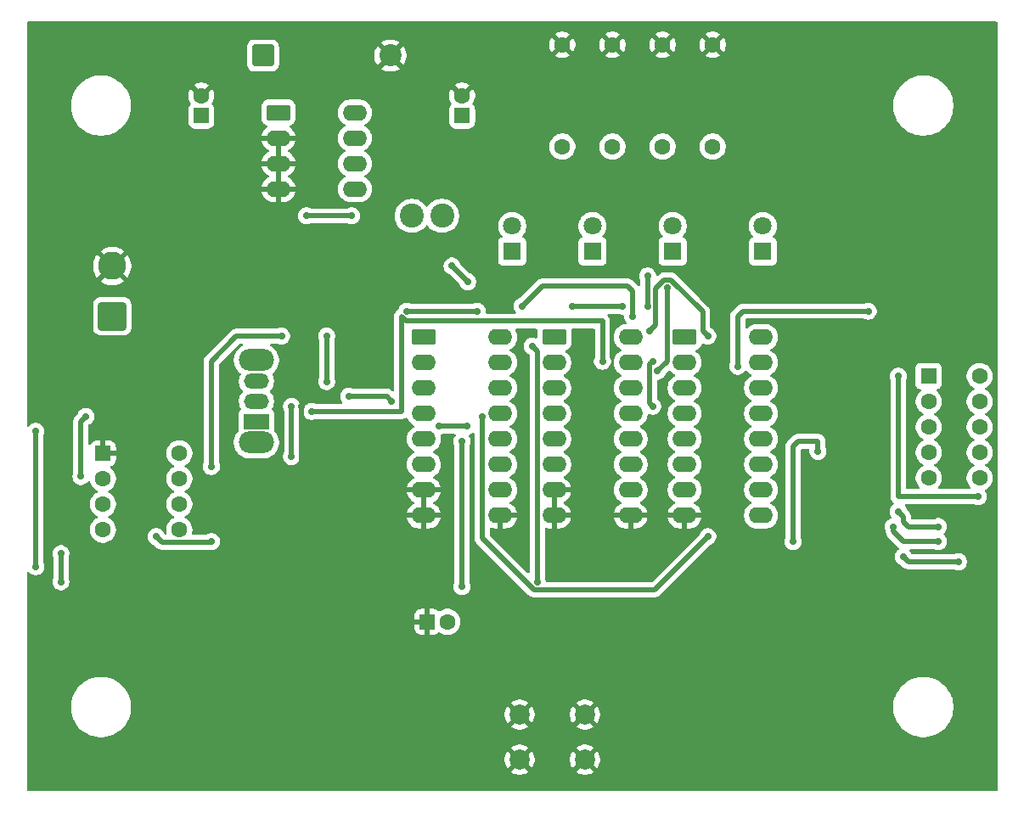
<source format=gbr>
%TF.GenerationSoftware,KiCad,Pcbnew,9.0.3*%
%TF.CreationDate,2025-12-16T11:32:59+01:00*%
%TF.ProjectId,PTP_project1,5054505f-7072-46f6-9a65-6374312e6b69,rev?*%
%TF.SameCoordinates,Original*%
%TF.FileFunction,Copper,L2,Bot*%
%TF.FilePolarity,Positive*%
%FSLAX46Y46*%
G04 Gerber Fmt 4.6, Leading zero omitted, Abs format (unit mm)*
G04 Created by KiCad (PCBNEW 9.0.3) date 2025-12-16 11:32:59*
%MOMM*%
%LPD*%
G01*
G04 APERTURE LIST*
G04 Aperture macros list*
%AMRoundRect*
0 Rectangle with rounded corners*
0 $1 Rounding radius*
0 $2 $3 $4 $5 $6 $7 $8 $9 X,Y pos of 4 corners*
0 Add a 4 corners polygon primitive as box body*
4,1,4,$2,$3,$4,$5,$6,$7,$8,$9,$2,$3,0*
0 Add four circle primitives for the rounded corners*
1,1,$1+$1,$2,$3*
1,1,$1+$1,$4,$5*
1,1,$1+$1,$6,$7*
1,1,$1+$1,$8,$9*
0 Add four rect primitives between the rounded corners*
20,1,$1+$1,$2,$3,$4,$5,0*
20,1,$1+$1,$4,$5,$6,$7,0*
20,1,$1+$1,$6,$7,$8,$9,0*
20,1,$1+$1,$8,$9,$2,$3,0*%
G04 Aperture macros list end*
%TA.AperFunction,ComponentPad*%
%ADD10RoundRect,0.250000X-0.950000X-0.550000X0.950000X-0.550000X0.950000X0.550000X-0.950000X0.550000X0*%
%TD*%
%TA.AperFunction,ComponentPad*%
%ADD11O,2.400000X1.600000*%
%TD*%
%TA.AperFunction,ComponentPad*%
%ADD12C,1.600000*%
%TD*%
%TA.AperFunction,ComponentPad*%
%ADD13RoundRect,0.249999X-0.850001X-0.850001X0.850001X-0.850001X0.850001X0.850001X-0.850001X0.850001X0*%
%TD*%
%TA.AperFunction,ComponentPad*%
%ADD14C,2.200000*%
%TD*%
%TA.AperFunction,ComponentPad*%
%ADD15R,1.800000X1.800000*%
%TD*%
%TA.AperFunction,ComponentPad*%
%ADD16C,1.800000*%
%TD*%
%TA.AperFunction,ComponentPad*%
%ADD17RoundRect,0.250000X0.550000X-0.550000X0.550000X0.550000X-0.550000X0.550000X-0.550000X-0.550000X0*%
%TD*%
%TA.AperFunction,ComponentPad*%
%ADD18RoundRect,0.250001X1.149999X-1.149999X1.149999X1.149999X-1.149999X1.149999X-1.149999X-1.149999X0*%
%TD*%
%TA.AperFunction,ComponentPad*%
%ADD19C,2.800000*%
%TD*%
%TA.AperFunction,ComponentPad*%
%ADD20RoundRect,0.250000X-0.550000X-0.550000X0.550000X-0.550000X0.550000X0.550000X-0.550000X0.550000X0*%
%TD*%
%TA.AperFunction,ComponentPad*%
%ADD21R,1.600000X1.600000*%
%TD*%
%TA.AperFunction,ComponentPad*%
%ADD22C,2.000000*%
%TD*%
%TA.AperFunction,ComponentPad*%
%ADD23C,2.400000*%
%TD*%
%TA.AperFunction,ComponentPad*%
%ADD24O,3.500000X2.200000*%
%TD*%
%TA.AperFunction,ComponentPad*%
%ADD25R,2.500000X1.500000*%
%TD*%
%TA.AperFunction,ComponentPad*%
%ADD26O,2.500000X1.500000*%
%TD*%
%TA.AperFunction,ViaPad*%
%ADD27C,0.700000*%
%TD*%
%TA.AperFunction,Conductor*%
%ADD28C,0.500000*%
%TD*%
G04 APERTURE END LIST*
D10*
%TO.P,U2,1,Q*%
%TO.N,Q0*%
X142190000Y-63110000D03*
D11*
%TO.P,U2,2,~{Q}*%
%TO.N,unconnected-(U2A-~{Q}-Pad2)*%
X142190000Y-65650000D03*
%TO.P,U2,3,C*%
%TO.N,Clock*%
X142190000Y-68190000D03*
%TO.P,U2,4,R*%
%TO.N,Reset*%
X142190000Y-70730000D03*
%TO.P,U2,5,K*%
%TO.N,Net-(U2A-J)*%
X142190000Y-73270000D03*
%TO.P,U2,6,J*%
X142190000Y-75810000D03*
%TO.P,U2,7,S*%
%TO.N,GND*%
X142190000Y-78350000D03*
%TO.P,U2,8,VSS*%
X142190000Y-80890000D03*
%TO.P,U2,9,S*%
X149810000Y-80890000D03*
%TO.P,U2,10,J*%
%TO.N,Net-(U2B-J)*%
X149810000Y-78350000D03*
%TO.P,U2,11,K*%
X149810000Y-75810000D03*
%TO.P,U2,12,R*%
%TO.N,Reset*%
X149810000Y-73270000D03*
%TO.P,U2,13,C*%
%TO.N,Q0*%
X149810000Y-70730000D03*
%TO.P,U2,14,~{Q}*%
%TO.N,unconnected-(U2B-~{Q}-Pad14)*%
X149810000Y-68190000D03*
%TO.P,U2,15,Q*%
%TO.N,Q1*%
X149810000Y-65650000D03*
%TO.P,U2,16,VDD*%
%TO.N,+5V*%
X149810000Y-63110000D03*
%TD*%
D12*
%TO.P,R4,1*%
%TO.N,Net-(D5-K)*%
X171000000Y-44080000D03*
%TO.P,R4,2*%
%TO.N,GND*%
X171000000Y-33920000D03*
%TD*%
D13*
%TO.P,D4,1,K*%
%TO.N,Net-(D4-K)*%
X126150000Y-35000000D03*
D14*
%TO.P,D4,2,A*%
%TO.N,GND*%
X138850000Y-35000000D03*
%TD*%
D10*
%TO.P,U1,1,FB*%
%TO.N,+5V*%
X127690000Y-40690000D03*
D11*
%TO.P,U1,2,SGND*%
%TO.N,GND*%
X127690000Y-43230000D03*
%TO.P,U1,3,~{ON}/OFF*%
X127690000Y-45770000D03*
%TO.P,U1,4,PGND*%
X127690000Y-48310000D03*
%TO.P,U1,5,VIN*%
%TO.N,VD*%
X135310000Y-48310000D03*
%TO.P,U1,6,NC*%
%TO.N,unconnected-(U1-NC-Pad6)*%
X135310000Y-45770000D03*
%TO.P,U1,7,OUT*%
%TO.N,Net-(D4-K)*%
X135310000Y-43230000D03*
%TO.P,U1,8,NC*%
%TO.N,unconnected-(U1-NC-Pad8)*%
X135310000Y-40690000D03*
%TD*%
D10*
%TO.P,U3,1,Q*%
%TO.N,Q2*%
X155190000Y-63110000D03*
D11*
%TO.P,U3,2,~{Q}*%
%TO.N,unconnected-(U3A-~{Q}-Pad2)*%
X155190000Y-65650000D03*
%TO.P,U3,3,C*%
%TO.N,Q1*%
X155190000Y-68190000D03*
%TO.P,U3,4,R*%
%TO.N,Reset*%
X155190000Y-70730000D03*
%TO.P,U3,5,K*%
%TO.N,Net-(U3A-J)*%
X155190000Y-73270000D03*
%TO.P,U3,6,J*%
X155190000Y-75810000D03*
%TO.P,U3,7,S*%
%TO.N,GND*%
X155190000Y-78350000D03*
%TO.P,U3,8,VSS*%
X155190000Y-80890000D03*
%TO.P,U3,9,S*%
X162810000Y-80890000D03*
%TO.P,U3,10,J*%
%TO.N,Net-(U3B-J)*%
X162810000Y-78350000D03*
%TO.P,U3,11,K*%
X162810000Y-75810000D03*
%TO.P,U3,12,R*%
%TO.N,Reset*%
X162810000Y-73270000D03*
%TO.P,U3,13,C*%
%TO.N,Q2*%
X162810000Y-70730000D03*
%TO.P,U3,14,~{Q}*%
%TO.N,unconnected-(U3B-~{Q}-Pad14)*%
X162810000Y-68190000D03*
%TO.P,U3,15,Q*%
%TO.N,Q3*%
X162810000Y-65650000D03*
%TO.P,U3,16,VDD*%
%TO.N,+5V*%
X162810000Y-63110000D03*
%TD*%
D15*
%TO.P,D3,1,K*%
%TO.N,Net-(D3-K)*%
X167000000Y-54540000D03*
D16*
%TO.P,D3,2,A*%
%TO.N,Q2*%
X167000000Y-52000000D03*
%TD*%
D10*
%TO.P,U4,1,B*%
%TO.N,Q1*%
X168190000Y-63110000D03*
D11*
%TO.P,U4,2,C*%
%TO.N,Q2*%
X168190000Y-65650000D03*
%TO.P,U4,3,LT*%
%TO.N,Net-(U4-BI)*%
X168190000Y-68190000D03*
%TO.P,U4,4,BI*%
X168190000Y-70730000D03*
%TO.P,U4,5,RBI*%
X168190000Y-73270000D03*
%TO.P,U4,6,D*%
%TO.N,Q3*%
X168190000Y-75810000D03*
%TO.P,U4,7,A*%
%TO.N,Q0*%
X168190000Y-78350000D03*
%TO.P,U4,8,GND*%
%TO.N,GND*%
X168190000Y-80890000D03*
%TO.P,U4,9,e*%
%TO.N,Net-(U4-e)*%
X175810000Y-80890000D03*
%TO.P,U4,10,d*%
%TO.N,Net-(U4-d)*%
X175810000Y-78350000D03*
%TO.P,U4,11,c*%
%TO.N,Net-(U4-c)*%
X175810000Y-75810000D03*
%TO.P,U4,12,b*%
%TO.N,Net-(U4-b)*%
X175810000Y-73270000D03*
%TO.P,U4,13,a*%
%TO.N,Net-(U4-a)*%
X175810000Y-70730000D03*
%TO.P,U4,14,g*%
%TO.N,Net-(U4-g)*%
X175810000Y-68190000D03*
%TO.P,U4,15,f*%
%TO.N,Net-(U4-f)*%
X175810000Y-65650000D03*
%TO.P,U4,16,VCC*%
%TO.N,+5V*%
X175810000Y-63110000D03*
%TD*%
D17*
%TO.P,C2,1*%
%TO.N,+5V*%
X146000000Y-41000000D03*
D12*
%TO.P,C2,2*%
%TO.N,GND*%
X146000000Y-39000000D03*
%TD*%
D18*
%TO.P,J1,1,Pin_1*%
%TO.N,VD*%
X111117500Y-61000000D03*
D19*
%TO.P,J1,2,Pin_2*%
%TO.N,GND*%
X111117500Y-56000000D03*
%TD*%
D20*
%TO.P,U7,1,GND*%
%TO.N,GND*%
X110195000Y-74690000D03*
D12*
%TO.P,U7,2,TR*%
%TO.N,Net-(U7-THR)*%
X110195000Y-77230000D03*
%TO.P,U7,3,Q*%
%TO.N,555*%
X110195000Y-79770000D03*
%TO.P,U7,4,R*%
%TO.N,+5V*%
X110195000Y-82310000D03*
%TO.P,U7,5,CV*%
%TO.N,unconnected-(U7-CV-Pad5)*%
X117815000Y-82310000D03*
%TO.P,U7,6,THR*%
%TO.N,Net-(U7-THR)*%
X117815000Y-79770000D03*
%TO.P,U7,7,DIS*%
%TO.N,Net-(U7-DIS)*%
X117815000Y-77230000D03*
%TO.P,U7,8,VCC*%
%TO.N,+5V*%
X117815000Y-74690000D03*
%TD*%
%TO.P,R1,1*%
%TO.N,Net-(D1-K)*%
X156000000Y-44080000D03*
%TO.P,R1,2*%
%TO.N,GND*%
X156000000Y-33920000D03*
%TD*%
D21*
%TO.P,U5,1,CA*%
%TO.N,+5V*%
X192532500Y-66982500D03*
D12*
%TO.P,U5,2,F*%
%TO.N,Net-(U5-F)*%
X192532500Y-69522500D03*
%TO.P,U5,3,G*%
%TO.N,Net-(U5-G)*%
X192532500Y-72062500D03*
%TO.P,U5,4,E*%
%TO.N,Net-(U5-E)*%
X192532500Y-74602500D03*
%TO.P,U5,5,D*%
%TO.N,Net-(U5-D)*%
X192532500Y-77142500D03*
%TO.P,U5,6,CA*%
%TO.N,+5V*%
X197612500Y-77142500D03*
%TO.P,U5,7,DP*%
%TO.N,unconnected-(U5-DP-Pad7)*%
X197612500Y-74602500D03*
%TO.P,U5,8,C*%
%TO.N,Net-(U5-C)*%
X197612500Y-72062500D03*
%TO.P,U5,9,B*%
%TO.N,Net-(U5-B)*%
X197612500Y-69522500D03*
%TO.P,U5,10,A*%
%TO.N,Net-(U5-A)*%
X197612500Y-66982500D03*
%TD*%
D15*
%TO.P,D1,1,K*%
%TO.N,Net-(D1-K)*%
X151000000Y-54540000D03*
D16*
%TO.P,D1,2,A*%
%TO.N,Q0*%
X151000000Y-52000000D03*
%TD*%
D17*
%TO.P,C1,1*%
%TO.N,VD*%
X120000000Y-41000000D03*
D12*
%TO.P,C1,2*%
%TO.N,GND*%
X120000000Y-39000000D03*
%TD*%
D15*
%TO.P,D2,1,K*%
%TO.N,Net-(D2-K)*%
X159000000Y-54540000D03*
D16*
%TO.P,D2,2,A*%
%TO.N,Q1*%
X159000000Y-52000000D03*
%TD*%
D12*
%TO.P,R3,1*%
%TO.N,Net-(D3-K)*%
X166000000Y-44080000D03*
%TO.P,R3,2*%
%TO.N,GND*%
X166000000Y-33920000D03*
%TD*%
D22*
%TO.P,SW1,1,A*%
%TO.N,GND*%
X151750000Y-100750000D03*
X158250000Y-100750000D03*
%TO.P,SW1,2,A*%
X151750000Y-105250000D03*
X158250000Y-105250000D03*
%TD*%
D12*
%TO.P,R2,1*%
%TO.N,Net-(D2-K)*%
X161000000Y-44080000D03*
%TO.P,R2,2*%
%TO.N,GND*%
X161000000Y-33920000D03*
%TD*%
D23*
%TO.P,L1,1,1*%
%TO.N,Net-(D4-K)*%
X141000000Y-51000000D03*
%TO.P,L1,2,2*%
%TO.N,+5V*%
X144000000Y-51000000D03*
%TD*%
D20*
%TO.P,C3,1*%
%TO.N,GND*%
X142544888Y-91500000D03*
D12*
%TO.P,C3,2*%
%TO.N,Net-(SW2-A)*%
X144544888Y-91500000D03*
%TD*%
D15*
%TO.P,D5,1,K*%
%TO.N,Net-(D5-K)*%
X176000000Y-54540000D03*
D16*
%TO.P,D5,2,A*%
%TO.N,Q3*%
X176000000Y-52000000D03*
%TD*%
D24*
%TO.P,SW2,*%
%TO.N,*%
X125500000Y-73600000D03*
X125500000Y-65400000D03*
D25*
%TO.P,SW2,1,B*%
%TO.N,Clock*%
X125500000Y-71500000D03*
D26*
%TO.P,SW2,2,C*%
%TO.N,555*%
X125500000Y-69500000D03*
%TO.P,SW2,3,A*%
%TO.N,Net-(SW2-A)*%
X125500000Y-67500000D03*
%TD*%
D27*
%TO.N,VD*%
X130500000Y-51000000D03*
X135000000Y-51000000D03*
%TO.N,GND*%
X130000000Y-70000000D03*
X130000000Y-78000000D03*
%TO.N,+5V*%
X132500000Y-63000000D03*
X146565686Y-57565686D03*
X106000000Y-84700000D03*
X132500001Y-67520312D03*
X153000000Y-64000000D03*
X153500000Y-87500000D03*
X197500000Y-79000000D03*
X163000000Y-61000000D03*
X170500000Y-63000000D03*
X152000000Y-60000000D03*
X189500000Y-67000000D03*
X121000000Y-76000000D03*
X145000000Y-56000000D03*
X128000000Y-63000000D03*
X164700000Y-62500000D03*
X106000000Y-87500000D03*
%TO.N,Net-(SW2-A)*%
X129000000Y-70000000D03*
X129000000Y-75000000D03*
%TO.N,Net-(U7-THR)*%
X103500000Y-72500000D03*
X115500000Y-83000000D03*
X121000000Y-83500000D03*
X103500000Y-86000000D03*
%TO.N,Q0*%
X170500000Y-83000000D03*
X148000000Y-71000000D03*
%TO.N,Q1*%
X140500000Y-60500000D03*
X147500000Y-60500000D03*
%TO.N,Q2*%
X157000000Y-60000000D03*
X162000000Y-60000000D03*
X165000000Y-65500000D03*
X164500000Y-60000000D03*
X165000000Y-70000000D03*
X164500000Y-57000000D03*
%TO.N,Q3*%
X131000000Y-70500000D03*
X166500000Y-58200000D03*
X165500000Y-66500000D03*
X160000000Y-65500000D03*
%TO.N,Net-(U5-A)*%
X189500000Y-80500000D03*
X193500000Y-82000000D03*
%TO.N,Net-(U5-B)*%
X189000000Y-82000000D03*
X193500000Y-83500000D03*
%TO.N,Clock*%
X146000000Y-88000000D03*
X146000000Y-73500000D03*
%TO.N,Net-(U5-C)*%
X190000000Y-85000000D03*
X195500000Y-85500000D03*
%TO.N,Net-(U4-BI)*%
X186500000Y-60500000D03*
X173500000Y-66000000D03*
%TO.N,Net-(U4-e)*%
X179000000Y-83500000D03*
X181500000Y-74500000D03*
%TO.N,555*%
X108000000Y-77000000D03*
X108500000Y-71000000D03*
%TO.N,Reset*%
X146500000Y-72000000D03*
X134700000Y-69000000D03*
X139000000Y-69500000D03*
X143700000Y-72000000D03*
%TD*%
D28*
%TO.N,Net-(U4-e)*%
X179500000Y-73500000D02*
X181500000Y-73500000D01*
X181500000Y-73500000D02*
X181500000Y-74500000D01*
X179000000Y-74000000D02*
X179500000Y-73500000D01*
X179000000Y-83500000D02*
X179000000Y-74000000D01*
%TO.N,VD*%
X130500000Y-51000000D02*
X135000000Y-51000000D01*
%TO.N,GND*%
X130000000Y-70000000D02*
X130000000Y-78000000D01*
%TO.N,+5V*%
X170000000Y-62500000D02*
X170000000Y-61000000D01*
X189500000Y-67000000D02*
X189500000Y-79000000D01*
X163000000Y-58500000D02*
X162500000Y-58000000D01*
X170000000Y-61000000D02*
X170000000Y-60567214D01*
X165301000Y-61899000D02*
X164700000Y-62500000D01*
X189500000Y-79000000D02*
X197500000Y-79000000D01*
X132500000Y-64000000D02*
X132500000Y-63000000D01*
X163000000Y-61000000D02*
X163000000Y-58500000D01*
X106000000Y-87500000D02*
X106000000Y-84700000D01*
X145000000Y-56000000D02*
X146565686Y-57565686D01*
X123500000Y-63000000D02*
X128000000Y-63000000D01*
X121000000Y-76000000D02*
X121000000Y-65500000D01*
X170000000Y-60567214D02*
X166831786Y-57399000D01*
X121000000Y-65500000D02*
X123500000Y-63000000D01*
X154000000Y-58000000D02*
X152000000Y-60000000D01*
X170500000Y-63000000D02*
X170000000Y-62500000D01*
X132500001Y-64000001D02*
X132500000Y-64000000D01*
X132500001Y-67520312D02*
X132500001Y-64000001D01*
X162500000Y-58000000D02*
X154000000Y-58000000D01*
X153500000Y-87500000D02*
X153500000Y-64500000D01*
X166168214Y-57399000D02*
X165301000Y-58266214D01*
X153500000Y-64500000D02*
X153000000Y-64000000D01*
X166831786Y-57399000D02*
X166168214Y-57399000D01*
X165301000Y-58266214D02*
X165301000Y-61899000D01*
%TO.N,Net-(SW2-A)*%
X129000000Y-74000000D02*
X129000000Y-75000000D01*
X129000000Y-70000000D02*
X129000000Y-74000000D01*
%TO.N,Net-(U7-THR)*%
X120939000Y-83561000D02*
X121000000Y-83500000D01*
X116061000Y-83561000D02*
X120939000Y-83561000D01*
X103500000Y-86000000D02*
X103500000Y-72500000D01*
X115500000Y-83000000D02*
X116061000Y-83561000D01*
%TO.N,Q0*%
X165199000Y-88301000D02*
X170500000Y-83000000D01*
X148000000Y-83000000D02*
X148000000Y-83132786D01*
X148000000Y-83132786D02*
X153168214Y-88301000D01*
X153168214Y-88301000D02*
X165199000Y-88301000D01*
X148000000Y-71000000D02*
X148000000Y-83000000D01*
%TO.N,Q1*%
X140500000Y-60500000D02*
X147500000Y-60500000D01*
%TO.N,Q2*%
X157000000Y-60000000D02*
X162000000Y-60000000D01*
X165000000Y-70000000D02*
X164699000Y-69699000D01*
X164699000Y-69699000D02*
X164699000Y-65801000D01*
X164500000Y-57000000D02*
X164500000Y-60000000D01*
X164699000Y-65801000D02*
X165000000Y-65500000D01*
%TO.N,Q3*%
X140000000Y-70500000D02*
X140000000Y-61132786D01*
X140000000Y-61132786D02*
X139933607Y-61066393D01*
X160000000Y-61500000D02*
X160000000Y-65500000D01*
X140367214Y-61500000D02*
X160000000Y-61500000D01*
X131000000Y-70500000D02*
X140000000Y-70500000D01*
X166500000Y-58200000D02*
X166500000Y-65500000D01*
X139933607Y-61066393D02*
X140367214Y-61500000D01*
X166500000Y-65500000D02*
X165500000Y-66500000D01*
%TO.N,Net-(U5-A)*%
X190000000Y-81500000D02*
X190000000Y-81000000D01*
X190500000Y-82000000D02*
X190000000Y-81500000D01*
X190000000Y-81000000D02*
X189500000Y-80500000D01*
X193500000Y-82000000D02*
X190500000Y-82000000D01*
%TO.N,Net-(U5-B)*%
X189500000Y-83000000D02*
X189000000Y-82500000D01*
X190000000Y-83500000D02*
X189500000Y-83000000D01*
X193500000Y-83500000D02*
X190000000Y-83500000D01*
X189000000Y-82500000D02*
X189000000Y-82000000D01*
%TO.N,Clock*%
X146000000Y-88000000D02*
X146000000Y-73500000D01*
%TO.N,Net-(U5-C)*%
X195500000Y-85500000D02*
X190500000Y-85500000D01*
X190500000Y-85500000D02*
X190000000Y-85000000D01*
%TO.N,Net-(U4-BI)*%
X173500000Y-61000000D02*
X173500000Y-66000000D01*
X174000000Y-60500000D02*
X173500000Y-61000000D01*
X186500000Y-60500000D02*
X174000000Y-60500000D01*
%TO.N,555*%
X108000000Y-77000000D02*
X108000000Y-71500000D01*
X108000000Y-71500000D02*
X108500000Y-71000000D01*
%TO.N,Reset*%
X138500000Y-69000000D02*
X139000000Y-69500000D01*
X134700000Y-69000000D02*
X138500000Y-69000000D01*
X145500000Y-72000000D02*
X146500000Y-72000000D01*
X143700000Y-72000000D02*
X145500000Y-72000000D01*
%TD*%
%TA.AperFunction,Conductor*%
%TO.N,GND*%
G36*
X153447247Y-62270185D02*
G01*
X153493002Y-62322989D01*
X153502946Y-62392147D01*
X153500971Y-62400493D01*
X153501418Y-62400589D01*
X153500000Y-62407209D01*
X153489500Y-62509983D01*
X153489500Y-63096603D01*
X153469815Y-63163642D01*
X153417011Y-63209397D01*
X153347853Y-63219341D01*
X153318048Y-63211164D01*
X153248086Y-63182185D01*
X153248074Y-63182182D01*
X153083771Y-63149500D01*
X153083767Y-63149500D01*
X152916233Y-63149500D01*
X152916228Y-63149500D01*
X152751925Y-63182182D01*
X152751917Y-63182184D01*
X152597139Y-63246295D01*
X152457837Y-63339373D01*
X152339373Y-63457837D01*
X152246295Y-63597139D01*
X152182184Y-63751917D01*
X152182182Y-63751925D01*
X152149500Y-63916228D01*
X152149500Y-64083771D01*
X152182182Y-64248074D01*
X152182184Y-64248082D01*
X152246295Y-64402860D01*
X152339373Y-64542162D01*
X152457834Y-64660623D01*
X152457838Y-64660626D01*
X152597130Y-64753699D01*
X152597143Y-64753706D01*
X152672952Y-64785107D01*
X152727356Y-64828948D01*
X152749421Y-64895242D01*
X152749500Y-64899668D01*
X152749500Y-86521556D01*
X152729815Y-86588595D01*
X152677011Y-86634350D01*
X152607853Y-86644294D01*
X152544297Y-86615269D01*
X152537819Y-86609237D01*
X148786819Y-82858237D01*
X148753334Y-82796914D01*
X148750500Y-82770556D01*
X148750500Y-82213287D01*
X148770185Y-82146248D01*
X148822989Y-82100493D01*
X148892147Y-82090549D01*
X148912819Y-82095356D01*
X149105582Y-82157990D01*
X149307683Y-82190000D01*
X149560000Y-82190000D01*
X149560000Y-81205686D01*
X149564394Y-81210080D01*
X149655606Y-81262741D01*
X149757339Y-81290000D01*
X149862661Y-81290000D01*
X149964394Y-81262741D01*
X150055606Y-81210080D01*
X150060000Y-81205686D01*
X150060000Y-82190000D01*
X150312317Y-82190000D01*
X150514417Y-82157990D01*
X150709031Y-82094755D01*
X150891349Y-82001859D01*
X151056894Y-81881582D01*
X151056895Y-81881582D01*
X151201582Y-81736895D01*
X151201582Y-81736894D01*
X151321859Y-81571349D01*
X151414755Y-81389029D01*
X151477990Y-81194413D01*
X151486609Y-81140000D01*
X150125686Y-81140000D01*
X150130080Y-81135606D01*
X150182741Y-81044394D01*
X150210000Y-80942661D01*
X150210000Y-80837339D01*
X150182741Y-80735606D01*
X150130080Y-80644394D01*
X150125686Y-80640000D01*
X151486609Y-80640000D01*
X151477990Y-80585586D01*
X151414755Y-80390970D01*
X151321859Y-80208650D01*
X151201582Y-80043105D01*
X151201582Y-80043104D01*
X151056895Y-79898417D01*
X150891349Y-79778140D01*
X150798370Y-79730765D01*
X150747574Y-79682790D01*
X150730779Y-79614969D01*
X150753316Y-79548835D01*
X150798370Y-79509795D01*
X150798920Y-79509515D01*
X150891610Y-79462287D01*
X151038590Y-79355501D01*
X151057213Y-79341971D01*
X151057215Y-79341968D01*
X151057219Y-79341966D01*
X151201966Y-79197219D01*
X151201968Y-79197215D01*
X151201971Y-79197213D01*
X151291547Y-79073920D01*
X151322287Y-79031610D01*
X151415220Y-78849219D01*
X151478477Y-78654534D01*
X151510500Y-78452352D01*
X151510500Y-78247648D01*
X151492574Y-78134471D01*
X151478477Y-78045465D01*
X151447458Y-77950000D01*
X151415220Y-77850781D01*
X151415218Y-77850778D01*
X151415218Y-77850776D01*
X151381503Y-77784607D01*
X151322287Y-77668390D01*
X151314556Y-77657749D01*
X151201971Y-77502786D01*
X151057213Y-77358028D01*
X150891614Y-77237715D01*
X150869499Y-77226447D01*
X150798917Y-77190483D01*
X150748123Y-77142511D01*
X150731328Y-77074690D01*
X150753865Y-77008555D01*
X150798917Y-76969516D01*
X150891610Y-76922287D01*
X150912770Y-76906913D01*
X151057213Y-76801971D01*
X151057215Y-76801968D01*
X151057219Y-76801966D01*
X151201966Y-76657219D01*
X151201968Y-76657215D01*
X151201971Y-76657213D01*
X151281034Y-76548390D01*
X151322287Y-76491610D01*
X151415220Y-76309219D01*
X151478477Y-76114534D01*
X151510500Y-75912352D01*
X151510500Y-75707648D01*
X151495381Y-75612192D01*
X151478477Y-75505465D01*
X151441834Y-75392690D01*
X151415220Y-75310781D01*
X151415218Y-75310778D01*
X151415218Y-75310776D01*
X151353281Y-75189219D01*
X151322287Y-75128390D01*
X151314556Y-75117749D01*
X151201971Y-74962786D01*
X151057213Y-74818028D01*
X150891614Y-74697715D01*
X150837838Y-74670315D01*
X150798917Y-74650483D01*
X150748123Y-74602511D01*
X150731328Y-74534690D01*
X150753865Y-74468555D01*
X150798917Y-74429516D01*
X150891610Y-74382287D01*
X150912770Y-74366913D01*
X151057213Y-74261971D01*
X151057215Y-74261968D01*
X151057219Y-74261966D01*
X151201966Y-74117219D01*
X151201968Y-74117215D01*
X151201971Y-74117213D01*
X151296355Y-73987302D01*
X151322287Y-73951610D01*
X151415220Y-73769219D01*
X151478477Y-73574534D01*
X151510500Y-73372352D01*
X151510500Y-73167648D01*
X151492574Y-73054471D01*
X151478477Y-72965465D01*
X151430796Y-72818720D01*
X151415220Y-72770781D01*
X151415218Y-72770778D01*
X151415218Y-72770776D01*
X151359093Y-72660626D01*
X151322287Y-72588390D01*
X151314556Y-72577749D01*
X151201971Y-72422786D01*
X151057213Y-72278028D01*
X150891614Y-72157715D01*
X150869499Y-72146447D01*
X150798917Y-72110483D01*
X150748123Y-72062511D01*
X150731328Y-71994690D01*
X150753865Y-71928555D01*
X150798917Y-71889516D01*
X150891610Y-71842287D01*
X150967880Y-71786874D01*
X151057213Y-71721971D01*
X151057215Y-71721968D01*
X151057219Y-71721966D01*
X151201966Y-71577219D01*
X151201968Y-71577215D01*
X151201971Y-71577213D01*
X151254732Y-71504590D01*
X151322287Y-71411610D01*
X151415220Y-71229219D01*
X151478477Y-71034534D01*
X151510500Y-70832352D01*
X151510500Y-70627648D01*
X151492574Y-70514471D01*
X151478477Y-70425465D01*
X151422088Y-70251918D01*
X151415220Y-70230781D01*
X151415218Y-70230778D01*
X151415218Y-70230776D01*
X151372020Y-70145997D01*
X151322287Y-70048390D01*
X151314556Y-70037749D01*
X151201971Y-69882786D01*
X151057213Y-69738028D01*
X150891614Y-69617715D01*
X150853749Y-69598422D01*
X150798917Y-69570483D01*
X150748123Y-69522511D01*
X150731328Y-69454690D01*
X150753865Y-69388555D01*
X150798917Y-69349516D01*
X150891610Y-69302287D01*
X150914538Y-69285629D01*
X151057213Y-69181971D01*
X151057215Y-69181968D01*
X151057219Y-69181966D01*
X151201966Y-69037219D01*
X151201968Y-69037215D01*
X151201971Y-69037213D01*
X151254732Y-68964590D01*
X151322287Y-68871610D01*
X151415220Y-68689219D01*
X151478477Y-68494534D01*
X151510500Y-68292352D01*
X151510500Y-68087648D01*
X151492574Y-67974471D01*
X151478477Y-67885465D01*
X151415218Y-67690776D01*
X151371045Y-67604083D01*
X151322287Y-67508390D01*
X151314556Y-67497749D01*
X151201971Y-67342786D01*
X151057213Y-67198028D01*
X150891614Y-67077715D01*
X150821837Y-67042162D01*
X150798917Y-67030483D01*
X150748123Y-66982511D01*
X150731328Y-66914690D01*
X150753865Y-66848555D01*
X150798917Y-66809516D01*
X150891610Y-66762287D01*
X150922798Y-66739628D01*
X151057213Y-66641971D01*
X151057215Y-66641968D01*
X151057219Y-66641966D01*
X151201966Y-66497219D01*
X151201968Y-66497215D01*
X151201971Y-66497213D01*
X151270521Y-66402860D01*
X151322287Y-66331610D01*
X151415220Y-66149219D01*
X151478477Y-65954534D01*
X151510500Y-65752352D01*
X151510500Y-65547648D01*
X151489686Y-65416233D01*
X151478477Y-65345465D01*
X151415218Y-65150776D01*
X151369500Y-65061050D01*
X151322287Y-64968390D01*
X151314556Y-64957749D01*
X151201971Y-64802786D01*
X151057213Y-64658028D01*
X150891614Y-64537715D01*
X150885006Y-64534348D01*
X150798917Y-64490483D01*
X150748123Y-64442511D01*
X150731328Y-64374690D01*
X150753865Y-64308555D01*
X150798917Y-64269516D01*
X150891610Y-64222287D01*
X150950908Y-64179205D01*
X151057213Y-64101971D01*
X151057215Y-64101968D01*
X151057219Y-64101966D01*
X151201966Y-63957219D01*
X151201968Y-63957215D01*
X151201971Y-63957213D01*
X151279502Y-63850499D01*
X151322287Y-63791610D01*
X151415220Y-63609219D01*
X151478477Y-63414534D01*
X151510500Y-63212352D01*
X151510500Y-63007648D01*
X151496020Y-62916228D01*
X151478477Y-62805465D01*
X151415218Y-62610776D01*
X151362807Y-62507916D01*
X151323511Y-62430793D01*
X151310616Y-62362126D01*
X151336892Y-62297385D01*
X151393998Y-62257128D01*
X151433997Y-62250500D01*
X153380208Y-62250500D01*
X153447247Y-62270185D01*
G37*
%TD.AperFunction*%
%TA.AperFunction,Conductor*%
G36*
X142440000Y-80574314D02*
G01*
X142435606Y-80569920D01*
X142344394Y-80517259D01*
X142242661Y-80490000D01*
X142137339Y-80490000D01*
X142035606Y-80517259D01*
X141944394Y-80569920D01*
X141940000Y-80574314D01*
X141940000Y-78665686D01*
X141944394Y-78670080D01*
X142035606Y-78722741D01*
X142137339Y-78750000D01*
X142242661Y-78750000D01*
X142344394Y-78722741D01*
X142435606Y-78670080D01*
X142440000Y-78665686D01*
X142440000Y-80574314D01*
G37*
%TD.AperFunction*%
%TA.AperFunction,Conductor*%
G36*
X155440000Y-80574314D02*
G01*
X155435606Y-80569920D01*
X155344394Y-80517259D01*
X155242661Y-80490000D01*
X155137339Y-80490000D01*
X155035606Y-80517259D01*
X154944394Y-80569920D01*
X154940000Y-80574314D01*
X154940000Y-78665686D01*
X154944394Y-78670080D01*
X155035606Y-78722741D01*
X155137339Y-78750000D01*
X155242661Y-78750000D01*
X155344394Y-78722741D01*
X155435606Y-78670080D01*
X155440000Y-78665686D01*
X155440000Y-80574314D01*
G37*
%TD.AperFunction*%
%TA.AperFunction,Conductor*%
G36*
X127940000Y-47994314D02*
G01*
X127935606Y-47989920D01*
X127844394Y-47937259D01*
X127742661Y-47910000D01*
X127637339Y-47910000D01*
X127535606Y-47937259D01*
X127444394Y-47989920D01*
X127440000Y-47994314D01*
X127440000Y-46085686D01*
X127444394Y-46090080D01*
X127535606Y-46142741D01*
X127637339Y-46170000D01*
X127742661Y-46170000D01*
X127844394Y-46142741D01*
X127935606Y-46090080D01*
X127940000Y-46085686D01*
X127940000Y-47994314D01*
G37*
%TD.AperFunction*%
%TA.AperFunction,Conductor*%
G36*
X127940000Y-45454314D02*
G01*
X127935606Y-45449920D01*
X127844394Y-45397259D01*
X127742661Y-45370000D01*
X127637339Y-45370000D01*
X127535606Y-45397259D01*
X127444394Y-45449920D01*
X127440000Y-45454314D01*
X127440000Y-43545686D01*
X127444394Y-43550080D01*
X127535606Y-43602741D01*
X127637339Y-43630000D01*
X127742661Y-43630000D01*
X127844394Y-43602741D01*
X127935606Y-43550080D01*
X127940000Y-43545686D01*
X127940000Y-45454314D01*
G37*
%TD.AperFunction*%
%TA.AperFunction,Conductor*%
G36*
X199332126Y-31630598D02*
G01*
X199377881Y-31683402D01*
X199389087Y-31734913D01*
X199389087Y-108265087D01*
X199369402Y-108332126D01*
X199316598Y-108377881D01*
X199265087Y-108389087D01*
X102734913Y-108389087D01*
X102667874Y-108369402D01*
X102622119Y-108316598D01*
X102610913Y-108265087D01*
X102610913Y-105131947D01*
X150250000Y-105131947D01*
X150250000Y-105368052D01*
X150286934Y-105601247D01*
X150359897Y-105825802D01*
X150467087Y-106036174D01*
X150527338Y-106119104D01*
X150527340Y-106119105D01*
X151226212Y-105420233D01*
X151237482Y-105462292D01*
X151309890Y-105587708D01*
X151412292Y-105690110D01*
X151537708Y-105762518D01*
X151579765Y-105773787D01*
X150880893Y-106472658D01*
X150963828Y-106532914D01*
X151174197Y-106640102D01*
X151398752Y-106713065D01*
X151398751Y-106713065D01*
X151631948Y-106750000D01*
X151868052Y-106750000D01*
X152101247Y-106713065D01*
X152325802Y-106640102D01*
X152536163Y-106532918D01*
X152536169Y-106532914D01*
X152619104Y-106472658D01*
X152619105Y-106472658D01*
X151920233Y-105773787D01*
X151962292Y-105762518D01*
X152087708Y-105690110D01*
X152190110Y-105587708D01*
X152262518Y-105462292D01*
X152273787Y-105420233D01*
X152972658Y-106119105D01*
X152972658Y-106119104D01*
X153032914Y-106036169D01*
X153032918Y-106036163D01*
X153140102Y-105825802D01*
X153213065Y-105601247D01*
X153250000Y-105368052D01*
X153250000Y-105131947D01*
X156750000Y-105131947D01*
X156750000Y-105368052D01*
X156786934Y-105601247D01*
X156859897Y-105825802D01*
X156967087Y-106036174D01*
X157027338Y-106119104D01*
X157027340Y-106119105D01*
X157726212Y-105420233D01*
X157737482Y-105462292D01*
X157809890Y-105587708D01*
X157912292Y-105690110D01*
X158037708Y-105762518D01*
X158079765Y-105773787D01*
X157380893Y-106472658D01*
X157463828Y-106532914D01*
X157674197Y-106640102D01*
X157898752Y-106713065D01*
X157898751Y-106713065D01*
X158131948Y-106750000D01*
X158368052Y-106750000D01*
X158601247Y-106713065D01*
X158825802Y-106640102D01*
X159036163Y-106532918D01*
X159036169Y-106532914D01*
X159119104Y-106472658D01*
X159119105Y-106472658D01*
X158420233Y-105773787D01*
X158462292Y-105762518D01*
X158587708Y-105690110D01*
X158690110Y-105587708D01*
X158762518Y-105462292D01*
X158773787Y-105420233D01*
X159472658Y-106119105D01*
X159472658Y-106119104D01*
X159532914Y-106036169D01*
X159532918Y-106036163D01*
X159640102Y-105825802D01*
X159713065Y-105601247D01*
X159750000Y-105368052D01*
X159750000Y-105131947D01*
X159713065Y-104898752D01*
X159640102Y-104674197D01*
X159532914Y-104463828D01*
X159472658Y-104380894D01*
X159472658Y-104380893D01*
X158773787Y-105079765D01*
X158762518Y-105037708D01*
X158690110Y-104912292D01*
X158587708Y-104809890D01*
X158462292Y-104737482D01*
X158420234Y-104726212D01*
X159119105Y-104027340D01*
X159119104Y-104027338D01*
X159036174Y-103967087D01*
X158825802Y-103859897D01*
X158601247Y-103786934D01*
X158601248Y-103786934D01*
X158368052Y-103750000D01*
X158131948Y-103750000D01*
X157898752Y-103786934D01*
X157674197Y-103859897D01*
X157463830Y-103967084D01*
X157380894Y-104027340D01*
X158079766Y-104726212D01*
X158037708Y-104737482D01*
X157912292Y-104809890D01*
X157809890Y-104912292D01*
X157737482Y-105037708D01*
X157726212Y-105079766D01*
X157027340Y-104380894D01*
X156967084Y-104463830D01*
X156859897Y-104674197D01*
X156786934Y-104898752D01*
X156750000Y-105131947D01*
X153250000Y-105131947D01*
X153213065Y-104898752D01*
X153140102Y-104674197D01*
X153032914Y-104463828D01*
X152972658Y-104380894D01*
X152972658Y-104380893D01*
X152273787Y-105079765D01*
X152262518Y-105037708D01*
X152190110Y-104912292D01*
X152087708Y-104809890D01*
X151962292Y-104737482D01*
X151920234Y-104726212D01*
X152619105Y-104027340D01*
X152619104Y-104027339D01*
X152536174Y-103967087D01*
X152325802Y-103859897D01*
X152101247Y-103786934D01*
X152101248Y-103786934D01*
X151868052Y-103750000D01*
X151631948Y-103750000D01*
X151398752Y-103786934D01*
X151174197Y-103859897D01*
X150963830Y-103967084D01*
X150880894Y-104027340D01*
X151579766Y-104726212D01*
X151537708Y-104737482D01*
X151412292Y-104809890D01*
X151309890Y-104912292D01*
X151237482Y-105037708D01*
X151226212Y-105079765D01*
X150527340Y-104380894D01*
X150467084Y-104463830D01*
X150359897Y-104674197D01*
X150286934Y-104898752D01*
X150250000Y-105131947D01*
X102610913Y-105131947D01*
X102610913Y-99831491D01*
X106999500Y-99831491D01*
X106999500Y-100168508D01*
X107037231Y-100503381D01*
X107037233Y-100503397D01*
X107112223Y-100831953D01*
X107112227Y-100831965D01*
X107223532Y-101150054D01*
X107369752Y-101453683D01*
X107369754Y-101453686D01*
X107549054Y-101739039D01*
X107636016Y-101848086D01*
X107735358Y-101972658D01*
X107759175Y-102002523D01*
X107997477Y-102240825D01*
X108260961Y-102450946D01*
X108546314Y-102630246D01*
X108849949Y-102776469D01*
X109088848Y-102860063D01*
X109168034Y-102887772D01*
X109168046Y-102887776D01*
X109496606Y-102962767D01*
X109831492Y-103000499D01*
X109831493Y-103000500D01*
X109831496Y-103000500D01*
X110168507Y-103000500D01*
X110168507Y-103000499D01*
X110503394Y-102962767D01*
X110831954Y-102887776D01*
X111150051Y-102776469D01*
X111453686Y-102630246D01*
X111739039Y-102450946D01*
X112002523Y-102240825D01*
X112240825Y-102002523D01*
X112450946Y-101739039D01*
X112630246Y-101453686D01*
X112776469Y-101150051D01*
X112887776Y-100831954D01*
X112933426Y-100631947D01*
X150250000Y-100631947D01*
X150250000Y-100868052D01*
X150286934Y-101101247D01*
X150359897Y-101325802D01*
X150467087Y-101536174D01*
X150527338Y-101619104D01*
X150527340Y-101619105D01*
X151226212Y-100920233D01*
X151237482Y-100962292D01*
X151309890Y-101087708D01*
X151412292Y-101190110D01*
X151537708Y-101262518D01*
X151579765Y-101273787D01*
X150880893Y-101972658D01*
X150963828Y-102032914D01*
X151174197Y-102140102D01*
X151398752Y-102213065D01*
X151398751Y-102213065D01*
X151631948Y-102250000D01*
X151868052Y-102250000D01*
X152101247Y-102213065D01*
X152325802Y-102140102D01*
X152536163Y-102032918D01*
X152536169Y-102032914D01*
X152619104Y-101972658D01*
X152619105Y-101972658D01*
X151920233Y-101273787D01*
X151962292Y-101262518D01*
X152087708Y-101190110D01*
X152190110Y-101087708D01*
X152262518Y-100962292D01*
X152273787Y-100920233D01*
X152972658Y-101619105D01*
X152972658Y-101619104D01*
X153032914Y-101536169D01*
X153032918Y-101536163D01*
X153140102Y-101325802D01*
X153213065Y-101101247D01*
X153250000Y-100868052D01*
X153250000Y-100631947D01*
X156750000Y-100631947D01*
X156750000Y-100868052D01*
X156786934Y-101101247D01*
X156859897Y-101325802D01*
X156967087Y-101536174D01*
X157027338Y-101619104D01*
X157027340Y-101619105D01*
X157726212Y-100920233D01*
X157737482Y-100962292D01*
X157809890Y-101087708D01*
X157912292Y-101190110D01*
X158037708Y-101262518D01*
X158079765Y-101273787D01*
X157380893Y-101972658D01*
X157463828Y-102032914D01*
X157674197Y-102140102D01*
X157898752Y-102213065D01*
X157898751Y-102213065D01*
X158131948Y-102250000D01*
X158368052Y-102250000D01*
X158601247Y-102213065D01*
X158825802Y-102140102D01*
X159036163Y-102032918D01*
X159036169Y-102032914D01*
X159119104Y-101972658D01*
X159119105Y-101972658D01*
X158420233Y-101273787D01*
X158462292Y-101262518D01*
X158587708Y-101190110D01*
X158690110Y-101087708D01*
X158762518Y-100962292D01*
X158773787Y-100920233D01*
X159472658Y-101619105D01*
X159472658Y-101619104D01*
X159532914Y-101536169D01*
X159532918Y-101536163D01*
X159640102Y-101325802D01*
X159713065Y-101101247D01*
X159750000Y-100868052D01*
X159750000Y-100631947D01*
X159713065Y-100398752D01*
X159640102Y-100174197D01*
X159532914Y-99963828D01*
X159487196Y-99900903D01*
X159472658Y-99880894D01*
X159472658Y-99880893D01*
X158773787Y-100579765D01*
X158762518Y-100537708D01*
X158690110Y-100412292D01*
X158587708Y-100309890D01*
X158462292Y-100237482D01*
X158420234Y-100226212D01*
X158814954Y-99831491D01*
X188999500Y-99831491D01*
X188999500Y-100168508D01*
X189037231Y-100503381D01*
X189037233Y-100503397D01*
X189112223Y-100831953D01*
X189112227Y-100831965D01*
X189223532Y-101150054D01*
X189369752Y-101453683D01*
X189369754Y-101453686D01*
X189549054Y-101739039D01*
X189636016Y-101848086D01*
X189735358Y-101972658D01*
X189759175Y-102002523D01*
X189997477Y-102240825D01*
X190260961Y-102450946D01*
X190546314Y-102630246D01*
X190849949Y-102776469D01*
X191088848Y-102860063D01*
X191168034Y-102887772D01*
X191168046Y-102887776D01*
X191496606Y-102962767D01*
X191831492Y-103000499D01*
X191831493Y-103000500D01*
X191831496Y-103000500D01*
X192168507Y-103000500D01*
X192168507Y-103000499D01*
X192503394Y-102962767D01*
X192831954Y-102887776D01*
X193150051Y-102776469D01*
X193453686Y-102630246D01*
X193739039Y-102450946D01*
X194002523Y-102240825D01*
X194240825Y-102002523D01*
X194450946Y-101739039D01*
X194630246Y-101453686D01*
X194776469Y-101150051D01*
X194887776Y-100831954D01*
X194962767Y-100503394D01*
X195000500Y-100168504D01*
X195000500Y-99831496D01*
X194962767Y-99496606D01*
X194887776Y-99168046D01*
X194776469Y-98849949D01*
X194630246Y-98546314D01*
X194450946Y-98260961D01*
X194240825Y-97997477D01*
X194002523Y-97759175D01*
X193739039Y-97549054D01*
X193453686Y-97369754D01*
X193453683Y-97369752D01*
X193150054Y-97223532D01*
X192831965Y-97112227D01*
X192831953Y-97112223D01*
X192503397Y-97037233D01*
X192503381Y-97037231D01*
X192168508Y-96999500D01*
X192168504Y-96999500D01*
X191831496Y-96999500D01*
X191831491Y-96999500D01*
X191496618Y-97037231D01*
X191496602Y-97037233D01*
X191168046Y-97112223D01*
X191168034Y-97112227D01*
X190849945Y-97223532D01*
X190546316Y-97369752D01*
X190260962Y-97549053D01*
X189997477Y-97759174D01*
X189759174Y-97997477D01*
X189549053Y-98260962D01*
X189369752Y-98546316D01*
X189223532Y-98849945D01*
X189112227Y-99168034D01*
X189112223Y-99168046D01*
X189037233Y-99496602D01*
X189037231Y-99496618D01*
X188999500Y-99831491D01*
X158814954Y-99831491D01*
X159119105Y-99527340D01*
X159119104Y-99527338D01*
X159036174Y-99467087D01*
X158825802Y-99359897D01*
X158601247Y-99286934D01*
X158601248Y-99286934D01*
X158368052Y-99250000D01*
X158131948Y-99250000D01*
X157898752Y-99286934D01*
X157674197Y-99359897D01*
X157463830Y-99467084D01*
X157380894Y-99527340D01*
X158079766Y-100226212D01*
X158037708Y-100237482D01*
X157912292Y-100309890D01*
X157809890Y-100412292D01*
X157737482Y-100537708D01*
X157726212Y-100579766D01*
X157027340Y-99880894D01*
X156967084Y-99963830D01*
X156859897Y-100174197D01*
X156786934Y-100398752D01*
X156750000Y-100631947D01*
X153250000Y-100631947D01*
X153213065Y-100398752D01*
X153140102Y-100174197D01*
X153032914Y-99963828D01*
X152972658Y-99880894D01*
X152972658Y-99880893D01*
X152273787Y-100579765D01*
X152262518Y-100537708D01*
X152190110Y-100412292D01*
X152087708Y-100309890D01*
X151962292Y-100237482D01*
X151920234Y-100226212D01*
X152619105Y-99527340D01*
X152619104Y-99527339D01*
X152536174Y-99467087D01*
X152325802Y-99359897D01*
X152101247Y-99286934D01*
X152101248Y-99286934D01*
X151868052Y-99250000D01*
X151631948Y-99250000D01*
X151398752Y-99286934D01*
X151174197Y-99359897D01*
X150963830Y-99467084D01*
X150880894Y-99527340D01*
X151579766Y-100226212D01*
X151537708Y-100237482D01*
X151412292Y-100309890D01*
X151309890Y-100412292D01*
X151237482Y-100537708D01*
X151226212Y-100579765D01*
X150527340Y-99880894D01*
X150467084Y-99963830D01*
X150359897Y-100174197D01*
X150286934Y-100398752D01*
X150250000Y-100631947D01*
X112933426Y-100631947D01*
X112962767Y-100503394D01*
X113000500Y-100168504D01*
X113000500Y-99831496D01*
X113000499Y-99831491D01*
X113000499Y-99831489D01*
X112973120Y-99588482D01*
X112962768Y-99496618D01*
X112962767Y-99496606D01*
X112887776Y-99168046D01*
X112776469Y-98849949D01*
X112630246Y-98546314D01*
X112450946Y-98260961D01*
X112240825Y-97997477D01*
X112002523Y-97759175D01*
X111739039Y-97549054D01*
X111453686Y-97369754D01*
X111453683Y-97369752D01*
X111150054Y-97223532D01*
X110831965Y-97112227D01*
X110831953Y-97112223D01*
X110503397Y-97037233D01*
X110503381Y-97037231D01*
X110168508Y-96999500D01*
X110168504Y-96999500D01*
X109831496Y-96999500D01*
X109831491Y-96999500D01*
X109496618Y-97037231D01*
X109496602Y-97037233D01*
X109168046Y-97112223D01*
X109168034Y-97112227D01*
X108849945Y-97223532D01*
X108546316Y-97369752D01*
X108260962Y-97549053D01*
X107997477Y-97759174D01*
X107759174Y-97997477D01*
X107549053Y-98260962D01*
X107369752Y-98546316D01*
X107223532Y-98849945D01*
X107112227Y-99168034D01*
X107112223Y-99168046D01*
X107037233Y-99496602D01*
X107037231Y-99496618D01*
X106999500Y-99831491D01*
X102610913Y-99831491D01*
X102610913Y-90900013D01*
X141244888Y-90900013D01*
X141244888Y-91250000D01*
X142229202Y-91250000D01*
X142224808Y-91254394D01*
X142172147Y-91345606D01*
X142144888Y-91447339D01*
X142144888Y-91552661D01*
X142172147Y-91654394D01*
X142224808Y-91745606D01*
X142229202Y-91750000D01*
X141244889Y-91750000D01*
X141244889Y-92099986D01*
X141255382Y-92202697D01*
X141310529Y-92369119D01*
X141310531Y-92369124D01*
X141402572Y-92518345D01*
X141526542Y-92642315D01*
X141675763Y-92734356D01*
X141675768Y-92734358D01*
X141842190Y-92789505D01*
X141842197Y-92789506D01*
X141944907Y-92799999D01*
X142294887Y-92799999D01*
X142294888Y-92799998D01*
X142294888Y-91815686D01*
X142299282Y-91820080D01*
X142390494Y-91872741D01*
X142492227Y-91900000D01*
X142597549Y-91900000D01*
X142699282Y-91872741D01*
X142790494Y-91820080D01*
X142794888Y-91815686D01*
X142794888Y-92799999D01*
X143144860Y-92799999D01*
X143144874Y-92799998D01*
X143247585Y-92789505D01*
X143414007Y-92734358D01*
X143414012Y-92734356D01*
X143563233Y-92642315D01*
X143632000Y-92573549D01*
X143693323Y-92540064D01*
X143763015Y-92545048D01*
X143792562Y-92560909D01*
X143863278Y-92612287D01*
X143922211Y-92642315D01*
X144045664Y-92705218D01*
X144045666Y-92705218D01*
X144045669Y-92705220D01*
X144135347Y-92734358D01*
X144240353Y-92768477D01*
X144341445Y-92784488D01*
X144442536Y-92800500D01*
X144442537Y-92800500D01*
X144647239Y-92800500D01*
X144647240Y-92800500D01*
X144849422Y-92768477D01*
X145044107Y-92705220D01*
X145226498Y-92612287D01*
X145325905Y-92540064D01*
X145392101Y-92491971D01*
X145392103Y-92491968D01*
X145392107Y-92491966D01*
X145536854Y-92347219D01*
X145536856Y-92347215D01*
X145536859Y-92347213D01*
X145589620Y-92274590D01*
X145657175Y-92181610D01*
X145750108Y-91999219D01*
X145813365Y-91804534D01*
X145845388Y-91602352D01*
X145845388Y-91397648D01*
X145837145Y-91345606D01*
X145813365Y-91195465D01*
X145750106Y-91000776D01*
X145698764Y-90900013D01*
X145657175Y-90818390D01*
X145641854Y-90797302D01*
X145536859Y-90652786D01*
X145392101Y-90508028D01*
X145226501Y-90387715D01*
X145226500Y-90387714D01*
X145226498Y-90387713D01*
X145167563Y-90357684D01*
X145044111Y-90294781D01*
X144849422Y-90231522D01*
X144674883Y-90203878D01*
X144647240Y-90199500D01*
X144442536Y-90199500D01*
X144418217Y-90203351D01*
X144240353Y-90231522D01*
X144045664Y-90294781D01*
X143863279Y-90387712D01*
X143863277Y-90387713D01*
X143792564Y-90439088D01*
X143726757Y-90462567D01*
X143658703Y-90446740D01*
X143631999Y-90426450D01*
X143563233Y-90357684D01*
X143414012Y-90265643D01*
X143414007Y-90265641D01*
X143247585Y-90210494D01*
X143247578Y-90210493D01*
X143144874Y-90200000D01*
X142794888Y-90200000D01*
X142794888Y-91184314D01*
X142790494Y-91179920D01*
X142699282Y-91127259D01*
X142597549Y-91100000D01*
X142492227Y-91100000D01*
X142390494Y-91127259D01*
X142299282Y-91179920D01*
X142294888Y-91184314D01*
X142294888Y-90200000D01*
X141944916Y-90200000D01*
X141944900Y-90200001D01*
X141842190Y-90210494D01*
X141675768Y-90265641D01*
X141675763Y-90265643D01*
X141526542Y-90357684D01*
X141402572Y-90481654D01*
X141310531Y-90630875D01*
X141310529Y-90630880D01*
X141255382Y-90797302D01*
X141255381Y-90797309D01*
X141244888Y-90900013D01*
X102610913Y-90900013D01*
X102610913Y-86609019D01*
X102630598Y-86541980D01*
X102683402Y-86496225D01*
X102752560Y-86486281D01*
X102816116Y-86515306D01*
X102838018Y-86540132D01*
X102839376Y-86542165D01*
X102957837Y-86660626D01*
X103050494Y-86722537D01*
X103097137Y-86753703D01*
X103251918Y-86817816D01*
X103416228Y-86850499D01*
X103416232Y-86850500D01*
X103416233Y-86850500D01*
X103583768Y-86850500D01*
X103583769Y-86850499D01*
X103748082Y-86817816D01*
X103902863Y-86753703D01*
X104042162Y-86660626D01*
X104160626Y-86542162D01*
X104253703Y-86402863D01*
X104317816Y-86248082D01*
X104350500Y-86083767D01*
X104350500Y-85916233D01*
X104317816Y-85751918D01*
X104259938Y-85612191D01*
X104250500Y-85564739D01*
X104250500Y-84616228D01*
X105149500Y-84616228D01*
X105149500Y-84783771D01*
X105182182Y-84948074D01*
X105182184Y-84948082D01*
X105240061Y-85087808D01*
X105249500Y-85135261D01*
X105249500Y-87064739D01*
X105240061Y-87112192D01*
X105182184Y-87251917D01*
X105182182Y-87251925D01*
X105149500Y-87416228D01*
X105149500Y-87583771D01*
X105182182Y-87748074D01*
X105182184Y-87748082D01*
X105246295Y-87902860D01*
X105339373Y-88042162D01*
X105457837Y-88160626D01*
X105550494Y-88222537D01*
X105597137Y-88253703D01*
X105751918Y-88317816D01*
X105916228Y-88350499D01*
X105916232Y-88350500D01*
X105916233Y-88350500D01*
X106083768Y-88350500D01*
X106083769Y-88350499D01*
X106248082Y-88317816D01*
X106402863Y-88253703D01*
X106542162Y-88160626D01*
X106660626Y-88042162D01*
X106753703Y-87902863D01*
X106817816Y-87748082D01*
X106850500Y-87583767D01*
X106850500Y-87416233D01*
X106817816Y-87251918D01*
X106759938Y-87112191D01*
X106750500Y-87064739D01*
X106750500Y-85135261D01*
X106759939Y-85087808D01*
X106761613Y-85083767D01*
X106817816Y-84948082D01*
X106850500Y-84783767D01*
X106850500Y-84616233D01*
X106817816Y-84451918D01*
X106761865Y-84316841D01*
X106753704Y-84297139D01*
X106750916Y-84292967D01*
X106695276Y-84209695D01*
X106660626Y-84157837D01*
X106542162Y-84039373D01*
X106402860Y-83946295D01*
X106248082Y-83882184D01*
X106248074Y-83882182D01*
X106083771Y-83849500D01*
X106083767Y-83849500D01*
X105916233Y-83849500D01*
X105916228Y-83849500D01*
X105751925Y-83882182D01*
X105751917Y-83882184D01*
X105597139Y-83946295D01*
X105457837Y-84039373D01*
X105339373Y-84157837D01*
X105246295Y-84297139D01*
X105182184Y-84451917D01*
X105182182Y-84451925D01*
X105149500Y-84616228D01*
X104250500Y-84616228D01*
X104250500Y-76916228D01*
X107149500Y-76916228D01*
X107149500Y-77083771D01*
X107182182Y-77248074D01*
X107182184Y-77248082D01*
X107246295Y-77402860D01*
X107339373Y-77542162D01*
X107457837Y-77660626D01*
X107550494Y-77722537D01*
X107597137Y-77753703D01*
X107751918Y-77817816D01*
X107916228Y-77850499D01*
X107916232Y-77850500D01*
X107916233Y-77850500D01*
X108083768Y-77850500D01*
X108083769Y-77850499D01*
X108248082Y-77817816D01*
X108402863Y-77753703D01*
X108542162Y-77660626D01*
X108660626Y-77542162D01*
X108700534Y-77482434D01*
X108754144Y-77437630D01*
X108823469Y-77428921D01*
X108886497Y-77459075D01*
X108923217Y-77518518D01*
X108926107Y-77531912D01*
X108926522Y-77534532D01*
X108926522Y-77534534D01*
X108989781Y-77729223D01*
X109082715Y-77911613D01*
X109203028Y-78077213D01*
X109347786Y-78221971D01*
X109502749Y-78334556D01*
X109513390Y-78342287D01*
X109604840Y-78388883D01*
X109606080Y-78389515D01*
X109656876Y-78437490D01*
X109673671Y-78505311D01*
X109651134Y-78571446D01*
X109606080Y-78610485D01*
X109513386Y-78657715D01*
X109347786Y-78778028D01*
X109203028Y-78922786D01*
X109082715Y-79088386D01*
X108989781Y-79270776D01*
X108926522Y-79465465D01*
X108894500Y-79667648D01*
X108894500Y-79872351D01*
X108926522Y-80074534D01*
X108989781Y-80269223D01*
X109051716Y-80390776D01*
X109064687Y-80416233D01*
X109082715Y-80451613D01*
X109203028Y-80617213D01*
X109347786Y-80761971D01*
X109502749Y-80874556D01*
X109513390Y-80882287D01*
X109604840Y-80928883D01*
X109606080Y-80929515D01*
X109656876Y-80977490D01*
X109673671Y-81045311D01*
X109651134Y-81111446D01*
X109606080Y-81150485D01*
X109513386Y-81197715D01*
X109347786Y-81318028D01*
X109203028Y-81462786D01*
X109082715Y-81628386D01*
X108989781Y-81810776D01*
X108926522Y-82005465D01*
X108906871Y-82129540D01*
X108894500Y-82207648D01*
X108894500Y-82412352D01*
X108898878Y-82439995D01*
X108926522Y-82614534D01*
X108989781Y-82809223D01*
X109038444Y-82904727D01*
X109075990Y-82978416D01*
X109082715Y-82991613D01*
X109203028Y-83157213D01*
X109347786Y-83301971D01*
X109486648Y-83402858D01*
X109513390Y-83422287D01*
X109623549Y-83478416D01*
X109695776Y-83515218D01*
X109695778Y-83515218D01*
X109695781Y-83515220D01*
X109778700Y-83542162D01*
X109890465Y-83578477D01*
X109923890Y-83583771D01*
X110092648Y-83610500D01*
X110092649Y-83610500D01*
X110297351Y-83610500D01*
X110297352Y-83610500D01*
X110499534Y-83578477D01*
X110694219Y-83515220D01*
X110876610Y-83422287D01*
X110973775Y-83351693D01*
X111042213Y-83301971D01*
X111042215Y-83301968D01*
X111042219Y-83301966D01*
X111186966Y-83157219D01*
X111186968Y-83157215D01*
X111186971Y-83157213D01*
X111307284Y-82991614D01*
X111307285Y-82991613D01*
X111307287Y-82991610D01*
X111345696Y-82916228D01*
X114649500Y-82916228D01*
X114649500Y-83083771D01*
X114682182Y-83248074D01*
X114682184Y-83248082D01*
X114746295Y-83402860D01*
X114839373Y-83542162D01*
X114957837Y-83660626D01*
X115050494Y-83722537D01*
X115097137Y-83753703D01*
X115097138Y-83753703D01*
X115097139Y-83753704D01*
X115097141Y-83753705D01*
X115151353Y-83776160D01*
X115236864Y-83811580D01*
X115277091Y-83838459D01*
X115582584Y-84143952D01*
X115582590Y-84143957D01*
X115639800Y-84182181D01*
X115639803Y-84182184D01*
X115639804Y-84182184D01*
X115705505Y-84226084D01*
X115705507Y-84226085D01*
X115705511Y-84226087D01*
X115787238Y-84259939D01*
X115842087Y-84282658D01*
X115842091Y-84282658D01*
X115842092Y-84282659D01*
X115987079Y-84311500D01*
X115987082Y-84311500D01*
X115987083Y-84311500D01*
X116134918Y-84311500D01*
X120712704Y-84311500D01*
X120748703Y-84316841D01*
X120751915Y-84317814D01*
X120751918Y-84317816D01*
X120916228Y-84350499D01*
X120916232Y-84350500D01*
X120916233Y-84350500D01*
X121083768Y-84350500D01*
X121083769Y-84350499D01*
X121248082Y-84317816D01*
X121402863Y-84253703D01*
X121542162Y-84160626D01*
X121660626Y-84042162D01*
X121753703Y-83902863D01*
X121817816Y-83748082D01*
X121850500Y-83583767D01*
X121850500Y-83416233D01*
X121817816Y-83251918D01*
X121753703Y-83097137D01*
X121722537Y-83050494D01*
X121660626Y-82957837D01*
X121542162Y-82839373D01*
X121402860Y-82746295D01*
X121248082Y-82682184D01*
X121248074Y-82682182D01*
X121083771Y-82649500D01*
X121083767Y-82649500D01*
X120916233Y-82649500D01*
X120916228Y-82649500D01*
X120751925Y-82682182D01*
X120751917Y-82682184D01*
X120597139Y-82746295D01*
X120532327Y-82789602D01*
X120465649Y-82810480D01*
X120463436Y-82810500D01*
X119190476Y-82810500D01*
X119123437Y-82790815D01*
X119077682Y-82738011D01*
X119067738Y-82668853D01*
X119072545Y-82648183D01*
X119083475Y-82614542D01*
X119083475Y-82614538D01*
X119083477Y-82614534D01*
X119115500Y-82412352D01*
X119115500Y-82207648D01*
X119096953Y-82090549D01*
X119083477Y-82005465D01*
X119020218Y-81810776D01*
X118982573Y-81736894D01*
X118927287Y-81628390D01*
X118904581Y-81597137D01*
X118806971Y-81462786D01*
X118662213Y-81318028D01*
X118510996Y-81208164D01*
X118510990Y-81208161D01*
X118496610Y-81197713D01*
X118402663Y-81149844D01*
X118401436Y-81149184D01*
X118377557Y-81125588D01*
X118353123Y-81102511D01*
X118352772Y-81101096D01*
X118351738Y-81100074D01*
X118344403Y-81067300D01*
X118336328Y-81034690D01*
X118336797Y-81033312D01*
X118336479Y-81031890D01*
X118348037Y-81000328D01*
X118358865Y-80968555D01*
X118360049Y-80967528D01*
X118360506Y-80966282D01*
X118368343Y-80960341D01*
X118403917Y-80929516D01*
X118496610Y-80882287D01*
X118558476Y-80837339D01*
X118662213Y-80761971D01*
X118662215Y-80761968D01*
X118662219Y-80761966D01*
X118806966Y-80617219D01*
X118806968Y-80617215D01*
X118806971Y-80617213D01*
X118859732Y-80544590D01*
X118927287Y-80451610D01*
X119020220Y-80269219D01*
X119083477Y-80074534D01*
X119115500Y-79872352D01*
X119115500Y-79667648D01*
X119083477Y-79465466D01*
X119020220Y-79270781D01*
X119020218Y-79270778D01*
X119020218Y-79270776D01*
X118982573Y-79196894D01*
X118927287Y-79088390D01*
X118916773Y-79073918D01*
X118806971Y-78922786D01*
X118662213Y-78778028D01*
X118510996Y-78668164D01*
X118510990Y-78668161D01*
X118496610Y-78657713D01*
X118402663Y-78609844D01*
X118401436Y-78609184D01*
X118377557Y-78585588D01*
X118353123Y-78562511D01*
X118352772Y-78561096D01*
X118351738Y-78560074D01*
X118344403Y-78527300D01*
X118336328Y-78494690D01*
X118336797Y-78493312D01*
X118336479Y-78491890D01*
X118348037Y-78460328D01*
X118358865Y-78428555D01*
X118360049Y-78427528D01*
X118360506Y-78426282D01*
X118368343Y-78420341D01*
X118403917Y-78389516D01*
X118496610Y-78342287D01*
X118563420Y-78293747D01*
X118662213Y-78221971D01*
X118662215Y-78221968D01*
X118662219Y-78221966D01*
X118806966Y-78077219D01*
X118806968Y-78077215D01*
X118806971Y-78077213D01*
X118870542Y-77989713D01*
X118927287Y-77911610D01*
X119020220Y-77729219D01*
X119083477Y-77534534D01*
X119115500Y-77332352D01*
X119115500Y-77127648D01*
X119083477Y-76925466D01*
X119080475Y-76916228D01*
X119027088Y-76751918D01*
X119020220Y-76730781D01*
X119020218Y-76730778D01*
X119020218Y-76730776D01*
X118975634Y-76643276D01*
X118927287Y-76548390D01*
X118919556Y-76537749D01*
X118806971Y-76382786D01*
X118662213Y-76238028D01*
X118496614Y-76117715D01*
X118489884Y-76114286D01*
X118403917Y-76070483D01*
X118394790Y-76061863D01*
X118383155Y-76057149D01*
X118369872Y-76038329D01*
X118353123Y-76022511D01*
X118350104Y-76010322D01*
X118342865Y-76000065D01*
X118341865Y-75977050D01*
X118336328Y-75954690D01*
X118340377Y-75942805D01*
X118339833Y-75930261D01*
X118348013Y-75916228D01*
X120149500Y-75916228D01*
X120149500Y-76083771D01*
X120182182Y-76248074D01*
X120182184Y-76248082D01*
X120246295Y-76402860D01*
X120339373Y-76542162D01*
X120457837Y-76660626D01*
X120515876Y-76699406D01*
X120597137Y-76753703D01*
X120751918Y-76817816D01*
X120916228Y-76850499D01*
X120916232Y-76850500D01*
X120916233Y-76850500D01*
X121083768Y-76850500D01*
X121083769Y-76850499D01*
X121248082Y-76817816D01*
X121402863Y-76753703D01*
X121542162Y-76660626D01*
X121660626Y-76542162D01*
X121753703Y-76402863D01*
X121817816Y-76248082D01*
X121850500Y-76083767D01*
X121850500Y-75916233D01*
X121817816Y-75751918D01*
X121759938Y-75612191D01*
X121750500Y-75564739D01*
X121750500Y-65862230D01*
X121770185Y-65795191D01*
X121786819Y-65774549D01*
X123774549Y-63786819D01*
X123835872Y-63753334D01*
X123862230Y-63750500D01*
X124045425Y-63750500D01*
X124112464Y-63770185D01*
X124158219Y-63822989D01*
X124168163Y-63892147D01*
X124139138Y-63955703D01*
X124101720Y-63984985D01*
X124011151Y-64031132D01*
X123807350Y-64179201D01*
X123807345Y-64179205D01*
X123629205Y-64357345D01*
X123629201Y-64357350D01*
X123481132Y-64561151D01*
X123366760Y-64785616D01*
X123288910Y-65025214D01*
X123275134Y-65112192D01*
X123249500Y-65274038D01*
X123249500Y-65525962D01*
X123258656Y-65583768D01*
X123288910Y-65774785D01*
X123366760Y-66014383D01*
X123481132Y-66238848D01*
X123629201Y-66442649D01*
X123629205Y-66442654D01*
X123807349Y-66620798D01*
X123894752Y-66684299D01*
X123937418Y-66739628D01*
X123943397Y-66809242D01*
X123932352Y-66840911D01*
X123841118Y-67019967D01*
X123780290Y-67207173D01*
X123749500Y-67401577D01*
X123749500Y-67598422D01*
X123780290Y-67792826D01*
X123841117Y-67980029D01*
X123922649Y-68140044D01*
X123930476Y-68155405D01*
X124046172Y-68314646D01*
X124046174Y-68314648D01*
X124143845Y-68412319D01*
X124177330Y-68473642D01*
X124172346Y-68543334D01*
X124143845Y-68587681D01*
X124046174Y-68685351D01*
X124046174Y-68685352D01*
X124046172Y-68685354D01*
X123997811Y-68751917D01*
X123930476Y-68844594D01*
X123841117Y-69019970D01*
X123780290Y-69207173D01*
X123749500Y-69401577D01*
X123749500Y-69598422D01*
X123780290Y-69792826D01*
X123841117Y-69980029D01*
X123899801Y-70095202D01*
X123930476Y-70155405D01*
X123956781Y-70191611D01*
X123956783Y-70191613D01*
X123980263Y-70257419D01*
X123964438Y-70325473D01*
X123930777Y-70363765D01*
X123892452Y-70392455D01*
X123806206Y-70507664D01*
X123806202Y-70507671D01*
X123755908Y-70642517D01*
X123751662Y-70682015D01*
X123749501Y-70702123D01*
X123749500Y-70702135D01*
X123749500Y-72297870D01*
X123749501Y-72297876D01*
X123756669Y-72364555D01*
X123744262Y-72433314D01*
X123721061Y-72465488D01*
X123629205Y-72557345D01*
X123629201Y-72557350D01*
X123481132Y-72761151D01*
X123366760Y-72985616D01*
X123288910Y-73225214D01*
X123249500Y-73474038D01*
X123249500Y-73725962D01*
X123268003Y-73842786D01*
X123288910Y-73974785D01*
X123366760Y-74214383D01*
X123419179Y-74317259D01*
X123476376Y-74429515D01*
X123481132Y-74438848D01*
X123629201Y-74642649D01*
X123629205Y-74642654D01*
X123807345Y-74820794D01*
X123807350Y-74820798D01*
X123965371Y-74935606D01*
X124011155Y-74968870D01*
X124154184Y-75041747D01*
X124235616Y-75083239D01*
X124235618Y-75083239D01*
X124235621Y-75083241D01*
X124475215Y-75161090D01*
X124724038Y-75200500D01*
X124724039Y-75200500D01*
X126275961Y-75200500D01*
X126275962Y-75200500D01*
X126524785Y-75161090D01*
X126764379Y-75083241D01*
X126988845Y-74968870D01*
X127192656Y-74820793D01*
X127370793Y-74642656D01*
X127518870Y-74438845D01*
X127633241Y-74214379D01*
X127711090Y-73974785D01*
X127750500Y-73725962D01*
X127750500Y-73474038D01*
X127711090Y-73225215D01*
X127633241Y-72985621D01*
X127633239Y-72985618D01*
X127633239Y-72985616D01*
X127560837Y-72843520D01*
X127518870Y-72761155D01*
X127443047Y-72656793D01*
X127370798Y-72557350D01*
X127370794Y-72557345D01*
X127278939Y-72465490D01*
X127245454Y-72404167D01*
X127243331Y-72364554D01*
X127244818Y-72350716D01*
X127250500Y-72297873D01*
X127250499Y-70702128D01*
X127244091Y-70642517D01*
X127238545Y-70627648D01*
X127193797Y-70507671D01*
X127193793Y-70507664D01*
X127107548Y-70392456D01*
X127107546Y-70392455D01*
X127107546Y-70392454D01*
X127069220Y-70363763D01*
X127027351Y-70307829D01*
X127022368Y-70238137D01*
X127043214Y-70191616D01*
X127069524Y-70155405D01*
X127158884Y-69980025D01*
X127179613Y-69916228D01*
X128149500Y-69916228D01*
X128149500Y-70083771D01*
X128181829Y-70246297D01*
X128182184Y-70248082D01*
X128202324Y-70296705D01*
X128240061Y-70387808D01*
X128249500Y-70435261D01*
X128249500Y-74564739D01*
X128240061Y-74612192D01*
X128182184Y-74751917D01*
X128182182Y-74751925D01*
X128149500Y-74916228D01*
X128149500Y-75083771D01*
X128182182Y-75248074D01*
X128182184Y-75248082D01*
X128246295Y-75402860D01*
X128339373Y-75542162D01*
X128457837Y-75660626D01*
X128528211Y-75707648D01*
X128597137Y-75753703D01*
X128751918Y-75817816D01*
X128911281Y-75849515D01*
X128916228Y-75850499D01*
X128916232Y-75850500D01*
X128916233Y-75850500D01*
X129083768Y-75850500D01*
X129083769Y-75850499D01*
X129248082Y-75817816D01*
X129402863Y-75753703D01*
X129542162Y-75660626D01*
X129660626Y-75542162D01*
X129753703Y-75402863D01*
X129817816Y-75248082D01*
X129850500Y-75083767D01*
X129850500Y-74916233D01*
X129817816Y-74751918D01*
X129759938Y-74612191D01*
X129750500Y-74564739D01*
X129750500Y-70435261D01*
X129752126Y-70427084D01*
X129751210Y-70422006D01*
X129752685Y-70416228D01*
X130149500Y-70416228D01*
X130149500Y-70583771D01*
X130182182Y-70748074D01*
X130182184Y-70748082D01*
X130246295Y-70902860D01*
X130339373Y-71042162D01*
X130457837Y-71160626D01*
X130526403Y-71206440D01*
X130597137Y-71253703D01*
X130751918Y-71317816D01*
X130916228Y-71350499D01*
X130916232Y-71350500D01*
X130916233Y-71350500D01*
X131083768Y-71350500D01*
X131083769Y-71350499D01*
X131248082Y-71317816D01*
X131387808Y-71259938D01*
X131435261Y-71250500D01*
X140073920Y-71250500D01*
X140180902Y-71229219D01*
X140218913Y-71221658D01*
X140355495Y-71165084D01*
X140390556Y-71141656D01*
X140457233Y-71120778D01*
X140524613Y-71139261D01*
X140571304Y-71191240D01*
X140577377Y-71206435D01*
X140584780Y-71229219D01*
X140675698Y-71407656D01*
X140677715Y-71411613D01*
X140798028Y-71577213D01*
X140942786Y-71721971D01*
X141073329Y-71816814D01*
X141108390Y-71842287D01*
X141199840Y-71888883D01*
X141201080Y-71889515D01*
X141251876Y-71937490D01*
X141268671Y-72005311D01*
X141246134Y-72071446D01*
X141201080Y-72110485D01*
X141108386Y-72157715D01*
X140942786Y-72278028D01*
X140798028Y-72422786D01*
X140677715Y-72588386D01*
X140584781Y-72770776D01*
X140521522Y-72965465D01*
X140489500Y-73167648D01*
X140489500Y-73372351D01*
X140521522Y-73574534D01*
X140584781Y-73769223D01*
X140645204Y-73887808D01*
X140664704Y-73926079D01*
X140677715Y-73951613D01*
X140798028Y-74117213D01*
X140942786Y-74261971D01*
X141091368Y-74369920D01*
X141108390Y-74382287D01*
X141175003Y-74416228D01*
X141201080Y-74429515D01*
X141251876Y-74477490D01*
X141268671Y-74545311D01*
X141246134Y-74611446D01*
X141201080Y-74650485D01*
X141108386Y-74697715D01*
X140942786Y-74818028D01*
X140798028Y-74962786D01*
X140677715Y-75128386D01*
X140584781Y-75310776D01*
X140521522Y-75505465D01*
X140489500Y-75707648D01*
X140489500Y-75912351D01*
X140521522Y-76114534D01*
X140584781Y-76309223D01*
X140632494Y-76402863D01*
X140662060Y-76460890D01*
X140677715Y-76491613D01*
X140798028Y-76657213D01*
X140942786Y-76801971D01*
X141097749Y-76914556D01*
X141108390Y-76922287D01*
X141180424Y-76958990D01*
X141201629Y-76969795D01*
X141252425Y-77017770D01*
X141269220Y-77085591D01*
X141246682Y-77151726D01*
X141201629Y-77190765D01*
X141108650Y-77238140D01*
X140943105Y-77358417D01*
X140943104Y-77358417D01*
X140798417Y-77503104D01*
X140798417Y-77503105D01*
X140678140Y-77668650D01*
X140585244Y-77850970D01*
X140522009Y-78045586D01*
X140513391Y-78100000D01*
X141874314Y-78100000D01*
X141869920Y-78104394D01*
X141817259Y-78195606D01*
X141790000Y-78297339D01*
X141790000Y-78402661D01*
X141817259Y-78504394D01*
X141869920Y-78595606D01*
X141874314Y-78600000D01*
X140513391Y-78600000D01*
X140522009Y-78654413D01*
X140585244Y-78849029D01*
X140678140Y-79031349D01*
X140798417Y-79196894D01*
X140798417Y-79196895D01*
X140943104Y-79341582D01*
X141108650Y-79461859D01*
X141202179Y-79509515D01*
X141252975Y-79557490D01*
X141269770Y-79625311D01*
X141247232Y-79691446D01*
X141202179Y-79730485D01*
X141108650Y-79778140D01*
X140943105Y-79898417D01*
X140943104Y-79898417D01*
X140798417Y-80043104D01*
X140798417Y-80043105D01*
X140678140Y-80208650D01*
X140585244Y-80390970D01*
X140522009Y-80585586D01*
X140513391Y-80640000D01*
X141874314Y-80640000D01*
X141869920Y-80644394D01*
X141817259Y-80735606D01*
X141790000Y-80837339D01*
X141790000Y-80942661D01*
X141817259Y-81044394D01*
X141869920Y-81135606D01*
X141874314Y-81140000D01*
X140513391Y-81140000D01*
X140522009Y-81194413D01*
X140585244Y-81389029D01*
X140678140Y-81571349D01*
X140798417Y-81736894D01*
X140798417Y-81736895D01*
X140943104Y-81881582D01*
X141108650Y-82001859D01*
X141290968Y-82094755D01*
X141485582Y-82157990D01*
X141687683Y-82190000D01*
X141940000Y-82190000D01*
X141940000Y-81205686D01*
X141944394Y-81210080D01*
X142035606Y-81262741D01*
X142137339Y-81290000D01*
X142242661Y-81290000D01*
X142344394Y-81262741D01*
X142435606Y-81210080D01*
X142440000Y-81205686D01*
X142440000Y-82190000D01*
X142692317Y-82190000D01*
X142894417Y-82157990D01*
X143089031Y-82094755D01*
X143271349Y-82001859D01*
X143436894Y-81881582D01*
X143436895Y-81881582D01*
X143581582Y-81736895D01*
X143581582Y-81736894D01*
X143701859Y-81571349D01*
X143794755Y-81389029D01*
X143857990Y-81194413D01*
X143866609Y-81140000D01*
X142505686Y-81140000D01*
X142510080Y-81135606D01*
X142562741Y-81044394D01*
X142590000Y-80942661D01*
X142590000Y-80837339D01*
X142562741Y-80735606D01*
X142510080Y-80644394D01*
X142505686Y-80640000D01*
X143866609Y-80640000D01*
X143857990Y-80585586D01*
X143794755Y-80390970D01*
X143701859Y-80208650D01*
X143581582Y-80043105D01*
X143581582Y-80043104D01*
X143436895Y-79898417D01*
X143271349Y-79778140D01*
X143177820Y-79730485D01*
X143127024Y-79682511D01*
X143110229Y-79614690D01*
X143132766Y-79548555D01*
X143177820Y-79509515D01*
X143271349Y-79461859D01*
X143436894Y-79341582D01*
X143436895Y-79341582D01*
X143581582Y-79196895D01*
X143581582Y-79196894D01*
X143701859Y-79031349D01*
X143794755Y-78849029D01*
X143857990Y-78654413D01*
X143866609Y-78600000D01*
X142505686Y-78600000D01*
X142510080Y-78595606D01*
X142562741Y-78504394D01*
X142590000Y-78402661D01*
X142590000Y-78297339D01*
X142562741Y-78195606D01*
X142510080Y-78104394D01*
X142505686Y-78100000D01*
X143866609Y-78100000D01*
X143857990Y-78045586D01*
X143794755Y-77850970D01*
X143701859Y-77668650D01*
X143581582Y-77503105D01*
X143581582Y-77503104D01*
X143436895Y-77358417D01*
X143271349Y-77238140D01*
X143178370Y-77190765D01*
X143127574Y-77142790D01*
X143110779Y-77074969D01*
X143133316Y-77008835D01*
X143178370Y-76969795D01*
X143178920Y-76969515D01*
X143271610Y-76922287D01*
X143292770Y-76906913D01*
X143437213Y-76801971D01*
X143437215Y-76801968D01*
X143437219Y-76801966D01*
X143581966Y-76657219D01*
X143581968Y-76657215D01*
X143581971Y-76657213D01*
X143661034Y-76548390D01*
X143702287Y-76491610D01*
X143795220Y-76309219D01*
X143858477Y-76114534D01*
X143890500Y-75912352D01*
X143890500Y-75707648D01*
X143875381Y-75612192D01*
X143858477Y-75505465D01*
X143821834Y-75392690D01*
X143795220Y-75310781D01*
X143795218Y-75310778D01*
X143795218Y-75310776D01*
X143733281Y-75189219D01*
X143702287Y-75128390D01*
X143694556Y-75117749D01*
X143581971Y-74962786D01*
X143437213Y-74818028D01*
X143271614Y-74697715D01*
X143217838Y-74670315D01*
X143178917Y-74650483D01*
X143128123Y-74602511D01*
X143111328Y-74534690D01*
X143133865Y-74468555D01*
X143178917Y-74429516D01*
X143271610Y-74382287D01*
X143292770Y-74366913D01*
X143437213Y-74261971D01*
X143437215Y-74261968D01*
X143437219Y-74261966D01*
X143581966Y-74117219D01*
X143581968Y-74117215D01*
X143581971Y-74117213D01*
X143676355Y-73987302D01*
X143702287Y-73951610D01*
X143795220Y-73769219D01*
X143858477Y-73574534D01*
X143890500Y-73372352D01*
X143890500Y-73167648D01*
X143872574Y-73054471D01*
X143857715Y-72960654D01*
X143859131Y-72960429D01*
X143860530Y-72932415D01*
X143861981Y-72897988D01*
X143862269Y-72897577D01*
X143862295Y-72897075D01*
X143882365Y-72869026D01*
X143902196Y-72840852D01*
X143902724Y-72840574D01*
X143902954Y-72840254D01*
X143932664Y-72823037D01*
X143943030Y-72818820D01*
X143948082Y-72817816D01*
X144088221Y-72759767D01*
X144088543Y-72759637D01*
X144090134Y-72759476D01*
X144135261Y-72750500D01*
X145247355Y-72750500D01*
X145314394Y-72770185D01*
X145360149Y-72822989D01*
X145370093Y-72892147D01*
X145343211Y-72953161D01*
X145339376Y-72957833D01*
X145246295Y-73097139D01*
X145182184Y-73251917D01*
X145182182Y-73251925D01*
X145149500Y-73416228D01*
X145149500Y-73583771D01*
X145182182Y-73748074D01*
X145182184Y-73748082D01*
X145240061Y-73887808D01*
X145249500Y-73935261D01*
X145249500Y-87564739D01*
X145240061Y-87612192D01*
X145182184Y-87751917D01*
X145182182Y-87751925D01*
X145149500Y-87916228D01*
X145149500Y-88083771D01*
X145182182Y-88248074D01*
X145182184Y-88248082D01*
X145246295Y-88402860D01*
X145339373Y-88542162D01*
X145457837Y-88660626D01*
X145550494Y-88722537D01*
X145597137Y-88753703D01*
X145751918Y-88817816D01*
X145916228Y-88850499D01*
X145916232Y-88850500D01*
X145916233Y-88850500D01*
X146083768Y-88850500D01*
X146083769Y-88850499D01*
X146248082Y-88817816D01*
X146402863Y-88753703D01*
X146542162Y-88660626D01*
X146660626Y-88542162D01*
X146753703Y-88402863D01*
X146817816Y-88248082D01*
X146850500Y-88083767D01*
X146850500Y-87916233D01*
X146817816Y-87751918D01*
X146759938Y-87612191D01*
X146750500Y-87564739D01*
X146750500Y-73935261D01*
X146759939Y-73887808D01*
X146778590Y-73842781D01*
X146817816Y-73748082D01*
X146850500Y-73583767D01*
X146850500Y-73416233D01*
X146817816Y-73251918D01*
X146753703Y-73097137D01*
X146690248Y-73002171D01*
X146669371Y-72935494D01*
X146687856Y-72868114D01*
X146739834Y-72821424D01*
X146745898Y-72818720D01*
X146748079Y-72817816D01*
X146748082Y-72817816D01*
X146870124Y-72767264D01*
X146902861Y-72753704D01*
X146902861Y-72753703D01*
X146902863Y-72753703D01*
X147042162Y-72660626D01*
X147042163Y-72660625D01*
X147046833Y-72656793D01*
X147111142Y-72629478D01*
X147180010Y-72641268D01*
X147231571Y-72688419D01*
X147249500Y-72752644D01*
X147249500Y-82926082D01*
X147249500Y-83206704D01*
X147249500Y-83206706D01*
X147249499Y-83206706D01*
X147278340Y-83351693D01*
X147278343Y-83351703D01*
X147334913Y-83488276D01*
X147334916Y-83488281D01*
X147346269Y-83505271D01*
X147346270Y-83505276D01*
X147346272Y-83505276D01*
X147395182Y-83578477D01*
X147417051Y-83611206D01*
X147417052Y-83611207D01*
X151320028Y-87514181D01*
X152585262Y-88779415D01*
X152585263Y-88779416D01*
X152656346Y-88850499D01*
X152689799Y-88883952D01*
X152812712Y-88966080D01*
X152812725Y-88966087D01*
X152949296Y-89022656D01*
X152949301Y-89022658D01*
X152949305Y-89022658D01*
X152949306Y-89022659D01*
X153094293Y-89051500D01*
X153094296Y-89051500D01*
X165272920Y-89051500D01*
X165370462Y-89032096D01*
X165417913Y-89022658D01*
X165554495Y-88966084D01*
X165603729Y-88933186D01*
X165677416Y-88883952D01*
X170722908Y-83838458D01*
X170763130Y-83811582D01*
X170902863Y-83753703D01*
X171042162Y-83660626D01*
X171160626Y-83542162D01*
X171244773Y-83416228D01*
X178149500Y-83416228D01*
X178149500Y-83583771D01*
X178182182Y-83748074D01*
X178182184Y-83748082D01*
X178246295Y-83902860D01*
X178339373Y-84042162D01*
X178457837Y-84160626D01*
X178550494Y-84222537D01*
X178597137Y-84253703D01*
X178751918Y-84317816D01*
X178916228Y-84350499D01*
X178916232Y-84350500D01*
X178916233Y-84350500D01*
X179083768Y-84350500D01*
X179083769Y-84350499D01*
X179248082Y-84317816D01*
X179402863Y-84253703D01*
X179542162Y-84160626D01*
X179660626Y-84042162D01*
X179753703Y-83902863D01*
X179817816Y-83748082D01*
X179850500Y-83583767D01*
X179850500Y-83416233D01*
X179817816Y-83251918D01*
X179759938Y-83112191D01*
X179750500Y-83064739D01*
X179750500Y-81916228D01*
X188149500Y-81916228D01*
X188149500Y-82083771D01*
X188182182Y-82248074D01*
X188182184Y-82248082D01*
X188240061Y-82387808D01*
X188249500Y-82435261D01*
X188249500Y-82573918D01*
X188249500Y-82573920D01*
X188249499Y-82573920D01*
X188278340Y-82718907D01*
X188278343Y-82718917D01*
X188334914Y-82855492D01*
X188367812Y-82904727D01*
X188367813Y-82904730D01*
X188417046Y-82978414D01*
X188417052Y-82978421D01*
X188917048Y-83478416D01*
X189521581Y-84082949D01*
X189521580Y-84082949D01*
X189521583Y-84082951D01*
X189521584Y-84082952D01*
X189527287Y-84086762D01*
X189572092Y-84140371D01*
X189580802Y-84209695D01*
X189550650Y-84272724D01*
X189527290Y-84292967D01*
X189457834Y-84339376D01*
X189339373Y-84457837D01*
X189246295Y-84597139D01*
X189182184Y-84751917D01*
X189182182Y-84751925D01*
X189149500Y-84916228D01*
X189149500Y-85083771D01*
X189182182Y-85248074D01*
X189182184Y-85248082D01*
X189246295Y-85402860D01*
X189339373Y-85542162D01*
X189457837Y-85660626D01*
X189550494Y-85722537D01*
X189597137Y-85753703D01*
X189597138Y-85753703D01*
X189597139Y-85753704D01*
X189597141Y-85753705D01*
X189651353Y-85776160D01*
X189736864Y-85811580D01*
X189777091Y-85838459D01*
X190021586Y-86082954D01*
X190047056Y-86099971D01*
X190085265Y-86125501D01*
X190144505Y-86165084D01*
X190144507Y-86165085D01*
X190144511Y-86165087D01*
X190281082Y-86221656D01*
X190281087Y-86221658D01*
X190281091Y-86221658D01*
X190281092Y-86221659D01*
X190426079Y-86250500D01*
X190426082Y-86250500D01*
X190426083Y-86250500D01*
X190573918Y-86250500D01*
X195064739Y-86250500D01*
X195112191Y-86259938D01*
X195251918Y-86317816D01*
X195416228Y-86350499D01*
X195416232Y-86350500D01*
X195416233Y-86350500D01*
X195583768Y-86350500D01*
X195583769Y-86350499D01*
X195748082Y-86317816D01*
X195902863Y-86253703D01*
X196042162Y-86160626D01*
X196160626Y-86042162D01*
X196253703Y-85902863D01*
X196317816Y-85748082D01*
X196350500Y-85583767D01*
X196350500Y-85416233D01*
X196317816Y-85251918D01*
X196253703Y-85097137D01*
X196222537Y-85050494D01*
X196160626Y-84957837D01*
X196042162Y-84839373D01*
X195902860Y-84746295D01*
X195748082Y-84682184D01*
X195748074Y-84682182D01*
X195583771Y-84649500D01*
X195583767Y-84649500D01*
X195416233Y-84649500D01*
X195416228Y-84649500D01*
X195251925Y-84682182D01*
X195251917Y-84682184D01*
X195112192Y-84740061D01*
X195064739Y-84749500D01*
X190899668Y-84749500D01*
X190832629Y-84729815D01*
X190786874Y-84677011D01*
X190785107Y-84672952D01*
X190753706Y-84597143D01*
X190753699Y-84597130D01*
X190660623Y-84457833D01*
X190656789Y-84453161D01*
X190629478Y-84388850D01*
X190641272Y-84319983D01*
X190688426Y-84268425D01*
X190752645Y-84250500D01*
X193064739Y-84250500D01*
X193112191Y-84259938D01*
X193251918Y-84317816D01*
X193416228Y-84350499D01*
X193416232Y-84350500D01*
X193416233Y-84350500D01*
X193583768Y-84350500D01*
X193583769Y-84350499D01*
X193748082Y-84317816D01*
X193902863Y-84253703D01*
X194042162Y-84160626D01*
X194160626Y-84042162D01*
X194253703Y-83902863D01*
X194317816Y-83748082D01*
X194350500Y-83583767D01*
X194350500Y-83416233D01*
X194317816Y-83251918D01*
X194253703Y-83097137D01*
X194222537Y-83050494D01*
X194160626Y-82957837D01*
X194040470Y-82837681D01*
X194006985Y-82776358D01*
X194011969Y-82706666D01*
X194040470Y-82662319D01*
X194160623Y-82542165D01*
X194160626Y-82542162D01*
X194253703Y-82402863D01*
X194317816Y-82248082D01*
X194350500Y-82083767D01*
X194350500Y-81916233D01*
X194317816Y-81751918D01*
X194253703Y-81597137D01*
X194222537Y-81550494D01*
X194160626Y-81457837D01*
X194042162Y-81339373D01*
X193902860Y-81246295D01*
X193748082Y-81182184D01*
X193748074Y-81182182D01*
X193583771Y-81149500D01*
X193583767Y-81149500D01*
X193416233Y-81149500D01*
X193416228Y-81149500D01*
X193251925Y-81182182D01*
X193251917Y-81182184D01*
X193112192Y-81240061D01*
X193064739Y-81249500D01*
X190874500Y-81249500D01*
X190807461Y-81229815D01*
X190761706Y-81177011D01*
X190750500Y-81125500D01*
X190750500Y-80926079D01*
X190721659Y-80781092D01*
X190721658Y-80781091D01*
X190721658Y-80781087D01*
X190665084Y-80644505D01*
X190632186Y-80595270D01*
X190625716Y-80585586D01*
X190582956Y-80521589D01*
X190582952Y-80521584D01*
X190338459Y-80277091D01*
X190311580Y-80236864D01*
X190253703Y-80097137D01*
X190160626Y-79957838D01*
X190160623Y-79957833D01*
X190156789Y-79953161D01*
X190129478Y-79888850D01*
X190141272Y-79819983D01*
X190188426Y-79768425D01*
X190252645Y-79750500D01*
X197064739Y-79750500D01*
X197112191Y-79759938D01*
X197251918Y-79817816D01*
X197416228Y-79850499D01*
X197416232Y-79850500D01*
X197416233Y-79850500D01*
X197583768Y-79850500D01*
X197583769Y-79850499D01*
X197748082Y-79817816D01*
X197902863Y-79753703D01*
X198042162Y-79660626D01*
X198160626Y-79542162D01*
X198253703Y-79402863D01*
X198317816Y-79248082D01*
X198350500Y-79083767D01*
X198350500Y-78916233D01*
X198317816Y-78751918D01*
X198253703Y-78597137D01*
X198170838Y-78473122D01*
X198149961Y-78406445D01*
X198168446Y-78339065D01*
X198217644Y-78293747D01*
X198294110Y-78254787D01*
X198339285Y-78221966D01*
X198459713Y-78134471D01*
X198459715Y-78134468D01*
X198459719Y-78134466D01*
X198604466Y-77989719D01*
X198604468Y-77989715D01*
X198604471Y-77989713D01*
X198705272Y-77850970D01*
X198724787Y-77824110D01*
X198817720Y-77641719D01*
X198880977Y-77447034D01*
X198913000Y-77244852D01*
X198913000Y-77040148D01*
X198894332Y-76922284D01*
X198880977Y-76837965D01*
X198842019Y-76718066D01*
X198817720Y-76643281D01*
X198817718Y-76643278D01*
X198817718Y-76643276D01*
X198777701Y-76564739D01*
X198724787Y-76460890D01*
X198717056Y-76450249D01*
X198604471Y-76295286D01*
X198459713Y-76150528D01*
X198294114Y-76030215D01*
X198278994Y-76022511D01*
X198201417Y-75982983D01*
X198150623Y-75935011D01*
X198133828Y-75867190D01*
X198156365Y-75801055D01*
X198201417Y-75762016D01*
X198294110Y-75714787D01*
X198375485Y-75655665D01*
X198459713Y-75594471D01*
X198459715Y-75594468D01*
X198459719Y-75594466D01*
X198604466Y-75449719D01*
X198604468Y-75449715D01*
X198604471Y-75449713D01*
X198676553Y-75350499D01*
X198724787Y-75284110D01*
X198817720Y-75101719D01*
X198880977Y-74907034D01*
X198913000Y-74704852D01*
X198913000Y-74500148D01*
X198880977Y-74297966D01*
X198871950Y-74270185D01*
X198846149Y-74190776D01*
X198817720Y-74103281D01*
X198817718Y-74103278D01*
X198817718Y-74103276D01*
X198784003Y-74037107D01*
X198724787Y-73920890D01*
X198700752Y-73887808D01*
X198604471Y-73755286D01*
X198459713Y-73610528D01*
X198294114Y-73490215D01*
X198262365Y-73474038D01*
X198201417Y-73442983D01*
X198150623Y-73395011D01*
X198133828Y-73327190D01*
X198156365Y-73261055D01*
X198201417Y-73222016D01*
X198294110Y-73174787D01*
X198335800Y-73144498D01*
X198459713Y-73054471D01*
X198459715Y-73054468D01*
X198459719Y-73054466D01*
X198604466Y-72909719D01*
X198604468Y-72909715D01*
X198604471Y-72909713D01*
X198667444Y-72823037D01*
X198724787Y-72744110D01*
X198817720Y-72561719D01*
X198880977Y-72367034D01*
X198913000Y-72164852D01*
X198913000Y-71960148D01*
X198880977Y-71757966D01*
X198817720Y-71563281D01*
X198817718Y-71563278D01*
X198817718Y-71563276D01*
X198763994Y-71457838D01*
X198724787Y-71380890D01*
X198694624Y-71339374D01*
X198604471Y-71215286D01*
X198459713Y-71070528D01*
X198294114Y-70950215D01*
X198287506Y-70946848D01*
X198201417Y-70902983D01*
X198150623Y-70855011D01*
X198133828Y-70787190D01*
X198156365Y-70721055D01*
X198201417Y-70682016D01*
X198294110Y-70634787D01*
X198315270Y-70619413D01*
X198459713Y-70514471D01*
X198459715Y-70514468D01*
X198459719Y-70514466D01*
X198604466Y-70369719D01*
X198604468Y-70369715D01*
X198604471Y-70369713D01*
X198686056Y-70257419D01*
X198724787Y-70204110D01*
X198817720Y-70021719D01*
X198880977Y-69827034D01*
X198913000Y-69624852D01*
X198913000Y-69420148D01*
X198900207Y-69339380D01*
X198880977Y-69217965D01*
X198837373Y-69083767D01*
X198817720Y-69023281D01*
X198817718Y-69023278D01*
X198817718Y-69023276D01*
X198763176Y-68916233D01*
X198724787Y-68840890D01*
X198660146Y-68751918D01*
X198604471Y-68675286D01*
X198459713Y-68530528D01*
X198294114Y-68410215D01*
X198287506Y-68406848D01*
X198201417Y-68362983D01*
X198150623Y-68315011D01*
X198133828Y-68247190D01*
X198156365Y-68181055D01*
X198201417Y-68142016D01*
X198294110Y-68094787D01*
X198315270Y-68079413D01*
X198459713Y-67974471D01*
X198459715Y-67974468D01*
X198459719Y-67974466D01*
X198604466Y-67829719D01*
X198604468Y-67829715D01*
X198604471Y-67829713D01*
X198657232Y-67757090D01*
X198724787Y-67664110D01*
X198817720Y-67481719D01*
X198880977Y-67287034D01*
X198913000Y-67084852D01*
X198913000Y-66880148D01*
X198892690Y-66751917D01*
X198880977Y-66677965D01*
X198836852Y-66542164D01*
X198817720Y-66483281D01*
X198817718Y-66483278D01*
X198817718Y-66483276D01*
X198755798Y-66361753D01*
X198724787Y-66300890D01*
X198686420Y-66248082D01*
X198604471Y-66135286D01*
X198459713Y-65990528D01*
X198294113Y-65870215D01*
X198294112Y-65870214D01*
X198294110Y-65870213D01*
X198237153Y-65841191D01*
X198111723Y-65777281D01*
X197917034Y-65714022D01*
X197742495Y-65686378D01*
X197714852Y-65682000D01*
X197510148Y-65682000D01*
X197485829Y-65685851D01*
X197307965Y-65714022D01*
X197113276Y-65777281D01*
X196930886Y-65870215D01*
X196765286Y-65990528D01*
X196620528Y-66135286D01*
X196500215Y-66300886D01*
X196407281Y-66483276D01*
X196344022Y-66677965D01*
X196312000Y-66880148D01*
X196312000Y-67084851D01*
X196344022Y-67287034D01*
X196407281Y-67481723D01*
X196500215Y-67664113D01*
X196620528Y-67829713D01*
X196765286Y-67974471D01*
X196920249Y-68087056D01*
X196930890Y-68094787D01*
X197019712Y-68140044D01*
X197023580Y-68142015D01*
X197074376Y-68189990D01*
X197091171Y-68257811D01*
X197068634Y-68323946D01*
X197023580Y-68362985D01*
X196930886Y-68410215D01*
X196765286Y-68530528D01*
X196620528Y-68675286D01*
X196500215Y-68840886D01*
X196407281Y-69023276D01*
X196344022Y-69217965D01*
X196312000Y-69420148D01*
X196312000Y-69624851D01*
X196344022Y-69827034D01*
X196407281Y-70021723D01*
X196445707Y-70097137D01*
X196493845Y-70191613D01*
X196500215Y-70204113D01*
X196620528Y-70369713D01*
X196765286Y-70514471D01*
X196920249Y-70627056D01*
X196930890Y-70634787D01*
X197022340Y-70681383D01*
X197023580Y-70682015D01*
X197074376Y-70729990D01*
X197091171Y-70797811D01*
X197068634Y-70863946D01*
X197023580Y-70902985D01*
X196930886Y-70950215D01*
X196765286Y-71070528D01*
X196620528Y-71215286D01*
X196500215Y-71380886D01*
X196407281Y-71563276D01*
X196344022Y-71757965D01*
X196312000Y-71960148D01*
X196312000Y-72164851D01*
X196344022Y-72367034D01*
X196407281Y-72561723D01*
X196500215Y-72744113D01*
X196620528Y-72909713D01*
X196765286Y-73054471D01*
X196889200Y-73144498D01*
X196930890Y-73174787D01*
X197022340Y-73221383D01*
X197023580Y-73222015D01*
X197074376Y-73269990D01*
X197091171Y-73337811D01*
X197068634Y-73403946D01*
X197023580Y-73442985D01*
X196930886Y-73490215D01*
X196765286Y-73610528D01*
X196620528Y-73755286D01*
X196500215Y-73920886D01*
X196407281Y-74103276D01*
X196344022Y-74297965D01*
X196312000Y-74500148D01*
X196312000Y-74704851D01*
X196344022Y-74907034D01*
X196407281Y-75101723D01*
X196471191Y-75227153D01*
X196484720Y-75253704D01*
X196500215Y-75284113D01*
X196620528Y-75449713D01*
X196765286Y-75594471D01*
X196885715Y-75681966D01*
X196930890Y-75714787D01*
X197007267Y-75753703D01*
X197023580Y-75762015D01*
X197074376Y-75809990D01*
X197091171Y-75877811D01*
X197068634Y-75943946D01*
X197023580Y-75982985D01*
X196930886Y-76030215D01*
X196765286Y-76150528D01*
X196620528Y-76295286D01*
X196500215Y-76460886D01*
X196407281Y-76643276D01*
X196344022Y-76837965D01*
X196312000Y-77040148D01*
X196312000Y-77244851D01*
X196344022Y-77447034D01*
X196407281Y-77641723D01*
X196500215Y-77824113D01*
X196620528Y-77989713D01*
X196668634Y-78037819D01*
X196702119Y-78099142D01*
X196697135Y-78168834D01*
X196655263Y-78224767D01*
X196589799Y-78249184D01*
X196580953Y-78249500D01*
X193564047Y-78249500D01*
X193497008Y-78229815D01*
X193451253Y-78177011D01*
X193441309Y-78107853D01*
X193470334Y-78044297D01*
X193476366Y-78037819D01*
X193484265Y-78029920D01*
X193524466Y-77989719D01*
X193524468Y-77989715D01*
X193524471Y-77989713D01*
X193625272Y-77850970D01*
X193644787Y-77824110D01*
X193737720Y-77641719D01*
X193800977Y-77447034D01*
X193833000Y-77244852D01*
X193833000Y-77040148D01*
X193814332Y-76922284D01*
X193800977Y-76837965D01*
X193762019Y-76718066D01*
X193737720Y-76643281D01*
X193737718Y-76643278D01*
X193737718Y-76643276D01*
X193697701Y-76564739D01*
X193644787Y-76460890D01*
X193637056Y-76450249D01*
X193524471Y-76295286D01*
X193379713Y-76150528D01*
X193214114Y-76030215D01*
X193198994Y-76022511D01*
X193121417Y-75982983D01*
X193070623Y-75935011D01*
X193053828Y-75867190D01*
X193076365Y-75801055D01*
X193121417Y-75762016D01*
X193214110Y-75714787D01*
X193295485Y-75655665D01*
X193379713Y-75594471D01*
X193379715Y-75594468D01*
X193379719Y-75594466D01*
X193524466Y-75449719D01*
X193524468Y-75449715D01*
X193524471Y-75449713D01*
X193596553Y-75350499D01*
X193644787Y-75284110D01*
X193737720Y-75101719D01*
X193800977Y-74907034D01*
X193833000Y-74704852D01*
X193833000Y-74500148D01*
X193800977Y-74297966D01*
X193791950Y-74270185D01*
X193766149Y-74190776D01*
X193737720Y-74103281D01*
X193737718Y-74103278D01*
X193737718Y-74103276D01*
X193704003Y-74037107D01*
X193644787Y-73920890D01*
X193620752Y-73887808D01*
X193524471Y-73755286D01*
X193379713Y-73610528D01*
X193214114Y-73490215D01*
X193182365Y-73474038D01*
X193121417Y-73442983D01*
X193070623Y-73395011D01*
X193053828Y-73327190D01*
X193076365Y-73261055D01*
X193121417Y-73222016D01*
X193214110Y-73174787D01*
X193255800Y-73144498D01*
X193379713Y-73054471D01*
X193379715Y-73054468D01*
X193379719Y-73054466D01*
X193524466Y-72909719D01*
X193524468Y-72909715D01*
X193524471Y-72909713D01*
X193587444Y-72823037D01*
X193644787Y-72744110D01*
X193737720Y-72561719D01*
X193800977Y-72367034D01*
X193833000Y-72164852D01*
X193833000Y-71960148D01*
X193800977Y-71757966D01*
X193737720Y-71563281D01*
X193737718Y-71563278D01*
X193737718Y-71563276D01*
X193683994Y-71457838D01*
X193644787Y-71380890D01*
X193614624Y-71339374D01*
X193524471Y-71215286D01*
X193379713Y-71070528D01*
X193214114Y-70950215D01*
X193207506Y-70946848D01*
X193121417Y-70902983D01*
X193070623Y-70855011D01*
X193053828Y-70787190D01*
X193076365Y-70721055D01*
X193121417Y-70682016D01*
X193214110Y-70634787D01*
X193235270Y-70619413D01*
X193379713Y-70514471D01*
X193379715Y-70514468D01*
X193379719Y-70514466D01*
X193524466Y-70369719D01*
X193524468Y-70369715D01*
X193524471Y-70369713D01*
X193606056Y-70257419D01*
X193644787Y-70204110D01*
X193737720Y-70021719D01*
X193800977Y-69827034D01*
X193833000Y-69624852D01*
X193833000Y-69420148D01*
X193820207Y-69339380D01*
X193800977Y-69217965D01*
X193757373Y-69083767D01*
X193737720Y-69023281D01*
X193737718Y-69023278D01*
X193737718Y-69023276D01*
X193683176Y-68916233D01*
X193644787Y-68840890D01*
X193580146Y-68751918D01*
X193524471Y-68675286D01*
X193379719Y-68530534D01*
X193343430Y-68504169D01*
X193300764Y-68448839D01*
X193294785Y-68379226D01*
X193327390Y-68317431D01*
X193388228Y-68283073D01*
X193403062Y-68280560D01*
X193439983Y-68276591D01*
X193574828Y-68226297D01*
X193574827Y-68226297D01*
X193574831Y-68226296D01*
X193690046Y-68140046D01*
X193776296Y-68024831D01*
X193826591Y-67889983D01*
X193833000Y-67830373D01*
X193832999Y-66134628D01*
X193826591Y-66075017D01*
X193776296Y-65940169D01*
X193776295Y-65940168D01*
X193776293Y-65940164D01*
X193690047Y-65824955D01*
X193690044Y-65824952D01*
X193574835Y-65738706D01*
X193574828Y-65738702D01*
X193439982Y-65688408D01*
X193439983Y-65688408D01*
X193380383Y-65682001D01*
X193380381Y-65682000D01*
X193380373Y-65682000D01*
X193380364Y-65682000D01*
X191684629Y-65682000D01*
X191684623Y-65682001D01*
X191625016Y-65688408D01*
X191490171Y-65738702D01*
X191490164Y-65738706D01*
X191374955Y-65824952D01*
X191374952Y-65824955D01*
X191288706Y-65940164D01*
X191288702Y-65940171D01*
X191238408Y-66075017D01*
X191232001Y-66134616D01*
X191232001Y-66134623D01*
X191232000Y-66134635D01*
X191232000Y-67830370D01*
X191232001Y-67830376D01*
X191238408Y-67889983D01*
X191288702Y-68024828D01*
X191288706Y-68024835D01*
X191374952Y-68140044D01*
X191374955Y-68140047D01*
X191490164Y-68226293D01*
X191490171Y-68226297D01*
X191527075Y-68240061D01*
X191625017Y-68276591D01*
X191661941Y-68280560D01*
X191726489Y-68307296D01*
X191766338Y-68364688D01*
X191768833Y-68434513D01*
X191733181Y-68494602D01*
X191721571Y-68504166D01*
X191685284Y-68530530D01*
X191540528Y-68675286D01*
X191420215Y-68840886D01*
X191327281Y-69023276D01*
X191264022Y-69217965D01*
X191232000Y-69420148D01*
X191232000Y-69624851D01*
X191264022Y-69827034D01*
X191327281Y-70021723D01*
X191365707Y-70097137D01*
X191413845Y-70191613D01*
X191420215Y-70204113D01*
X191540528Y-70369713D01*
X191685286Y-70514471D01*
X191840249Y-70627056D01*
X191850890Y-70634787D01*
X191942340Y-70681383D01*
X191943580Y-70682015D01*
X191994376Y-70729990D01*
X192011171Y-70797811D01*
X191988634Y-70863946D01*
X191943580Y-70902985D01*
X191850886Y-70950215D01*
X191685286Y-71070528D01*
X191540528Y-71215286D01*
X191420215Y-71380886D01*
X191327281Y-71563276D01*
X191264022Y-71757965D01*
X191232000Y-71960148D01*
X191232000Y-72164851D01*
X191264022Y-72367034D01*
X191327281Y-72561723D01*
X191420215Y-72744113D01*
X191540528Y-72909713D01*
X191685286Y-73054471D01*
X191809200Y-73144498D01*
X191850890Y-73174787D01*
X191942340Y-73221383D01*
X191943580Y-73222015D01*
X191994376Y-73269990D01*
X192011171Y-73337811D01*
X191988634Y-73403946D01*
X191943580Y-73442985D01*
X191850886Y-73490215D01*
X191685286Y-73610528D01*
X191540528Y-73755286D01*
X191420215Y-73920886D01*
X191327281Y-74103276D01*
X191264022Y-74297965D01*
X191232000Y-74500148D01*
X191232000Y-74704851D01*
X191264022Y-74907034D01*
X191327281Y-75101723D01*
X191391191Y-75227153D01*
X191404720Y-75253704D01*
X191420215Y-75284113D01*
X191540528Y-75449713D01*
X191685286Y-75594471D01*
X191805715Y-75681966D01*
X191850890Y-75714787D01*
X191927267Y-75753703D01*
X191943580Y-75762015D01*
X191994376Y-75809990D01*
X192011171Y-75877811D01*
X191988634Y-75943946D01*
X191943580Y-75982985D01*
X191850886Y-76030215D01*
X191685286Y-76150528D01*
X191540528Y-76295286D01*
X191420215Y-76460886D01*
X191327281Y-76643276D01*
X191264022Y-76837965D01*
X191232000Y-77040148D01*
X191232000Y-77244851D01*
X191264022Y-77447034D01*
X191327281Y-77641723D01*
X191420215Y-77824113D01*
X191540528Y-77989713D01*
X191588634Y-78037819D01*
X191622119Y-78099142D01*
X191617135Y-78168834D01*
X191575263Y-78224767D01*
X191509799Y-78249184D01*
X191500953Y-78249500D01*
X190374500Y-78249500D01*
X190307461Y-78229815D01*
X190261706Y-78177011D01*
X190250500Y-78125500D01*
X190250500Y-67435261D01*
X190259939Y-67387808D01*
X190270751Y-67361706D01*
X190317816Y-67248082D01*
X190350500Y-67083767D01*
X190350500Y-66916233D01*
X190317816Y-66751918D01*
X190253703Y-66597137D01*
X190186940Y-66497219D01*
X190160626Y-66457837D01*
X190042162Y-66339373D01*
X189902860Y-66246295D01*
X189748082Y-66182184D01*
X189748074Y-66182182D01*
X189583771Y-66149500D01*
X189583767Y-66149500D01*
X189416233Y-66149500D01*
X189416228Y-66149500D01*
X189251925Y-66182182D01*
X189251917Y-66182184D01*
X189097139Y-66246295D01*
X188957837Y-66339373D01*
X188839373Y-66457837D01*
X188746295Y-66597139D01*
X188682184Y-66751917D01*
X188682182Y-66751925D01*
X188649500Y-66916228D01*
X188649500Y-67083771D01*
X188682182Y-67248074D01*
X188682184Y-67248082D01*
X188740061Y-67387808D01*
X188749500Y-67435261D01*
X188749500Y-78926082D01*
X188749500Y-79073918D01*
X188749500Y-79073920D01*
X188749499Y-79073920D01*
X188778340Y-79218907D01*
X188778343Y-79218917D01*
X188834912Y-79355488D01*
X188834919Y-79355501D01*
X188917048Y-79478415D01*
X188917051Y-79478419D01*
X189021580Y-79582948D01*
X189021585Y-79582952D01*
X189027287Y-79586762D01*
X189072093Y-79640373D01*
X189080802Y-79709698D01*
X189050648Y-79772726D01*
X189027290Y-79792967D01*
X188957834Y-79839376D01*
X188839373Y-79957837D01*
X188746295Y-80097139D01*
X188682184Y-80251917D01*
X188682182Y-80251925D01*
X188649500Y-80416228D01*
X188649500Y-80583771D01*
X188682182Y-80748074D01*
X188682184Y-80748082D01*
X188746295Y-80902860D01*
X188809750Y-80997827D01*
X188830628Y-81064505D01*
X188812143Y-81131885D01*
X188760164Y-81178575D01*
X188754101Y-81181279D01*
X188597139Y-81246295D01*
X188457837Y-81339373D01*
X188339373Y-81457837D01*
X188246295Y-81597139D01*
X188182184Y-81751917D01*
X188182182Y-81751925D01*
X188149500Y-81916228D01*
X179750500Y-81916228D01*
X179750500Y-74374500D01*
X179770185Y-74307461D01*
X179822989Y-74261706D01*
X179874500Y-74250500D01*
X180531372Y-74250500D01*
X180598411Y-74270185D01*
X180644166Y-74322989D01*
X180654110Y-74392147D01*
X180652989Y-74398692D01*
X180649500Y-74416231D01*
X180649500Y-74583771D01*
X180682182Y-74748074D01*
X180682184Y-74748082D01*
X180746295Y-74902860D01*
X180839373Y-75042162D01*
X180957837Y-75160626D01*
X181000630Y-75189219D01*
X181097137Y-75253703D01*
X181251918Y-75317816D01*
X181416228Y-75350499D01*
X181416232Y-75350500D01*
X181416233Y-75350500D01*
X181583768Y-75350500D01*
X181583769Y-75350499D01*
X181748082Y-75317816D01*
X181902863Y-75253703D01*
X182042162Y-75160626D01*
X182160626Y-75042162D01*
X182253703Y-74902863D01*
X182317816Y-74748082D01*
X182350500Y-74583767D01*
X182350500Y-74416233D01*
X182317816Y-74251918D01*
X182259938Y-74112191D01*
X182250500Y-74064739D01*
X182250500Y-73426079D01*
X182221659Y-73281092D01*
X182221658Y-73281091D01*
X182221658Y-73281087D01*
X182221656Y-73281082D01*
X182165087Y-73144511D01*
X182165080Y-73144498D01*
X182082951Y-73021584D01*
X182082948Y-73021580D01*
X181978419Y-72917051D01*
X181978415Y-72917048D01*
X181855501Y-72834919D01*
X181855488Y-72834912D01*
X181718917Y-72778343D01*
X181718907Y-72778340D01*
X181573920Y-72749500D01*
X181573918Y-72749500D01*
X179426082Y-72749500D01*
X179426080Y-72749500D01*
X179281092Y-72778340D01*
X179281086Y-72778342D01*
X179144508Y-72834914D01*
X179144496Y-72834921D01*
X179095269Y-72867813D01*
X179021588Y-72917044D01*
X179021580Y-72917050D01*
X178417048Y-73521583D01*
X178399609Y-73547684D01*
X178381669Y-73574534D01*
X178334919Y-73644499D01*
X178334912Y-73644511D01*
X178278343Y-73781082D01*
X178278340Y-73781092D01*
X178249500Y-73926079D01*
X178249500Y-83064739D01*
X178240061Y-83112192D01*
X178182184Y-83251917D01*
X178182182Y-83251925D01*
X178149500Y-83416228D01*
X171244773Y-83416228D01*
X171253703Y-83402863D01*
X171317816Y-83248082D01*
X171350500Y-83083767D01*
X171350500Y-82916233D01*
X171317816Y-82751918D01*
X171268227Y-82632201D01*
X171253704Y-82597139D01*
X171160626Y-82457837D01*
X171042162Y-82339373D01*
X170902860Y-82246295D01*
X170748082Y-82182184D01*
X170748074Y-82182182D01*
X170583771Y-82149500D01*
X170583767Y-82149500D01*
X170416233Y-82149500D01*
X170416228Y-82149500D01*
X170251925Y-82182182D01*
X170251917Y-82182184D01*
X170097139Y-82246295D01*
X169957837Y-82339373D01*
X169839373Y-82457837D01*
X169746296Y-82597137D01*
X169688419Y-82736864D01*
X169661539Y-82777091D01*
X164924451Y-87514181D01*
X164863128Y-87547666D01*
X164836770Y-87550500D01*
X154474500Y-87550500D01*
X154407461Y-87530815D01*
X154361706Y-87478011D01*
X154350500Y-87426500D01*
X154350500Y-87416232D01*
X154350499Y-87416228D01*
X154317817Y-87251925D01*
X154317816Y-87251918D01*
X154259938Y-87112191D01*
X154250500Y-87064739D01*
X154250500Y-82252278D01*
X154270185Y-82185239D01*
X154322989Y-82139484D01*
X154392147Y-82129540D01*
X154412819Y-82134347D01*
X154485582Y-82157990D01*
X154687683Y-82190000D01*
X154940000Y-82190000D01*
X154940000Y-81205686D01*
X154944394Y-81210080D01*
X155035606Y-81262741D01*
X155137339Y-81290000D01*
X155242661Y-81290000D01*
X155344394Y-81262741D01*
X155435606Y-81210080D01*
X155440000Y-81205686D01*
X155440000Y-82190000D01*
X155692317Y-82190000D01*
X155894417Y-82157990D01*
X156089031Y-82094755D01*
X156271349Y-82001859D01*
X156436894Y-81881582D01*
X156436895Y-81881582D01*
X156581582Y-81736895D01*
X156581582Y-81736894D01*
X156701859Y-81571349D01*
X156794755Y-81389029D01*
X156857990Y-81194413D01*
X156866609Y-81140000D01*
X155505686Y-81140000D01*
X155510080Y-81135606D01*
X155562741Y-81044394D01*
X155590000Y-80942661D01*
X155590000Y-80837339D01*
X155562741Y-80735606D01*
X155510080Y-80644394D01*
X155505686Y-80640000D01*
X156866609Y-80640000D01*
X156857990Y-80585586D01*
X156794755Y-80390970D01*
X156701859Y-80208650D01*
X156581582Y-80043105D01*
X156581582Y-80043104D01*
X156436895Y-79898417D01*
X156271349Y-79778140D01*
X156177820Y-79730485D01*
X156127024Y-79682511D01*
X156110229Y-79614690D01*
X156132766Y-79548555D01*
X156177820Y-79509515D01*
X156271349Y-79461859D01*
X156436894Y-79341582D01*
X156436895Y-79341582D01*
X156581582Y-79196895D01*
X156581582Y-79196894D01*
X156701859Y-79031349D01*
X156794755Y-78849029D01*
X156857990Y-78654413D01*
X156866609Y-78600000D01*
X155505686Y-78600000D01*
X155510080Y-78595606D01*
X155562741Y-78504394D01*
X155590000Y-78402661D01*
X155590000Y-78297339D01*
X155562741Y-78195606D01*
X155510080Y-78104394D01*
X155505686Y-78100000D01*
X156866609Y-78100000D01*
X156857990Y-78045586D01*
X156794755Y-77850970D01*
X156701859Y-77668650D01*
X156581582Y-77503105D01*
X156581582Y-77503104D01*
X156436895Y-77358417D01*
X156271349Y-77238140D01*
X156178370Y-77190765D01*
X156127574Y-77142790D01*
X156110779Y-77074969D01*
X156133316Y-77008835D01*
X156178370Y-76969795D01*
X156178920Y-76969515D01*
X156271610Y-76922287D01*
X156292770Y-76906913D01*
X156437213Y-76801971D01*
X156437215Y-76801968D01*
X156437219Y-76801966D01*
X156581966Y-76657219D01*
X156581968Y-76657215D01*
X156581971Y-76657213D01*
X156661034Y-76548390D01*
X156702287Y-76491610D01*
X156795220Y-76309219D01*
X156858477Y-76114534D01*
X156890500Y-75912352D01*
X156890500Y-75707648D01*
X156875381Y-75612192D01*
X156858477Y-75505465D01*
X156821834Y-75392690D01*
X156795220Y-75310781D01*
X156795218Y-75310778D01*
X156795218Y-75310776D01*
X156733281Y-75189219D01*
X156702287Y-75128390D01*
X156694556Y-75117749D01*
X156581971Y-74962786D01*
X156437213Y-74818028D01*
X156271614Y-74697715D01*
X156217838Y-74670315D01*
X156178917Y-74650483D01*
X156128123Y-74602511D01*
X156111328Y-74534690D01*
X156133865Y-74468555D01*
X156178917Y-74429516D01*
X156271610Y-74382287D01*
X156292770Y-74366913D01*
X156437213Y-74261971D01*
X156437215Y-74261968D01*
X156437219Y-74261966D01*
X156581966Y-74117219D01*
X156581968Y-74117215D01*
X156581971Y-74117213D01*
X156676355Y-73987302D01*
X156702287Y-73951610D01*
X156795220Y-73769219D01*
X156858477Y-73574534D01*
X156890500Y-73372352D01*
X156890500Y-73167648D01*
X156872574Y-73054471D01*
X156858477Y-72965465D01*
X156810796Y-72818720D01*
X156795220Y-72770781D01*
X156795218Y-72770778D01*
X156795218Y-72770776D01*
X156739093Y-72660626D01*
X156702287Y-72588390D01*
X156694556Y-72577749D01*
X156581971Y-72422786D01*
X156437213Y-72278028D01*
X156271614Y-72157715D01*
X156249499Y-72146447D01*
X156178917Y-72110483D01*
X156128123Y-72062511D01*
X156111328Y-71994690D01*
X156133865Y-71928555D01*
X156178917Y-71889516D01*
X156271610Y-71842287D01*
X156347880Y-71786874D01*
X156437213Y-71721971D01*
X156437215Y-71721968D01*
X156437219Y-71721966D01*
X156581966Y-71577219D01*
X156581968Y-71577215D01*
X156581971Y-71577213D01*
X156634732Y-71504590D01*
X156702287Y-71411610D01*
X156795220Y-71229219D01*
X156858477Y-71034534D01*
X156890500Y-70832352D01*
X156890500Y-70627648D01*
X156872574Y-70514471D01*
X156858477Y-70425465D01*
X156802088Y-70251918D01*
X156795220Y-70230781D01*
X156795218Y-70230778D01*
X156795218Y-70230776D01*
X156752020Y-70145997D01*
X156702287Y-70048390D01*
X156694556Y-70037749D01*
X156581971Y-69882786D01*
X156437213Y-69738028D01*
X156271614Y-69617715D01*
X156233749Y-69598422D01*
X156178917Y-69570483D01*
X156128123Y-69522511D01*
X156111328Y-69454690D01*
X156133865Y-69388555D01*
X156178917Y-69349516D01*
X156271610Y-69302287D01*
X156294538Y-69285629D01*
X156437213Y-69181971D01*
X156437215Y-69181968D01*
X156437219Y-69181966D01*
X156581966Y-69037219D01*
X156581968Y-69037215D01*
X156581971Y-69037213D01*
X156634732Y-68964590D01*
X156702287Y-68871610D01*
X156795220Y-68689219D01*
X156858477Y-68494534D01*
X156890500Y-68292352D01*
X156890500Y-68087648D01*
X156872574Y-67974471D01*
X156858477Y-67885465D01*
X156795218Y-67690776D01*
X156751045Y-67604083D01*
X156702287Y-67508390D01*
X156694556Y-67497749D01*
X156581971Y-67342786D01*
X156437213Y-67198028D01*
X156271614Y-67077715D01*
X156201837Y-67042162D01*
X156178917Y-67030483D01*
X156128123Y-66982511D01*
X156111328Y-66914690D01*
X156133865Y-66848555D01*
X156178917Y-66809516D01*
X156271610Y-66762287D01*
X156302798Y-66739628D01*
X156437213Y-66641971D01*
X156437215Y-66641968D01*
X156437219Y-66641966D01*
X156581966Y-66497219D01*
X156581968Y-66497215D01*
X156581971Y-66497213D01*
X156650521Y-66402860D01*
X156702287Y-66331610D01*
X156795220Y-66149219D01*
X156858477Y-65954534D01*
X156890500Y-65752352D01*
X156890500Y-65547648D01*
X156869686Y-65416233D01*
X156858477Y-65345465D01*
X156795218Y-65150776D01*
X156749500Y-65061050D01*
X156702287Y-64968390D01*
X156694556Y-64957749D01*
X156581971Y-64802786D01*
X156437219Y-64658034D01*
X156425473Y-64649500D01*
X156343547Y-64589978D01*
X156300882Y-64534649D01*
X156294903Y-64465036D01*
X156327508Y-64403240D01*
X156377426Y-64371955D01*
X156459334Y-64344814D01*
X156608656Y-64252712D01*
X156732712Y-64128656D01*
X156824814Y-63979334D01*
X156879999Y-63812797D01*
X156890500Y-63710009D01*
X156890499Y-62509992D01*
X156879999Y-62407203D01*
X156878581Y-62400578D01*
X156881657Y-62399919D01*
X156879631Y-62343888D01*
X156915256Y-62283783D01*
X156977721Y-62252480D01*
X156999793Y-62250500D01*
X159125500Y-62250500D01*
X159192539Y-62270185D01*
X159238294Y-62322989D01*
X159249500Y-62374500D01*
X159249500Y-65064739D01*
X159240061Y-65112192D01*
X159182184Y-65251917D01*
X159182182Y-65251925D01*
X159149500Y-65416228D01*
X159149500Y-65583771D01*
X159182182Y-65748074D01*
X159182184Y-65748082D01*
X159246295Y-65902860D01*
X159339373Y-66042162D01*
X159457837Y-66160626D01*
X159550494Y-66222537D01*
X159597137Y-66253703D01*
X159751918Y-66317816D01*
X159916228Y-66350499D01*
X159916232Y-66350500D01*
X159916233Y-66350500D01*
X160083768Y-66350500D01*
X160083769Y-66350499D01*
X160248082Y-66317816D01*
X160402863Y-66253703D01*
X160542162Y-66160626D01*
X160660626Y-66042162D01*
X160753703Y-65902863D01*
X160817816Y-65748082D01*
X160850500Y-65583767D01*
X160850500Y-65416233D01*
X160817816Y-65251918D01*
X160759938Y-65112191D01*
X160750500Y-65064739D01*
X160750500Y-61426079D01*
X160721659Y-61281092D01*
X160721658Y-61281091D01*
X160721658Y-61281087D01*
X160710315Y-61253703D01*
X160665087Y-61144511D01*
X160665080Y-61144498D01*
X160582951Y-61021584D01*
X160582948Y-61021580D01*
X160523549Y-60962181D01*
X160490064Y-60900858D01*
X160495048Y-60831166D01*
X160536920Y-60775233D01*
X160602384Y-60750816D01*
X160611230Y-60750500D01*
X161564739Y-60750500D01*
X161612191Y-60759938D01*
X161751918Y-60817816D01*
X161916228Y-60850499D01*
X161916232Y-60850500D01*
X162025500Y-60850500D01*
X162092539Y-60870185D01*
X162138294Y-60922989D01*
X162149500Y-60974500D01*
X162149500Y-61083771D01*
X162182182Y-61248074D01*
X162182184Y-61248082D01*
X162246295Y-61402860D01*
X162339373Y-61542162D01*
X162395030Y-61597819D01*
X162428515Y-61659142D01*
X162423531Y-61728834D01*
X162381659Y-61784767D01*
X162316195Y-61809184D01*
X162307895Y-61809480D01*
X162307650Y-61809499D01*
X162105465Y-61841522D01*
X161910776Y-61904781D01*
X161728386Y-61997715D01*
X161562786Y-62118028D01*
X161418028Y-62262786D01*
X161297715Y-62428386D01*
X161204781Y-62610776D01*
X161141522Y-62805465D01*
X161109500Y-63007648D01*
X161109500Y-63212351D01*
X161141522Y-63414534D01*
X161204781Y-63609223D01*
X161256135Y-63710009D01*
X161286796Y-63770185D01*
X161297715Y-63791613D01*
X161418028Y-63957213D01*
X161562786Y-64101971D01*
X161717749Y-64214556D01*
X161728390Y-64222287D01*
X161819840Y-64268883D01*
X161821080Y-64269515D01*
X161871876Y-64317490D01*
X161888671Y-64385311D01*
X161866134Y-64451446D01*
X161821080Y-64490485D01*
X161728386Y-64537715D01*
X161562786Y-64658028D01*
X161418028Y-64802786D01*
X161297715Y-64968386D01*
X161204781Y-65150776D01*
X161141522Y-65345465D01*
X161109500Y-65547648D01*
X161109500Y-65752351D01*
X161141522Y-65954534D01*
X161204781Y-66149223D01*
X161250447Y-66238845D01*
X161282060Y-66300890D01*
X161297715Y-66331613D01*
X161418028Y-66497213D01*
X161562786Y-66641971D01*
X161697202Y-66739628D01*
X161728390Y-66762287D01*
X161819840Y-66808883D01*
X161821080Y-66809515D01*
X161871876Y-66857490D01*
X161888671Y-66925311D01*
X161866134Y-66991446D01*
X161821080Y-67030485D01*
X161728386Y-67077715D01*
X161562786Y-67198028D01*
X161418028Y-67342786D01*
X161297715Y-67508386D01*
X161204781Y-67690776D01*
X161141522Y-67885465D01*
X161109500Y-68087648D01*
X161109500Y-68292351D01*
X161141522Y-68494534D01*
X161204781Y-68689223D01*
X161236730Y-68751925D01*
X161282060Y-68840890D01*
X161297715Y-68871613D01*
X161418028Y-69037213D01*
X161562786Y-69181971D01*
X161705462Y-69285629D01*
X161728390Y-69302287D01*
X161801189Y-69339380D01*
X161821080Y-69349515D01*
X161871876Y-69397490D01*
X161888671Y-69465311D01*
X161866134Y-69531446D01*
X161821080Y-69570485D01*
X161728386Y-69617715D01*
X161562786Y-69738028D01*
X161418028Y-69882786D01*
X161297715Y-70048386D01*
X161204781Y-70230776D01*
X161141522Y-70425465D01*
X161109500Y-70627648D01*
X161109500Y-70832351D01*
X161141522Y-71034534D01*
X161204781Y-71229223D01*
X161238272Y-71294951D01*
X161295698Y-71407656D01*
X161297715Y-71411613D01*
X161418028Y-71577213D01*
X161562786Y-71721971D01*
X161693329Y-71816814D01*
X161728390Y-71842287D01*
X161819840Y-71888883D01*
X161821080Y-71889515D01*
X161871876Y-71937490D01*
X161888671Y-72005311D01*
X161866134Y-72071446D01*
X161821080Y-72110485D01*
X161728386Y-72157715D01*
X161562786Y-72278028D01*
X161418028Y-72422786D01*
X161297715Y-72588386D01*
X161204781Y-72770776D01*
X161141522Y-72965465D01*
X161109500Y-73167648D01*
X161109500Y-73372351D01*
X161141522Y-73574534D01*
X161204781Y-73769223D01*
X161265204Y-73887808D01*
X161284704Y-73926079D01*
X161297715Y-73951613D01*
X161418028Y-74117213D01*
X161562786Y-74261971D01*
X161711368Y-74369920D01*
X161728390Y-74382287D01*
X161795003Y-74416228D01*
X161821080Y-74429515D01*
X161871876Y-74477490D01*
X161888671Y-74545311D01*
X161866134Y-74611446D01*
X161821080Y-74650485D01*
X161728386Y-74697715D01*
X161562786Y-74818028D01*
X161418028Y-74962786D01*
X161297715Y-75128386D01*
X161204781Y-75310776D01*
X161141522Y-75505465D01*
X161109500Y-75707648D01*
X161109500Y-75912351D01*
X161141522Y-76114534D01*
X161204781Y-76309223D01*
X161252494Y-76402863D01*
X161282060Y-76460890D01*
X161297715Y-76491613D01*
X161418028Y-76657213D01*
X161562786Y-76801971D01*
X161717749Y-76914556D01*
X161728390Y-76922287D01*
X161819840Y-76968883D01*
X161821080Y-76969515D01*
X161871876Y-77017490D01*
X161888671Y-77085311D01*
X161866134Y-77151446D01*
X161821080Y-77190485D01*
X161728386Y-77237715D01*
X161562786Y-77358028D01*
X161418028Y-77502786D01*
X161297715Y-77668386D01*
X161204781Y-77850776D01*
X161141522Y-78045465D01*
X161109500Y-78247648D01*
X161109500Y-78452351D01*
X161141522Y-78654534D01*
X161204781Y-78849223D01*
X161297715Y-79031613D01*
X161418028Y-79197213D01*
X161562786Y-79341971D01*
X161717749Y-79454556D01*
X161728390Y-79462287D01*
X161800424Y-79498990D01*
X161821629Y-79509795D01*
X161872425Y-79557770D01*
X161889220Y-79625591D01*
X161866682Y-79691726D01*
X161821629Y-79730765D01*
X161728650Y-79778140D01*
X161563105Y-79898417D01*
X161563104Y-79898417D01*
X161418417Y-80043104D01*
X161418417Y-80043105D01*
X161298140Y-80208650D01*
X161205244Y-80390970D01*
X161142009Y-80585586D01*
X161133391Y-80640000D01*
X162494314Y-80640000D01*
X162489920Y-80644394D01*
X162437259Y-80735606D01*
X162410000Y-80837339D01*
X162410000Y-80942661D01*
X162437259Y-81044394D01*
X162489920Y-81135606D01*
X162494314Y-81140000D01*
X161133391Y-81140000D01*
X161142009Y-81194413D01*
X161205244Y-81389029D01*
X161298140Y-81571349D01*
X161418417Y-81736894D01*
X161418417Y-81736895D01*
X161563104Y-81881582D01*
X161728650Y-82001859D01*
X161910968Y-82094755D01*
X162105582Y-82157990D01*
X162307683Y-82190000D01*
X162560000Y-82190000D01*
X162560000Y-81205686D01*
X162564394Y-81210080D01*
X162655606Y-81262741D01*
X162757339Y-81290000D01*
X162862661Y-81290000D01*
X162964394Y-81262741D01*
X163055606Y-81210080D01*
X163060000Y-81205686D01*
X163060000Y-82190000D01*
X163312317Y-82190000D01*
X163514417Y-82157990D01*
X163709031Y-82094755D01*
X163891349Y-82001859D01*
X164056894Y-81881582D01*
X164056895Y-81881582D01*
X164201582Y-81736895D01*
X164201582Y-81736894D01*
X164321859Y-81571349D01*
X164414755Y-81389029D01*
X164477990Y-81194413D01*
X164486609Y-81140000D01*
X163125686Y-81140000D01*
X163130080Y-81135606D01*
X163182741Y-81044394D01*
X163210000Y-80942661D01*
X163210000Y-80837339D01*
X163182741Y-80735606D01*
X163130080Y-80644394D01*
X163125686Y-80640000D01*
X164486609Y-80640000D01*
X164477990Y-80585586D01*
X164414755Y-80390970D01*
X164321859Y-80208650D01*
X164201582Y-80043105D01*
X164201582Y-80043104D01*
X164056895Y-79898417D01*
X163891349Y-79778140D01*
X163798370Y-79730765D01*
X163747574Y-79682790D01*
X163730779Y-79614969D01*
X163753316Y-79548835D01*
X163798370Y-79509795D01*
X163798920Y-79509515D01*
X163891610Y-79462287D01*
X164038590Y-79355501D01*
X164057213Y-79341971D01*
X164057215Y-79341968D01*
X164057219Y-79341966D01*
X164201966Y-79197219D01*
X164201968Y-79197215D01*
X164201971Y-79197213D01*
X164291547Y-79073920D01*
X164322287Y-79031610D01*
X164415220Y-78849219D01*
X164478477Y-78654534D01*
X164510500Y-78452352D01*
X164510500Y-78247648D01*
X164492574Y-78134471D01*
X164478477Y-78045465D01*
X164447458Y-77950000D01*
X164415220Y-77850781D01*
X164415218Y-77850778D01*
X164415218Y-77850776D01*
X164381503Y-77784607D01*
X164322287Y-77668390D01*
X164314556Y-77657749D01*
X164201971Y-77502786D01*
X164057213Y-77358028D01*
X163891614Y-77237715D01*
X163869499Y-77226447D01*
X163798917Y-77190483D01*
X163748123Y-77142511D01*
X163731328Y-77074690D01*
X163753865Y-77008555D01*
X163798917Y-76969516D01*
X163891610Y-76922287D01*
X163912770Y-76906913D01*
X164057213Y-76801971D01*
X164057215Y-76801968D01*
X164057219Y-76801966D01*
X164201966Y-76657219D01*
X164201968Y-76657215D01*
X164201971Y-76657213D01*
X164281034Y-76548390D01*
X164322287Y-76491610D01*
X164415220Y-76309219D01*
X164478477Y-76114534D01*
X164510500Y-75912352D01*
X164510500Y-75707648D01*
X164495381Y-75612192D01*
X164478477Y-75505465D01*
X164441834Y-75392690D01*
X164415220Y-75310781D01*
X164415218Y-75310778D01*
X164415218Y-75310776D01*
X164353281Y-75189219D01*
X164322287Y-75128390D01*
X164314556Y-75117749D01*
X164201971Y-74962786D01*
X164057213Y-74818028D01*
X163891614Y-74697715D01*
X163837838Y-74670315D01*
X163798917Y-74650483D01*
X163748123Y-74602511D01*
X163731328Y-74534690D01*
X163753865Y-74468555D01*
X163798917Y-74429516D01*
X163891610Y-74382287D01*
X163912770Y-74366913D01*
X164057213Y-74261971D01*
X164057215Y-74261968D01*
X164057219Y-74261966D01*
X164201966Y-74117219D01*
X164201968Y-74117215D01*
X164201971Y-74117213D01*
X164296355Y-73987302D01*
X164322287Y-73951610D01*
X164415220Y-73769219D01*
X164478477Y-73574534D01*
X164510500Y-73372352D01*
X164510500Y-73167648D01*
X164492574Y-73054471D01*
X164478477Y-72965465D01*
X164430796Y-72818720D01*
X164415220Y-72770781D01*
X164415218Y-72770778D01*
X164415218Y-72770776D01*
X164359093Y-72660626D01*
X164322287Y-72588390D01*
X164314556Y-72577749D01*
X164201971Y-72422786D01*
X164057213Y-72278028D01*
X163891614Y-72157715D01*
X163869499Y-72146447D01*
X163798917Y-72110483D01*
X163748123Y-72062511D01*
X163731328Y-71994690D01*
X163753865Y-71928555D01*
X163798917Y-71889516D01*
X163891610Y-71842287D01*
X163967880Y-71786874D01*
X164057213Y-71721971D01*
X164057215Y-71721968D01*
X164057219Y-71721966D01*
X164201966Y-71577219D01*
X164201968Y-71577215D01*
X164201971Y-71577213D01*
X164254732Y-71504590D01*
X164322287Y-71411610D01*
X164415220Y-71229219D01*
X164478477Y-71034534D01*
X164502918Y-70880221D01*
X164532846Y-70817090D01*
X164592157Y-70780158D01*
X164662020Y-70781156D01*
X164672822Y-70785053D01*
X164751918Y-70817816D01*
X164916228Y-70850499D01*
X164916232Y-70850500D01*
X164916233Y-70850500D01*
X165083768Y-70850500D01*
X165083769Y-70850499D01*
X165248082Y-70817816D01*
X165402863Y-70753703D01*
X165542162Y-70660626D01*
X165660626Y-70542162D01*
X165753703Y-70402863D01*
X165817816Y-70248082D01*
X165850500Y-70083767D01*
X165850500Y-69916233D01*
X165817816Y-69751918D01*
X165762226Y-69617713D01*
X165753704Y-69597139D01*
X165735894Y-69570485D01*
X165716970Y-69542162D01*
X165660626Y-69457837D01*
X165542169Y-69339380D01*
X165542159Y-69339371D01*
X165504607Y-69314279D01*
X165459803Y-69260666D01*
X165449500Y-69211179D01*
X165449500Y-67474500D01*
X165469185Y-67407461D01*
X165521989Y-67361706D01*
X165573500Y-67350500D01*
X165583768Y-67350500D01*
X165583769Y-67350499D01*
X165748082Y-67317816D01*
X165902863Y-67253703D01*
X166042162Y-67160626D01*
X166160626Y-67042162D01*
X166253703Y-66902863D01*
X166311582Y-66763130D01*
X166338458Y-66722907D01*
X166596952Y-66464413D01*
X166658273Y-66430930D01*
X166727965Y-66435914D01*
X166783898Y-66477786D01*
X166784948Y-66479209D01*
X166798031Y-66497215D01*
X166798032Y-66497217D01*
X166942786Y-66641971D01*
X167077202Y-66739628D01*
X167108390Y-66762287D01*
X167199840Y-66808883D01*
X167201080Y-66809515D01*
X167251876Y-66857490D01*
X167268671Y-66925311D01*
X167246134Y-66991446D01*
X167201080Y-67030485D01*
X167108386Y-67077715D01*
X166942786Y-67198028D01*
X166798028Y-67342786D01*
X166677715Y-67508386D01*
X166584781Y-67690776D01*
X166521522Y-67885465D01*
X166489500Y-68087648D01*
X166489500Y-68292351D01*
X166521522Y-68494534D01*
X166584781Y-68689223D01*
X166616730Y-68751925D01*
X166662060Y-68840890D01*
X166677715Y-68871613D01*
X166798028Y-69037213D01*
X166942786Y-69181971D01*
X167085462Y-69285629D01*
X167108390Y-69302287D01*
X167181189Y-69339380D01*
X167201080Y-69349515D01*
X167251876Y-69397490D01*
X167268671Y-69465311D01*
X167246134Y-69531446D01*
X167201080Y-69570485D01*
X167108386Y-69617715D01*
X166942786Y-69738028D01*
X166798028Y-69882786D01*
X166677715Y-70048386D01*
X166584781Y-70230776D01*
X166521522Y-70425465D01*
X166489500Y-70627648D01*
X166489500Y-70832351D01*
X166521522Y-71034534D01*
X166584781Y-71229223D01*
X166618272Y-71294951D01*
X166675698Y-71407656D01*
X166677715Y-71411613D01*
X166798028Y-71577213D01*
X166942786Y-71721971D01*
X167073329Y-71816814D01*
X167108390Y-71842287D01*
X167199840Y-71888883D01*
X167201080Y-71889515D01*
X167251876Y-71937490D01*
X167268671Y-72005311D01*
X167246134Y-72071446D01*
X167201080Y-72110485D01*
X167108386Y-72157715D01*
X166942786Y-72278028D01*
X166798028Y-72422786D01*
X166677715Y-72588386D01*
X166584781Y-72770776D01*
X166521522Y-72965465D01*
X166489500Y-73167648D01*
X166489500Y-73372351D01*
X166521522Y-73574534D01*
X166584781Y-73769223D01*
X166645204Y-73887808D01*
X166664704Y-73926079D01*
X166677715Y-73951613D01*
X166798028Y-74117213D01*
X166942786Y-74261971D01*
X167091368Y-74369920D01*
X167108390Y-74382287D01*
X167175003Y-74416228D01*
X167201080Y-74429515D01*
X167251876Y-74477490D01*
X167268671Y-74545311D01*
X167246134Y-74611446D01*
X167201080Y-74650485D01*
X167108386Y-74697715D01*
X166942786Y-74818028D01*
X166798028Y-74962786D01*
X166677715Y-75128386D01*
X166584781Y-75310776D01*
X166521522Y-75505465D01*
X166489500Y-75707648D01*
X166489500Y-75912351D01*
X166521522Y-76114534D01*
X166584781Y-76309223D01*
X166632494Y-76402863D01*
X166662060Y-76460890D01*
X166677715Y-76491613D01*
X166798028Y-76657213D01*
X166942786Y-76801971D01*
X167097749Y-76914556D01*
X167108390Y-76922287D01*
X167199840Y-76968883D01*
X167201080Y-76969515D01*
X167251876Y-77017490D01*
X167268671Y-77085311D01*
X167246134Y-77151446D01*
X167201080Y-77190485D01*
X167108386Y-77237715D01*
X166942786Y-77358028D01*
X166798028Y-77502786D01*
X166677715Y-77668386D01*
X166584781Y-77850776D01*
X166521522Y-78045465D01*
X166489500Y-78247648D01*
X166489500Y-78452351D01*
X166521522Y-78654534D01*
X166584781Y-78849223D01*
X166677715Y-79031613D01*
X166798028Y-79197213D01*
X166942786Y-79341971D01*
X167097749Y-79454556D01*
X167108390Y-79462287D01*
X167180424Y-79498990D01*
X167201629Y-79509795D01*
X167252425Y-79557770D01*
X167269220Y-79625591D01*
X167246682Y-79691726D01*
X167201629Y-79730765D01*
X167108650Y-79778140D01*
X166943105Y-79898417D01*
X166943104Y-79898417D01*
X166798417Y-80043104D01*
X166798417Y-80043105D01*
X166678140Y-80208650D01*
X166585244Y-80390970D01*
X166522009Y-80585586D01*
X166513391Y-80640000D01*
X167874314Y-80640000D01*
X167869920Y-80644394D01*
X167817259Y-80735606D01*
X167790000Y-80837339D01*
X167790000Y-80942661D01*
X167817259Y-81044394D01*
X167869920Y-81135606D01*
X167874314Y-81140000D01*
X166513391Y-81140000D01*
X166522009Y-81194413D01*
X166585244Y-81389029D01*
X166678140Y-81571349D01*
X166798417Y-81736894D01*
X166798417Y-81736895D01*
X166943104Y-81881582D01*
X167108650Y-82001859D01*
X167290968Y-82094755D01*
X167485582Y-82157990D01*
X167687683Y-82190000D01*
X167940000Y-82190000D01*
X167940000Y-81205686D01*
X167944394Y-81210080D01*
X168035606Y-81262741D01*
X168137339Y-81290000D01*
X168242661Y-81290000D01*
X168344394Y-81262741D01*
X168435606Y-81210080D01*
X168440000Y-81205686D01*
X168440000Y-82190000D01*
X168692317Y-82190000D01*
X168894417Y-82157990D01*
X169089031Y-82094755D01*
X169271349Y-82001859D01*
X169436894Y-81881582D01*
X169436895Y-81881582D01*
X169581582Y-81736895D01*
X169581582Y-81736894D01*
X169701859Y-81571349D01*
X169794755Y-81389029D01*
X169857990Y-81194413D01*
X169866609Y-81140000D01*
X168505686Y-81140000D01*
X168510080Y-81135606D01*
X168562741Y-81044394D01*
X168590000Y-80942661D01*
X168590000Y-80837339D01*
X168562741Y-80735606D01*
X168510080Y-80644394D01*
X168505686Y-80640000D01*
X169866609Y-80640000D01*
X169857990Y-80585586D01*
X169794755Y-80390970D01*
X169701859Y-80208650D01*
X169581582Y-80043105D01*
X169581582Y-80043104D01*
X169436895Y-79898417D01*
X169271349Y-79778140D01*
X169178370Y-79730765D01*
X169127574Y-79682790D01*
X169110779Y-79614969D01*
X169133316Y-79548835D01*
X169178370Y-79509795D01*
X169178920Y-79509515D01*
X169271610Y-79462287D01*
X169418590Y-79355501D01*
X169437213Y-79341971D01*
X169437215Y-79341968D01*
X169437219Y-79341966D01*
X169581966Y-79197219D01*
X169581968Y-79197215D01*
X169581971Y-79197213D01*
X169671547Y-79073920D01*
X169702287Y-79031610D01*
X169795220Y-78849219D01*
X169858477Y-78654534D01*
X169890500Y-78452352D01*
X169890500Y-78247648D01*
X169872574Y-78134471D01*
X169858477Y-78045465D01*
X169827458Y-77950000D01*
X169795220Y-77850781D01*
X169795218Y-77850778D01*
X169795218Y-77850776D01*
X169761503Y-77784607D01*
X169702287Y-77668390D01*
X169694556Y-77657749D01*
X169581971Y-77502786D01*
X169437213Y-77358028D01*
X169271614Y-77237715D01*
X169249499Y-77226447D01*
X169178917Y-77190483D01*
X169128123Y-77142511D01*
X169111328Y-77074690D01*
X169133865Y-77008555D01*
X169178917Y-76969516D01*
X169271610Y-76922287D01*
X169292770Y-76906913D01*
X169437213Y-76801971D01*
X169437215Y-76801968D01*
X169437219Y-76801966D01*
X169581966Y-76657219D01*
X169581968Y-76657215D01*
X169581971Y-76657213D01*
X169661034Y-76548390D01*
X169702287Y-76491610D01*
X169795220Y-76309219D01*
X169858477Y-76114534D01*
X169890500Y-75912352D01*
X169890500Y-75707648D01*
X169875381Y-75612192D01*
X169858477Y-75505465D01*
X169821834Y-75392690D01*
X169795220Y-75310781D01*
X169795218Y-75310778D01*
X169795218Y-75310776D01*
X169733281Y-75189219D01*
X169702287Y-75128390D01*
X169694556Y-75117749D01*
X169581971Y-74962786D01*
X169437213Y-74818028D01*
X169271614Y-74697715D01*
X169217838Y-74670315D01*
X169178917Y-74650483D01*
X169128123Y-74602511D01*
X169111328Y-74534690D01*
X169133865Y-74468555D01*
X169178917Y-74429516D01*
X169271610Y-74382287D01*
X169292770Y-74366913D01*
X169437213Y-74261971D01*
X169437215Y-74261968D01*
X169437219Y-74261966D01*
X169581966Y-74117219D01*
X169581968Y-74117215D01*
X169581971Y-74117213D01*
X169676355Y-73987302D01*
X169702287Y-73951610D01*
X169795220Y-73769219D01*
X169858477Y-73574534D01*
X169890500Y-73372352D01*
X169890500Y-73167648D01*
X169872574Y-73054471D01*
X169858477Y-72965465D01*
X169810796Y-72818720D01*
X169795220Y-72770781D01*
X169795218Y-72770778D01*
X169795218Y-72770776D01*
X169739093Y-72660626D01*
X169702287Y-72588390D01*
X169694556Y-72577749D01*
X169581971Y-72422786D01*
X169437213Y-72278028D01*
X169271614Y-72157715D01*
X169249499Y-72146447D01*
X169178917Y-72110483D01*
X169128123Y-72062511D01*
X169111328Y-71994690D01*
X169133865Y-71928555D01*
X169178917Y-71889516D01*
X169271610Y-71842287D01*
X169347880Y-71786874D01*
X169437213Y-71721971D01*
X169437215Y-71721968D01*
X169437219Y-71721966D01*
X169581966Y-71577219D01*
X169581968Y-71577215D01*
X169581971Y-71577213D01*
X169634732Y-71504590D01*
X169702287Y-71411610D01*
X169795220Y-71229219D01*
X169858477Y-71034534D01*
X169890500Y-70832352D01*
X169890500Y-70627648D01*
X169872574Y-70514471D01*
X169858477Y-70425465D01*
X169802088Y-70251918D01*
X169795220Y-70230781D01*
X169795218Y-70230778D01*
X169795218Y-70230776D01*
X169752020Y-70145997D01*
X169702287Y-70048390D01*
X169694556Y-70037749D01*
X169581971Y-69882786D01*
X169437213Y-69738028D01*
X169271614Y-69617715D01*
X169233749Y-69598422D01*
X169178917Y-69570483D01*
X169128123Y-69522511D01*
X169111328Y-69454690D01*
X169133865Y-69388555D01*
X169178917Y-69349516D01*
X169271610Y-69302287D01*
X169294538Y-69285629D01*
X169437213Y-69181971D01*
X169437215Y-69181968D01*
X169437219Y-69181966D01*
X169581966Y-69037219D01*
X169581968Y-69037215D01*
X169581971Y-69037213D01*
X169634732Y-68964590D01*
X169702287Y-68871610D01*
X169795220Y-68689219D01*
X169858477Y-68494534D01*
X169890500Y-68292352D01*
X169890500Y-68087648D01*
X169872574Y-67974471D01*
X169858477Y-67885465D01*
X169795218Y-67690776D01*
X169751045Y-67604083D01*
X169702287Y-67508390D01*
X169694556Y-67497749D01*
X169581971Y-67342786D01*
X169437213Y-67198028D01*
X169271614Y-67077715D01*
X169201837Y-67042162D01*
X169178917Y-67030483D01*
X169128123Y-66982511D01*
X169111328Y-66914690D01*
X169133865Y-66848555D01*
X169178917Y-66809516D01*
X169271610Y-66762287D01*
X169302798Y-66739628D01*
X169437213Y-66641971D01*
X169437215Y-66641968D01*
X169437219Y-66641966D01*
X169581966Y-66497219D01*
X169581968Y-66497215D01*
X169581971Y-66497213D01*
X169650521Y-66402860D01*
X169702287Y-66331610D01*
X169795220Y-66149219D01*
X169858477Y-65954534D01*
X169860753Y-65940164D01*
X169864544Y-65916228D01*
X172649500Y-65916228D01*
X172649500Y-66083771D01*
X172682182Y-66248074D01*
X172682184Y-66248082D01*
X172746295Y-66402860D01*
X172839373Y-66542162D01*
X172957837Y-66660626D01*
X173048125Y-66720954D01*
X173097137Y-66753703D01*
X173097138Y-66753703D01*
X173097139Y-66753704D01*
X173117853Y-66762284D01*
X173251918Y-66817816D01*
X173406455Y-66848555D01*
X173416228Y-66850499D01*
X173416232Y-66850500D01*
X173416233Y-66850500D01*
X173583768Y-66850500D01*
X173583769Y-66850499D01*
X173748082Y-66817816D01*
X173902863Y-66753703D01*
X174042162Y-66660626D01*
X174160626Y-66542162D01*
X174200744Y-66482121D01*
X174254354Y-66437318D01*
X174323679Y-66428610D01*
X174386707Y-66458764D01*
X174404164Y-66478129D01*
X174418030Y-66497215D01*
X174562786Y-66641971D01*
X174697202Y-66739628D01*
X174728390Y-66762287D01*
X174819840Y-66808883D01*
X174821080Y-66809515D01*
X174871876Y-66857490D01*
X174888671Y-66925311D01*
X174866134Y-66991446D01*
X174821080Y-67030485D01*
X174728386Y-67077715D01*
X174562786Y-67198028D01*
X174418028Y-67342786D01*
X174297715Y-67508386D01*
X174204781Y-67690776D01*
X174141522Y-67885465D01*
X174109500Y-68087648D01*
X174109500Y-68292351D01*
X174141522Y-68494534D01*
X174204781Y-68689223D01*
X174236730Y-68751925D01*
X174282060Y-68840890D01*
X174297715Y-68871613D01*
X174418028Y-69037213D01*
X174562786Y-69181971D01*
X174705462Y-69285629D01*
X174728390Y-69302287D01*
X174801189Y-69339380D01*
X174821080Y-69349515D01*
X174871876Y-69397490D01*
X174888671Y-69465311D01*
X174866134Y-69531446D01*
X174821080Y-69570485D01*
X174728386Y-69617715D01*
X174562786Y-69738028D01*
X174418028Y-69882786D01*
X174297715Y-70048386D01*
X174204781Y-70230776D01*
X174141522Y-70425465D01*
X174109500Y-70627648D01*
X174109500Y-70832351D01*
X174141522Y-71034534D01*
X174204781Y-71229223D01*
X174238272Y-71294951D01*
X174295698Y-71407656D01*
X174297715Y-71411613D01*
X174418028Y-71577213D01*
X174562786Y-71721971D01*
X174693329Y-71816814D01*
X174728390Y-71842287D01*
X174819840Y-71888883D01*
X174821080Y-71889515D01*
X174871876Y-71937490D01*
X174888671Y-72005311D01*
X174866134Y-72071446D01*
X174821080Y-72110485D01*
X174728386Y-72157715D01*
X174562786Y-72278028D01*
X174418028Y-72422786D01*
X174297715Y-72588386D01*
X174204781Y-72770776D01*
X174141522Y-72965465D01*
X174109500Y-73167648D01*
X174109500Y-73372351D01*
X174141522Y-73574534D01*
X174204781Y-73769223D01*
X174265204Y-73887808D01*
X174284704Y-73926079D01*
X174297715Y-73951613D01*
X174418028Y-74117213D01*
X174562786Y-74261971D01*
X174711368Y-74369920D01*
X174728390Y-74382287D01*
X174795003Y-74416228D01*
X174821080Y-74429515D01*
X174871876Y-74477490D01*
X174888671Y-74545311D01*
X174866134Y-74611446D01*
X174821080Y-74650485D01*
X174728386Y-74697715D01*
X174562786Y-74818028D01*
X174418028Y-74962786D01*
X174297715Y-75128386D01*
X174204781Y-75310776D01*
X174141522Y-75505465D01*
X174109500Y-75707648D01*
X174109500Y-75912351D01*
X174141522Y-76114534D01*
X174204781Y-76309223D01*
X174252494Y-76402863D01*
X174282060Y-76460890D01*
X174297715Y-76491613D01*
X174418028Y-76657213D01*
X174562786Y-76801971D01*
X174717749Y-76914556D01*
X174728390Y-76922287D01*
X174819840Y-76968883D01*
X174821080Y-76969515D01*
X174871876Y-77017490D01*
X174888671Y-77085311D01*
X174866134Y-77151446D01*
X174821080Y-77190485D01*
X174728386Y-77237715D01*
X174562786Y-77358028D01*
X174418028Y-77502786D01*
X174297715Y-77668386D01*
X174204781Y-77850776D01*
X174141522Y-78045465D01*
X174109500Y-78247648D01*
X174109500Y-78452351D01*
X174141522Y-78654534D01*
X174204781Y-78849223D01*
X174297715Y-79031613D01*
X174418028Y-79197213D01*
X174562786Y-79341971D01*
X174717749Y-79454556D01*
X174728390Y-79462287D01*
X174819840Y-79508883D01*
X174821080Y-79509515D01*
X174871876Y-79557490D01*
X174888671Y-79625311D01*
X174866134Y-79691446D01*
X174821080Y-79730485D01*
X174728386Y-79777715D01*
X174562786Y-79898028D01*
X174418028Y-80042786D01*
X174297715Y-80208386D01*
X174204781Y-80390776D01*
X174141522Y-80585465D01*
X174109500Y-80787648D01*
X174109500Y-80992351D01*
X174141522Y-81194534D01*
X174204781Y-81389223D01*
X174297715Y-81571613D01*
X174418028Y-81737213D01*
X174562786Y-81881971D01*
X174717749Y-81994556D01*
X174728390Y-82002287D01*
X174844607Y-82061503D01*
X174910776Y-82095218D01*
X174910778Y-82095218D01*
X174910781Y-82095220D01*
X175015137Y-82129127D01*
X175105465Y-82158477D01*
X175206557Y-82174488D01*
X175307648Y-82190500D01*
X175307649Y-82190500D01*
X176312351Y-82190500D01*
X176312352Y-82190500D01*
X176514534Y-82158477D01*
X176709219Y-82095220D01*
X176891610Y-82002287D01*
X177010061Y-81916228D01*
X177057213Y-81881971D01*
X177057215Y-81881968D01*
X177057219Y-81881966D01*
X177201966Y-81737219D01*
X177201968Y-81737215D01*
X177201971Y-81737213D01*
X177303739Y-81597139D01*
X177322287Y-81571610D01*
X177415220Y-81389219D01*
X177478477Y-81194534D01*
X177510500Y-80992352D01*
X177510500Y-80787648D01*
X177487828Y-80644505D01*
X177478477Y-80585465D01*
X177447458Y-80490000D01*
X177415220Y-80390781D01*
X177415218Y-80390778D01*
X177415218Y-80390776D01*
X177353281Y-80269219D01*
X177322287Y-80208390D01*
X177241461Y-80097141D01*
X177201971Y-80042786D01*
X177057213Y-79898028D01*
X176891614Y-79777715D01*
X176873381Y-79768425D01*
X176798917Y-79730483D01*
X176748123Y-79682511D01*
X176731328Y-79614690D01*
X176753865Y-79548555D01*
X176798917Y-79509516D01*
X176891610Y-79462287D01*
X177038590Y-79355501D01*
X177057213Y-79341971D01*
X177057215Y-79341968D01*
X177057219Y-79341966D01*
X177201966Y-79197219D01*
X177201968Y-79197215D01*
X177201971Y-79197213D01*
X177291547Y-79073920D01*
X177322287Y-79031610D01*
X177415220Y-78849219D01*
X177478477Y-78654534D01*
X177510500Y-78452352D01*
X177510500Y-78247648D01*
X177492574Y-78134471D01*
X177478477Y-78045465D01*
X177447458Y-77950000D01*
X177415220Y-77850781D01*
X177415218Y-77850778D01*
X177415218Y-77850776D01*
X177381503Y-77784607D01*
X177322287Y-77668390D01*
X177314556Y-77657749D01*
X177201971Y-77502786D01*
X177057213Y-77358028D01*
X176891614Y-77237715D01*
X176869499Y-77226447D01*
X176798917Y-77190483D01*
X176748123Y-77142511D01*
X176731328Y-77074690D01*
X176753865Y-77008555D01*
X176798917Y-76969516D01*
X176891610Y-76922287D01*
X176912770Y-76906913D01*
X177057213Y-76801971D01*
X177057215Y-76801968D01*
X177057219Y-76801966D01*
X177201966Y-76657219D01*
X177201968Y-76657215D01*
X177201971Y-76657213D01*
X177281034Y-76548390D01*
X177322287Y-76491610D01*
X177415220Y-76309219D01*
X177478477Y-76114534D01*
X177510500Y-75912352D01*
X177510500Y-75707648D01*
X177495381Y-75612192D01*
X177478477Y-75505465D01*
X177441834Y-75392690D01*
X177415220Y-75310781D01*
X177415218Y-75310778D01*
X177415218Y-75310776D01*
X177353281Y-75189219D01*
X177322287Y-75128390D01*
X177314556Y-75117749D01*
X177201971Y-74962786D01*
X177057213Y-74818028D01*
X176891614Y-74697715D01*
X176837838Y-74670315D01*
X176798917Y-74650483D01*
X176748123Y-74602511D01*
X176731328Y-74534690D01*
X176753865Y-74468555D01*
X176798917Y-74429516D01*
X176891610Y-74382287D01*
X176912770Y-74366913D01*
X177057213Y-74261971D01*
X177057215Y-74261968D01*
X177057219Y-74261966D01*
X177201966Y-74117219D01*
X177201968Y-74117215D01*
X177201971Y-74117213D01*
X177296355Y-73987302D01*
X177322287Y-73951610D01*
X177415220Y-73769219D01*
X177478477Y-73574534D01*
X177510500Y-73372352D01*
X177510500Y-73167648D01*
X177492574Y-73054471D01*
X177478477Y-72965465D01*
X177430796Y-72818720D01*
X177415220Y-72770781D01*
X177415218Y-72770778D01*
X177415218Y-72770776D01*
X177359093Y-72660626D01*
X177322287Y-72588390D01*
X177314556Y-72577749D01*
X177201971Y-72422786D01*
X177057213Y-72278028D01*
X176891614Y-72157715D01*
X176869499Y-72146447D01*
X176798917Y-72110483D01*
X176748123Y-72062511D01*
X176731328Y-71994690D01*
X176753865Y-71928555D01*
X176798917Y-71889516D01*
X176891610Y-71842287D01*
X176967880Y-71786874D01*
X177057213Y-71721971D01*
X177057215Y-71721968D01*
X177057219Y-71721966D01*
X177201966Y-71577219D01*
X177201968Y-71577215D01*
X177201971Y-71577213D01*
X177254732Y-71504590D01*
X177322287Y-71411610D01*
X177415220Y-71229219D01*
X177478477Y-71034534D01*
X177510500Y-70832352D01*
X177510500Y-70627648D01*
X177492574Y-70514471D01*
X177478477Y-70425465D01*
X177422088Y-70251918D01*
X177415220Y-70230781D01*
X177415218Y-70230778D01*
X177415218Y-70230776D01*
X177372020Y-70145997D01*
X177322287Y-70048390D01*
X177314556Y-70037749D01*
X177201971Y-69882786D01*
X177057213Y-69738028D01*
X176891614Y-69617715D01*
X176853749Y-69598422D01*
X176798917Y-69570483D01*
X176748123Y-69522511D01*
X176731328Y-69454690D01*
X176753865Y-69388555D01*
X176798917Y-69349516D01*
X176891610Y-69302287D01*
X176914538Y-69285629D01*
X177057213Y-69181971D01*
X177057215Y-69181968D01*
X177057219Y-69181966D01*
X177201966Y-69037219D01*
X177201968Y-69037215D01*
X177201971Y-69037213D01*
X177254732Y-68964590D01*
X177322287Y-68871610D01*
X177415220Y-68689219D01*
X177478477Y-68494534D01*
X177510500Y-68292352D01*
X177510500Y-68087648D01*
X177492574Y-67974471D01*
X177478477Y-67885465D01*
X177415218Y-67690776D01*
X177371045Y-67604083D01*
X177322287Y-67508390D01*
X177314556Y-67497749D01*
X177201971Y-67342786D01*
X177057213Y-67198028D01*
X176891614Y-67077715D01*
X176821837Y-67042162D01*
X176798917Y-67030483D01*
X176748123Y-66982511D01*
X176731328Y-66914690D01*
X176753865Y-66848555D01*
X176798917Y-66809516D01*
X176891610Y-66762287D01*
X176922798Y-66739628D01*
X177057213Y-66641971D01*
X177057215Y-66641968D01*
X177057219Y-66641966D01*
X177201966Y-66497219D01*
X177201968Y-66497215D01*
X177201971Y-66497213D01*
X177270521Y-66402860D01*
X177322287Y-66331610D01*
X177415220Y-66149219D01*
X177478477Y-65954534D01*
X177510500Y-65752352D01*
X177510500Y-65547648D01*
X177489686Y-65416233D01*
X177478477Y-65345465D01*
X177415218Y-65150776D01*
X177369500Y-65061050D01*
X177322287Y-64968390D01*
X177314556Y-64957749D01*
X177201971Y-64802786D01*
X177057213Y-64658028D01*
X176891614Y-64537715D01*
X176885006Y-64534348D01*
X176798917Y-64490483D01*
X176748123Y-64442511D01*
X176731328Y-64374690D01*
X176753865Y-64308555D01*
X176798917Y-64269516D01*
X176891610Y-64222287D01*
X176950908Y-64179205D01*
X177057213Y-64101971D01*
X177057215Y-64101968D01*
X177057219Y-64101966D01*
X177201966Y-63957219D01*
X177201968Y-63957215D01*
X177201971Y-63957213D01*
X177279502Y-63850499D01*
X177322287Y-63791610D01*
X177415220Y-63609219D01*
X177478477Y-63414534D01*
X177510500Y-63212352D01*
X177510500Y-63007648D01*
X177496020Y-62916228D01*
X177478477Y-62805465D01*
X177415218Y-62610776D01*
X177369500Y-62521050D01*
X177322287Y-62428390D01*
X177274144Y-62362126D01*
X177201971Y-62262786D01*
X177057213Y-62118028D01*
X176891613Y-61997715D01*
X176891612Y-61997714D01*
X176891610Y-61997713D01*
X176813351Y-61957838D01*
X176709223Y-61904781D01*
X176514534Y-61841522D01*
X176339995Y-61813878D01*
X176312352Y-61809500D01*
X175307648Y-61809500D01*
X175283329Y-61813351D01*
X175105465Y-61841522D01*
X174910776Y-61904781D01*
X174728386Y-61997715D01*
X174562786Y-62118028D01*
X174562782Y-62118032D01*
X174462181Y-62218634D01*
X174400858Y-62252119D01*
X174331166Y-62247135D01*
X174275233Y-62205263D01*
X174250816Y-62139799D01*
X174250500Y-62130953D01*
X174250500Y-61374500D01*
X174270185Y-61307461D01*
X174322989Y-61261706D01*
X174374500Y-61250500D01*
X186064739Y-61250500D01*
X186112191Y-61259938D01*
X186251918Y-61317816D01*
X186416228Y-61350499D01*
X186416232Y-61350500D01*
X186416233Y-61350500D01*
X186583768Y-61350500D01*
X186583769Y-61350499D01*
X186748082Y-61317816D01*
X186902863Y-61253703D01*
X187042162Y-61160626D01*
X187160626Y-61042162D01*
X187253703Y-60902863D01*
X187317816Y-60748082D01*
X187350500Y-60583767D01*
X187350500Y-60416233D01*
X187317816Y-60251918D01*
X187253703Y-60097137D01*
X187222537Y-60050494D01*
X187160626Y-59957837D01*
X187042162Y-59839373D01*
X186902860Y-59746295D01*
X186748082Y-59682184D01*
X186748074Y-59682182D01*
X186583771Y-59649500D01*
X186583767Y-59649500D01*
X186416233Y-59649500D01*
X186416228Y-59649500D01*
X186251925Y-59682182D01*
X186251917Y-59682184D01*
X186112192Y-59740061D01*
X186064739Y-59749500D01*
X173926080Y-59749500D01*
X173781092Y-59778340D01*
X173781086Y-59778342D01*
X173644508Y-59834914D01*
X173644496Y-59834921D01*
X173595269Y-59867813D01*
X173521588Y-59917044D01*
X173521580Y-59917050D01*
X172917047Y-60521584D01*
X172917045Y-60521586D01*
X172880381Y-60576462D01*
X172880379Y-60576465D01*
X172834919Y-60644499D01*
X172834912Y-60644511D01*
X172778343Y-60781082D01*
X172778340Y-60781092D01*
X172749500Y-60926079D01*
X172749500Y-65564739D01*
X172740061Y-65612192D01*
X172682184Y-65751917D01*
X172682182Y-65751925D01*
X172649500Y-65916228D01*
X169864544Y-65916228D01*
X169868581Y-65890743D01*
X169890500Y-65752351D01*
X169890500Y-65547648D01*
X169858477Y-65345465D01*
X169795218Y-65150776D01*
X169749500Y-65061050D01*
X169702287Y-64968390D01*
X169694556Y-64957749D01*
X169581971Y-64802786D01*
X169437219Y-64658034D01*
X169425473Y-64649500D01*
X169343547Y-64589978D01*
X169300882Y-64534649D01*
X169294903Y-64465036D01*
X169327508Y-64403240D01*
X169377426Y-64371955D01*
X169459334Y-64344814D01*
X169608656Y-64252712D01*
X169732712Y-64128656D01*
X169824814Y-63979334D01*
X169879999Y-63812797D01*
X169879999Y-63812795D01*
X169882128Y-63806371D01*
X169883277Y-63806751D01*
X169913278Y-63751375D01*
X169974490Y-63717687D01*
X170044197Y-63722440D01*
X170070132Y-63735659D01*
X170097137Y-63753703D01*
X170251918Y-63817816D01*
X170357966Y-63838910D01*
X170416228Y-63850499D01*
X170416232Y-63850500D01*
X170416233Y-63850500D01*
X170583768Y-63850500D01*
X170583769Y-63850499D01*
X170748082Y-63817816D01*
X170902863Y-63753703D01*
X171042162Y-63660626D01*
X171160626Y-63542162D01*
X171253703Y-63402863D01*
X171317816Y-63248082D01*
X171350500Y-63083767D01*
X171350500Y-62916233D01*
X171317816Y-62751918D01*
X171262616Y-62618655D01*
X171253704Y-62597139D01*
X171160626Y-62457837D01*
X171042162Y-62339373D01*
X170902862Y-62246296D01*
X170827046Y-62214892D01*
X170772643Y-62171050D01*
X170750579Y-62104756D01*
X170750500Y-62100331D01*
X170750500Y-60493293D01*
X170721659Y-60348306D01*
X170721658Y-60348305D01*
X170721658Y-60348301D01*
X170702786Y-60302739D01*
X170665087Y-60211725D01*
X170665080Y-60211712D01*
X170582952Y-60088799D01*
X170577920Y-60083767D01*
X170478416Y-59984263D01*
X169734214Y-59240061D01*
X167310207Y-56816052D01*
X167310200Y-56816046D01*
X167214223Y-56751917D01*
X167214223Y-56751918D01*
X167187281Y-56733916D01*
X167187278Y-56733914D01*
X167187277Y-56733914D01*
X167050703Y-56677343D01*
X167050693Y-56677340D01*
X166905706Y-56648500D01*
X166905704Y-56648500D01*
X166094296Y-56648500D01*
X166094294Y-56648500D01*
X165949306Y-56677340D01*
X165949296Y-56677343D01*
X165812722Y-56733914D01*
X165812719Y-56733915D01*
X165812719Y-56733916D01*
X165785777Y-56751918D01*
X165785776Y-56751917D01*
X165689803Y-56816044D01*
X165689800Y-56816046D01*
X165554211Y-56951635D01*
X165492888Y-56985119D01*
X165423196Y-56980135D01*
X165367263Y-56938263D01*
X165344913Y-56888144D01*
X165317816Y-56751918D01*
X165253703Y-56597137D01*
X165216970Y-56542162D01*
X165160626Y-56457837D01*
X165042162Y-56339373D01*
X164902860Y-56246295D01*
X164748082Y-56182184D01*
X164748074Y-56182182D01*
X164583771Y-56149500D01*
X164583767Y-56149500D01*
X164416233Y-56149500D01*
X164416228Y-56149500D01*
X164251925Y-56182182D01*
X164251917Y-56182184D01*
X164097139Y-56246295D01*
X163957837Y-56339373D01*
X163839373Y-56457837D01*
X163746295Y-56597139D01*
X163682184Y-56751917D01*
X163682184Y-56751918D01*
X163649500Y-56916228D01*
X163649500Y-57083771D01*
X163682182Y-57248074D01*
X163682184Y-57248082D01*
X163740061Y-57387808D01*
X163749500Y-57435261D01*
X163749500Y-57888769D01*
X163729815Y-57955808D01*
X163677011Y-58001563D01*
X163607853Y-58011507D01*
X163544297Y-57982482D01*
X163537819Y-57976450D01*
X162978421Y-57417052D01*
X162978414Y-57417046D01*
X162904729Y-57367812D01*
X162904729Y-57367813D01*
X162855491Y-57334913D01*
X162718917Y-57278343D01*
X162718907Y-57278340D01*
X162573920Y-57249500D01*
X162573918Y-57249500D01*
X153926082Y-57249500D01*
X153926080Y-57249500D01*
X153781092Y-57278340D01*
X153781082Y-57278343D01*
X153644511Y-57334912D01*
X153644498Y-57334919D01*
X153542815Y-57402863D01*
X153542814Y-57402864D01*
X153521581Y-57417050D01*
X151777092Y-59161539D01*
X151736864Y-59188419D01*
X151597139Y-59246295D01*
X151457837Y-59339373D01*
X151339373Y-59457837D01*
X151246295Y-59597139D01*
X151182184Y-59751917D01*
X151182182Y-59751925D01*
X151149500Y-59916228D01*
X151149500Y-60083771D01*
X151182182Y-60248074D01*
X151182184Y-60248082D01*
X151246295Y-60402860D01*
X151339376Y-60542166D01*
X151343211Y-60546839D01*
X151370522Y-60611150D01*
X151358728Y-60680017D01*
X151311574Y-60731575D01*
X151247355Y-60749500D01*
X148468628Y-60749500D01*
X148401589Y-60729815D01*
X148355834Y-60677011D01*
X148345890Y-60607853D01*
X148347011Y-60601308D01*
X148347368Y-60599512D01*
X148350500Y-60583767D01*
X148350500Y-60416233D01*
X148317816Y-60251918D01*
X148253703Y-60097137D01*
X148222537Y-60050494D01*
X148160626Y-59957837D01*
X148042162Y-59839373D01*
X147902860Y-59746295D01*
X147748082Y-59682184D01*
X147748074Y-59682182D01*
X147583771Y-59649500D01*
X147583767Y-59649500D01*
X147416233Y-59649500D01*
X147416228Y-59649500D01*
X147251925Y-59682182D01*
X147251917Y-59682184D01*
X147112192Y-59740061D01*
X147064739Y-59749500D01*
X140935261Y-59749500D01*
X140887808Y-59740061D01*
X140748082Y-59682184D01*
X140748074Y-59682182D01*
X140583771Y-59649500D01*
X140583767Y-59649500D01*
X140416233Y-59649500D01*
X140416228Y-59649500D01*
X140251925Y-59682182D01*
X140251917Y-59682184D01*
X140097139Y-59746295D01*
X139957837Y-59839373D01*
X139839373Y-59957837D01*
X139746295Y-60097139D01*
X139682183Y-60251919D01*
X139682182Y-60251923D01*
X139672074Y-60302739D01*
X139639688Y-60364650D01*
X139597912Y-60393107D01*
X139578116Y-60401307D01*
X139578113Y-60401308D01*
X139578113Y-60401309D01*
X139455191Y-60483441D01*
X139455189Y-60483442D01*
X139455186Y-60483445D01*
X139455185Y-60483445D01*
X139350659Y-60587971D01*
X139350659Y-60587972D01*
X139350656Y-60587975D01*
X139350655Y-60587977D01*
X139347738Y-60592343D01*
X139268525Y-60710895D01*
X139268521Y-60710902D01*
X139211949Y-60847480D01*
X139211947Y-60847486D01*
X139183107Y-60992473D01*
X139183107Y-60992476D01*
X139183107Y-61140310D01*
X139183107Y-61140312D01*
X139183106Y-61140312D01*
X139211947Y-61285299D01*
X139211949Y-61285305D01*
X139240061Y-61353173D01*
X139249500Y-61400626D01*
X139249500Y-68388769D01*
X139229815Y-68455808D01*
X139177011Y-68501563D01*
X139107853Y-68511507D01*
X139044297Y-68482482D01*
X139037819Y-68476450D01*
X138978421Y-68417052D01*
X138978414Y-68417046D01*
X138901857Y-68365893D01*
X138901857Y-68365894D01*
X138855491Y-68334913D01*
X138718917Y-68278343D01*
X138718907Y-68278340D01*
X138573920Y-68249500D01*
X138573918Y-68249500D01*
X135135261Y-68249500D01*
X135087808Y-68240061D01*
X135054569Y-68226293D01*
X134948082Y-68182184D01*
X134948074Y-68182182D01*
X134783771Y-68149500D01*
X134783767Y-68149500D01*
X134616233Y-68149500D01*
X134616228Y-68149500D01*
X134451925Y-68182182D01*
X134451917Y-68182184D01*
X134297139Y-68246295D01*
X134157837Y-68339373D01*
X134039373Y-68457837D01*
X133946295Y-68597139D01*
X133882184Y-68751917D01*
X133882182Y-68751925D01*
X133849500Y-68916228D01*
X133849500Y-69083771D01*
X133882182Y-69248074D01*
X133882184Y-69248082D01*
X133946295Y-69402860D01*
X134039376Y-69542166D01*
X134043211Y-69546839D01*
X134070522Y-69611150D01*
X134058728Y-69680017D01*
X134011574Y-69731575D01*
X133947355Y-69749500D01*
X131435261Y-69749500D01*
X131387808Y-69740061D01*
X131382914Y-69738034D01*
X131248082Y-69682184D01*
X131248074Y-69682182D01*
X131083771Y-69649500D01*
X131083767Y-69649500D01*
X130916233Y-69649500D01*
X130916228Y-69649500D01*
X130751925Y-69682182D01*
X130751917Y-69682184D01*
X130597139Y-69746295D01*
X130457837Y-69839373D01*
X130339373Y-69957837D01*
X130246295Y-70097139D01*
X130182184Y-70251917D01*
X130182182Y-70251925D01*
X130149500Y-70416228D01*
X129752685Y-70416228D01*
X129759939Y-70387808D01*
X129770344Y-70362688D01*
X129780001Y-70339374D01*
X129817816Y-70248082D01*
X129850500Y-70083767D01*
X129850500Y-69916233D01*
X129817816Y-69751918D01*
X129762226Y-69617713D01*
X129753704Y-69597139D01*
X129735894Y-69570485D01*
X129716970Y-69542162D01*
X129660626Y-69457837D01*
X129542162Y-69339373D01*
X129402860Y-69246295D01*
X129248082Y-69182184D01*
X129248074Y-69182182D01*
X129083771Y-69149500D01*
X129083767Y-69149500D01*
X128916233Y-69149500D01*
X128916228Y-69149500D01*
X128751925Y-69182182D01*
X128751917Y-69182184D01*
X128597139Y-69246295D01*
X128457837Y-69339373D01*
X128339373Y-69457837D01*
X128246295Y-69597139D01*
X128182184Y-69751917D01*
X128182182Y-69751925D01*
X128149500Y-69916228D01*
X127179613Y-69916228D01*
X127219709Y-69792826D01*
X127226571Y-69749500D01*
X127250500Y-69598422D01*
X127250500Y-69401577D01*
X127219709Y-69207173D01*
X127159958Y-69023281D01*
X127158884Y-69019975D01*
X127158882Y-69019972D01*
X127158882Y-69019970D01*
X127083290Y-68871613D01*
X127069524Y-68844595D01*
X126953828Y-68685354D01*
X126856155Y-68587681D01*
X126822670Y-68526358D01*
X126827654Y-68456666D01*
X126856155Y-68412319D01*
X126903786Y-68364688D01*
X126953828Y-68314646D01*
X127069524Y-68155405D01*
X127158884Y-67980025D01*
X127219709Y-67792826D01*
X127223580Y-67768386D01*
X127250500Y-67598422D01*
X127250500Y-67401577D01*
X127219709Y-67207173D01*
X127188998Y-67112655D01*
X127158884Y-67019975D01*
X127158882Y-67019972D01*
X127158882Y-67019970D01*
X127076094Y-66857490D01*
X127069524Y-66844595D01*
X127069522Y-66844593D01*
X127067647Y-66840912D01*
X127054751Y-66772243D01*
X127081027Y-66707502D01*
X127105248Y-66684298D01*
X127113105Y-66678590D01*
X127163514Y-66641966D01*
X127192652Y-66620796D01*
X127192652Y-66620795D01*
X127192656Y-66620793D01*
X127370793Y-66442656D01*
X127518870Y-66238845D01*
X127633241Y-66014379D01*
X127711090Y-65774785D01*
X127750500Y-65525962D01*
X127750500Y-65274038D01*
X127711090Y-65025215D01*
X127633241Y-64785621D01*
X127633239Y-64785618D01*
X127633239Y-64785616D01*
X127563884Y-64649500D01*
X127518870Y-64561155D01*
X127499612Y-64534649D01*
X127370798Y-64357350D01*
X127370794Y-64357345D01*
X127192654Y-64179205D01*
X127192649Y-64179201D01*
X126988848Y-64031132D01*
X126988847Y-64031131D01*
X126988845Y-64031130D01*
X126898279Y-63984984D01*
X126847484Y-63937010D01*
X126830689Y-63869190D01*
X126853226Y-63803055D01*
X126907941Y-63759603D01*
X126954575Y-63750500D01*
X127564739Y-63750500D01*
X127612191Y-63759938D01*
X127751918Y-63817816D01*
X127857966Y-63838910D01*
X127916228Y-63850499D01*
X127916232Y-63850500D01*
X127916233Y-63850500D01*
X128083768Y-63850500D01*
X128083769Y-63850499D01*
X128248082Y-63817816D01*
X128402863Y-63753703D01*
X128542162Y-63660626D01*
X128660626Y-63542162D01*
X128753703Y-63402863D01*
X128817816Y-63248082D01*
X128850500Y-63083767D01*
X128850500Y-62916233D01*
X128850499Y-62916228D01*
X131649500Y-62916228D01*
X131649500Y-63083771D01*
X131682182Y-63248074D01*
X131682184Y-63248082D01*
X131740061Y-63387808D01*
X131749500Y-63435261D01*
X131749500Y-64080031D01*
X131749501Y-64080052D01*
X131749501Y-67085051D01*
X131740062Y-67132504D01*
X131682185Y-67272229D01*
X131682183Y-67272237D01*
X131649501Y-67436540D01*
X131649501Y-67604083D01*
X131682183Y-67768386D01*
X131682185Y-67768394D01*
X131746296Y-67923172D01*
X131839374Y-68062474D01*
X131957838Y-68180938D01*
X132025723Y-68226297D01*
X132097138Y-68274015D01*
X132097139Y-68274015D01*
X132097140Y-68274016D01*
X132119006Y-68283073D01*
X132251919Y-68338128D01*
X132416229Y-68370811D01*
X132416233Y-68370812D01*
X132416234Y-68370812D01*
X132583769Y-68370812D01*
X132583770Y-68370811D01*
X132748083Y-68338128D01*
X132902864Y-68274015D01*
X133042163Y-68180938D01*
X133160627Y-68062474D01*
X133253704Y-67923175D01*
X133317817Y-67768394D01*
X133350501Y-67604079D01*
X133350501Y-67436545D01*
X133317817Y-67272230D01*
X133259939Y-67132503D01*
X133250501Y-67085051D01*
X133250501Y-63920973D01*
X133250500Y-63920947D01*
X133250500Y-63435261D01*
X133259939Y-63387808D01*
X133264926Y-63375769D01*
X133317816Y-63248082D01*
X133350500Y-63083767D01*
X133350500Y-62916233D01*
X133317816Y-62751918D01*
X133262616Y-62618655D01*
X133253704Y-62597139D01*
X133160626Y-62457837D01*
X133042162Y-62339373D01*
X132902860Y-62246295D01*
X132748082Y-62182184D01*
X132748074Y-62182182D01*
X132583771Y-62149500D01*
X132583767Y-62149500D01*
X132416233Y-62149500D01*
X132416228Y-62149500D01*
X132251925Y-62182182D01*
X132251917Y-62182184D01*
X132097139Y-62246295D01*
X131957837Y-62339373D01*
X131839373Y-62457837D01*
X131746295Y-62597139D01*
X131682184Y-62751917D01*
X131682182Y-62751925D01*
X131649500Y-62916228D01*
X128850499Y-62916228D01*
X128817816Y-62751918D01*
X128762616Y-62618655D01*
X128753704Y-62597139D01*
X128660626Y-62457837D01*
X128542162Y-62339373D01*
X128402860Y-62246295D01*
X128248082Y-62182184D01*
X128248074Y-62182182D01*
X128083771Y-62149500D01*
X128083767Y-62149500D01*
X127916233Y-62149500D01*
X127916228Y-62149500D01*
X127751925Y-62182182D01*
X127751917Y-62182184D01*
X127612192Y-62240061D01*
X127564739Y-62249500D01*
X123426080Y-62249500D01*
X123281092Y-62278340D01*
X123281086Y-62278342D01*
X123144508Y-62334914D01*
X123144496Y-62334921D01*
X123095269Y-62367813D01*
X123021588Y-62417044D01*
X123021580Y-62417050D01*
X120417047Y-65021584D01*
X120417045Y-65021586D01*
X120380715Y-65075962D01*
X120380713Y-65075965D01*
X120334919Y-65144499D01*
X120334912Y-65144511D01*
X120278343Y-65281082D01*
X120278340Y-65281092D01*
X120249500Y-65426079D01*
X120249500Y-75564739D01*
X120240061Y-75612192D01*
X120182184Y-75751917D01*
X120182182Y-75751925D01*
X120149500Y-75916228D01*
X118348013Y-75916228D01*
X118351434Y-75910359D01*
X118358865Y-75888555D01*
X118369541Y-75879297D01*
X118375021Y-75869899D01*
X118403779Y-75849613D01*
X118403854Y-75849548D01*
X118496610Y-75802287D01*
X118576439Y-75744287D01*
X118662213Y-75681971D01*
X118662215Y-75681968D01*
X118662219Y-75681966D01*
X118806966Y-75537219D01*
X118806968Y-75537215D01*
X118806971Y-75537213D01*
X118870542Y-75449713D01*
X118927287Y-75371610D01*
X119020220Y-75189219D01*
X119083477Y-74994534D01*
X119115500Y-74792352D01*
X119115500Y-74587648D01*
X119094442Y-74454695D01*
X119083477Y-74385465D01*
X119040087Y-74251925D01*
X119020220Y-74190781D01*
X119020218Y-74190778D01*
X119020218Y-74190776D01*
X118970063Y-74092343D01*
X118927287Y-74008390D01*
X118902872Y-73974785D01*
X118806971Y-73842786D01*
X118662213Y-73698028D01*
X118496613Y-73577715D01*
X118496612Y-73577714D01*
X118496610Y-73577713D01*
X118437675Y-73547684D01*
X118314223Y-73484781D01*
X118119534Y-73421522D01*
X117944995Y-73393878D01*
X117917352Y-73389500D01*
X117712648Y-73389500D01*
X117688329Y-73393351D01*
X117510465Y-73421522D01*
X117315776Y-73484781D01*
X117133386Y-73577715D01*
X116967786Y-73698028D01*
X116823028Y-73842786D01*
X116702715Y-74008386D01*
X116609781Y-74190776D01*
X116546522Y-74385465D01*
X116514500Y-74587648D01*
X116514500Y-74792351D01*
X116546522Y-74994534D01*
X116609781Y-75189223D01*
X116658129Y-75284110D01*
X116691956Y-75350499D01*
X116702715Y-75371613D01*
X116823028Y-75537213D01*
X116967786Y-75681971D01*
X117122749Y-75794556D01*
X117133390Y-75802287D01*
X117224840Y-75848883D01*
X117226080Y-75849515D01*
X117276876Y-75897490D01*
X117293671Y-75965311D01*
X117271134Y-76031446D01*
X117226080Y-76070485D01*
X117133386Y-76117715D01*
X116967786Y-76238028D01*
X116823028Y-76382786D01*
X116702715Y-76548386D01*
X116609781Y-76730776D01*
X116546522Y-76925465D01*
X116514500Y-77127648D01*
X116514500Y-77332351D01*
X116546522Y-77534534D01*
X116609781Y-77729223D01*
X116702715Y-77911613D01*
X116823028Y-78077213D01*
X116967786Y-78221971D01*
X117122749Y-78334556D01*
X117133390Y-78342287D01*
X117224840Y-78388883D01*
X117226080Y-78389515D01*
X117276876Y-78437490D01*
X117293671Y-78505311D01*
X117271134Y-78571446D01*
X117226080Y-78610485D01*
X117133386Y-78657715D01*
X116967786Y-78778028D01*
X116823028Y-78922786D01*
X116702715Y-79088386D01*
X116609781Y-79270776D01*
X116546522Y-79465465D01*
X116514500Y-79667648D01*
X116514500Y-79872351D01*
X116546522Y-80074534D01*
X116609781Y-80269223D01*
X116671716Y-80390776D01*
X116684687Y-80416233D01*
X116702715Y-80451613D01*
X116823028Y-80617213D01*
X116967786Y-80761971D01*
X117122749Y-80874556D01*
X117133390Y-80882287D01*
X117224840Y-80928883D01*
X117226080Y-80929515D01*
X117276876Y-80977490D01*
X117293671Y-81045311D01*
X117271134Y-81111446D01*
X117226080Y-81150485D01*
X117133386Y-81197715D01*
X116967786Y-81318028D01*
X116823028Y-81462786D01*
X116702715Y-81628386D01*
X116609781Y-81810776D01*
X116546522Y-82005465D01*
X116526871Y-82129540D01*
X116514500Y-82207648D01*
X116514500Y-82412352D01*
X116521704Y-82457837D01*
X116546523Y-82614535D01*
X116546524Y-82614542D01*
X116557455Y-82648183D01*
X116558258Y-82676301D01*
X116562262Y-82704147D01*
X116559242Y-82710758D01*
X116559450Y-82718024D01*
X116544923Y-82742112D01*
X116533237Y-82767703D01*
X116527121Y-82771633D01*
X116523369Y-82777856D01*
X116498126Y-82790266D01*
X116474459Y-82805477D01*
X116464186Y-82806953D01*
X116460668Y-82808684D01*
X116439524Y-82810500D01*
X116424935Y-82810500D01*
X116357896Y-82790815D01*
X116312141Y-82738011D01*
X116310385Y-82733980D01*
X116274847Y-82648183D01*
X116253704Y-82597138D01*
X116160626Y-82457837D01*
X116042162Y-82339373D01*
X115902860Y-82246295D01*
X115748082Y-82182184D01*
X115748074Y-82182182D01*
X115583771Y-82149500D01*
X115583767Y-82149500D01*
X115416233Y-82149500D01*
X115416228Y-82149500D01*
X115251925Y-82182182D01*
X115251917Y-82182184D01*
X115097139Y-82246295D01*
X114957837Y-82339373D01*
X114839373Y-82457837D01*
X114746295Y-82597139D01*
X114682184Y-82751917D01*
X114682182Y-82751925D01*
X114649500Y-82916228D01*
X111345696Y-82916228D01*
X111399567Y-82810500D01*
X111400217Y-82809225D01*
X111400218Y-82809223D01*
X111400220Y-82809219D01*
X111463477Y-82614534D01*
X111495500Y-82412352D01*
X111495500Y-82207648D01*
X111476953Y-82090549D01*
X111463477Y-82005465D01*
X111400218Y-81810776D01*
X111362573Y-81736894D01*
X111307287Y-81628390D01*
X111284581Y-81597137D01*
X111186971Y-81462786D01*
X111042213Y-81318028D01*
X110876614Y-81197715D01*
X110859769Y-81189132D01*
X110783917Y-81150483D01*
X110733123Y-81102511D01*
X110716328Y-81034690D01*
X110738865Y-80968555D01*
X110783917Y-80929516D01*
X110876610Y-80882287D01*
X110938476Y-80837339D01*
X111042213Y-80761971D01*
X111042215Y-80761968D01*
X111042219Y-80761966D01*
X111186966Y-80617219D01*
X111186968Y-80617215D01*
X111186971Y-80617213D01*
X111239732Y-80544590D01*
X111307287Y-80451610D01*
X111400220Y-80269219D01*
X111463477Y-80074534D01*
X111495500Y-79872352D01*
X111495500Y-79667648D01*
X111463477Y-79465466D01*
X111400220Y-79270781D01*
X111400218Y-79270778D01*
X111400218Y-79270776D01*
X111362573Y-79196894D01*
X111307287Y-79088390D01*
X111296773Y-79073918D01*
X111186971Y-78922786D01*
X111042213Y-78778028D01*
X110876614Y-78657715D01*
X110870006Y-78654348D01*
X110783917Y-78610483D01*
X110733123Y-78562511D01*
X110716328Y-78494690D01*
X110738865Y-78428555D01*
X110783917Y-78389516D01*
X110876610Y-78342287D01*
X110943420Y-78293747D01*
X111042213Y-78221971D01*
X111042215Y-78221968D01*
X111042219Y-78221966D01*
X111186966Y-78077219D01*
X111186968Y-78077215D01*
X111186971Y-78077213D01*
X111250542Y-77989713D01*
X111307287Y-77911610D01*
X111400220Y-77729219D01*
X111463477Y-77534534D01*
X111495500Y-77332352D01*
X111495500Y-77127648D01*
X111463477Y-76925466D01*
X111460475Y-76916228D01*
X111407088Y-76751918D01*
X111400220Y-76730781D01*
X111400218Y-76730778D01*
X111400218Y-76730776D01*
X111355634Y-76643276D01*
X111307287Y-76548390D01*
X111299556Y-76537749D01*
X111186971Y-76382786D01*
X111042217Y-76238032D01*
X111042212Y-76238028D01*
X110948051Y-76169616D01*
X110905385Y-76114286D01*
X110899406Y-76044673D01*
X110932012Y-75982878D01*
X110981933Y-75951592D01*
X111064117Y-75924359D01*
X111064124Y-75924356D01*
X111213345Y-75832315D01*
X111337315Y-75708345D01*
X111429356Y-75559124D01*
X111429358Y-75559119D01*
X111484505Y-75392697D01*
X111484506Y-75392690D01*
X111494999Y-75289986D01*
X111495000Y-75289973D01*
X111495000Y-74940000D01*
X110510686Y-74940000D01*
X110515080Y-74935606D01*
X110567741Y-74844394D01*
X110595000Y-74742661D01*
X110595000Y-74637339D01*
X110567741Y-74535606D01*
X110515080Y-74444394D01*
X110510686Y-74440000D01*
X111494999Y-74440000D01*
X111494999Y-74090028D01*
X111494998Y-74090013D01*
X111484505Y-73987302D01*
X111429358Y-73820880D01*
X111429356Y-73820875D01*
X111337315Y-73671654D01*
X111213345Y-73547684D01*
X111064124Y-73455643D01*
X111064119Y-73455641D01*
X110897697Y-73400494D01*
X110897690Y-73400493D01*
X110794986Y-73390000D01*
X110445000Y-73390000D01*
X110445000Y-74374314D01*
X110440606Y-74369920D01*
X110349394Y-74317259D01*
X110247661Y-74290000D01*
X110142339Y-74290000D01*
X110040606Y-74317259D01*
X109949394Y-74369920D01*
X109945000Y-74374314D01*
X109945000Y-73390000D01*
X109595028Y-73390000D01*
X109595012Y-73390001D01*
X109492302Y-73400494D01*
X109325880Y-73455641D01*
X109325875Y-73455643D01*
X109176654Y-73547684D01*
X109052684Y-73671654D01*
X108980039Y-73789431D01*
X108928091Y-73836155D01*
X108859128Y-73847377D01*
X108795046Y-73819534D01*
X108756190Y-73761465D01*
X108750500Y-73724334D01*
X108750500Y-71899668D01*
X108770185Y-71832629D01*
X108822989Y-71786874D01*
X108827048Y-71785107D01*
X108902856Y-71753706D01*
X108902856Y-71753705D01*
X108902863Y-71753703D01*
X109042162Y-71660626D01*
X109160626Y-71542162D01*
X109253703Y-71402863D01*
X109317816Y-71248082D01*
X109350500Y-71083767D01*
X109350500Y-70916233D01*
X109317816Y-70751918D01*
X109253703Y-70597137D01*
X109198464Y-70514466D01*
X109160626Y-70457837D01*
X109042162Y-70339373D01*
X108902860Y-70246295D01*
X108748082Y-70182184D01*
X108748074Y-70182182D01*
X108583771Y-70149500D01*
X108583767Y-70149500D01*
X108416233Y-70149500D01*
X108416228Y-70149500D01*
X108251925Y-70182182D01*
X108251917Y-70182184D01*
X108097139Y-70246295D01*
X107957837Y-70339373D01*
X107839373Y-70457837D01*
X107746295Y-70597139D01*
X107688420Y-70736862D01*
X107661541Y-70777090D01*
X107417047Y-71021585D01*
X107382390Y-71073452D01*
X107382391Y-71073453D01*
X107334914Y-71144508D01*
X107278343Y-71281082D01*
X107278340Y-71281092D01*
X107249500Y-71426079D01*
X107249500Y-76564739D01*
X107240061Y-76612192D01*
X107182184Y-76751917D01*
X107182182Y-76751925D01*
X107149500Y-76916228D01*
X104250500Y-76916228D01*
X104250500Y-72935261D01*
X104259939Y-72887808D01*
X104267719Y-72869026D01*
X104317816Y-72748082D01*
X104350500Y-72583767D01*
X104350500Y-72416233D01*
X104317816Y-72251918D01*
X104253703Y-72097137D01*
X104188798Y-72000000D01*
X104160626Y-71957837D01*
X104042162Y-71839373D01*
X103902860Y-71746295D01*
X103748082Y-71682184D01*
X103748074Y-71682182D01*
X103583771Y-71649500D01*
X103583767Y-71649500D01*
X103416233Y-71649500D01*
X103416228Y-71649500D01*
X103251925Y-71682182D01*
X103251917Y-71682184D01*
X103097139Y-71746295D01*
X102957837Y-71839373D01*
X102839376Y-71957834D01*
X102839369Y-71957843D01*
X102838013Y-71959873D01*
X102837028Y-71960695D01*
X102835510Y-71962546D01*
X102835159Y-71962258D01*
X102784400Y-72004677D01*
X102715075Y-72013383D01*
X102652048Y-71983226D01*
X102615330Y-71923783D01*
X102610913Y-71890980D01*
X102610913Y-59799984D01*
X109217000Y-59799984D01*
X109217000Y-62200015D01*
X109227500Y-62302795D01*
X109227501Y-62302797D01*
X109241117Y-62343888D01*
X109282686Y-62469335D01*
X109282687Y-62469337D01*
X109374786Y-62618651D01*
X109374789Y-62618655D01*
X109498844Y-62742710D01*
X109498848Y-62742713D01*
X109648162Y-62834812D01*
X109648164Y-62834813D01*
X109648166Y-62834814D01*
X109814703Y-62889999D01*
X109917492Y-62900500D01*
X109917497Y-62900500D01*
X112317503Y-62900500D01*
X112317508Y-62900500D01*
X112420297Y-62889999D01*
X112586834Y-62834814D01*
X112736155Y-62742711D01*
X112860211Y-62618655D01*
X112952314Y-62469334D01*
X113007499Y-62302797D01*
X113018000Y-62200008D01*
X113018000Y-59799992D01*
X113007499Y-59697203D01*
X112952314Y-59530666D01*
X112907392Y-59457837D01*
X112860213Y-59381348D01*
X112860210Y-59381344D01*
X112736155Y-59257289D01*
X112736151Y-59257286D01*
X112586837Y-59165187D01*
X112586835Y-59165186D01*
X112503565Y-59137593D01*
X112420297Y-59110001D01*
X112420295Y-59110000D01*
X112317515Y-59099500D01*
X112317508Y-59099500D01*
X109917492Y-59099500D01*
X109917484Y-59099500D01*
X109814704Y-59110000D01*
X109814703Y-59110001D01*
X109648164Y-59165186D01*
X109648162Y-59165187D01*
X109498848Y-59257286D01*
X109498844Y-59257289D01*
X109374789Y-59381344D01*
X109374786Y-59381348D01*
X109282687Y-59530662D01*
X109282686Y-59530664D01*
X109227501Y-59697203D01*
X109227500Y-59697204D01*
X109217000Y-59799984D01*
X102610913Y-59799984D01*
X102610913Y-55875466D01*
X109217500Y-55875466D01*
X109217500Y-56124533D01*
X109250008Y-56371463D01*
X109314473Y-56612049D01*
X109409783Y-56842148D01*
X109409788Y-56842159D01*
X109534313Y-57057841D01*
X109534319Y-57057849D01*
X109608900Y-57155045D01*
X110478189Y-56285756D01*
X110497168Y-56331574D01*
X110573774Y-56446224D01*
X110671276Y-56543726D01*
X110785926Y-56620332D01*
X110831742Y-56639309D01*
X109962453Y-57508598D01*
X110059650Y-57583180D01*
X110059658Y-57583186D01*
X110275340Y-57707711D01*
X110275351Y-57707716D01*
X110505450Y-57803026D01*
X110746036Y-57867491D01*
X110992966Y-57900000D01*
X111242034Y-57900000D01*
X111488963Y-57867491D01*
X111729549Y-57803026D01*
X111959648Y-57707716D01*
X111959659Y-57707711D01*
X112175355Y-57583178D01*
X112272545Y-57508600D01*
X112272545Y-57508597D01*
X111403257Y-56639309D01*
X111449074Y-56620332D01*
X111563724Y-56543726D01*
X111661226Y-56446224D01*
X111737832Y-56331574D01*
X111756809Y-56285757D01*
X112626097Y-57155045D01*
X112626100Y-57155045D01*
X112700678Y-57057855D01*
X112825211Y-56842159D01*
X112825216Y-56842148D01*
X112920526Y-56612049D01*
X112984991Y-56371463D01*
X113017500Y-56124533D01*
X113017500Y-55916228D01*
X144149500Y-55916228D01*
X144149500Y-56083771D01*
X144182182Y-56248074D01*
X144182184Y-56248082D01*
X144246295Y-56402860D01*
X144339373Y-56542162D01*
X144457837Y-56660626D01*
X144516765Y-56700000D01*
X144597137Y-56753703D01*
X144597138Y-56753703D01*
X144597139Y-56753704D01*
X144736866Y-56811581D01*
X144777094Y-56838461D01*
X145727224Y-57788591D01*
X145754104Y-57828819D01*
X145811981Y-57968546D01*
X145905059Y-58107848D01*
X146023523Y-58226312D01*
X146105500Y-58281087D01*
X146162823Y-58319389D01*
X146317604Y-58383502D01*
X146481914Y-58416185D01*
X146481918Y-58416186D01*
X146481919Y-58416186D01*
X146649454Y-58416186D01*
X146649455Y-58416185D01*
X146813768Y-58383502D01*
X146968549Y-58319389D01*
X147107848Y-58226312D01*
X147226312Y-58107848D01*
X147319389Y-57968549D01*
X147383502Y-57813768D01*
X147416186Y-57649453D01*
X147416186Y-57481919D01*
X147383502Y-57317604D01*
X147319389Y-57162823D01*
X147266565Y-57083767D01*
X147226312Y-57023523D01*
X147107848Y-56905059D01*
X146968546Y-56811981D01*
X146828819Y-56754104D01*
X146788591Y-56727224D01*
X145838461Y-55777094D01*
X145811581Y-55736866D01*
X145788993Y-55682335D01*
X145753703Y-55597137D01*
X145680695Y-55487873D01*
X145660626Y-55457837D01*
X145542162Y-55339373D01*
X145402860Y-55246295D01*
X145248082Y-55182184D01*
X145248074Y-55182182D01*
X145083771Y-55149500D01*
X145083767Y-55149500D01*
X144916233Y-55149500D01*
X144916228Y-55149500D01*
X144751925Y-55182182D01*
X144751917Y-55182184D01*
X144597139Y-55246295D01*
X144457837Y-55339373D01*
X144339373Y-55457837D01*
X144246295Y-55597139D01*
X144182184Y-55751917D01*
X144182182Y-55751925D01*
X144149500Y-55916228D01*
X113017500Y-55916228D01*
X113017500Y-55875466D01*
X112984991Y-55628536D01*
X112920526Y-55387950D01*
X112825216Y-55157851D01*
X112825211Y-55157840D01*
X112700686Y-54942158D01*
X112700680Y-54942150D01*
X112626098Y-54844953D01*
X111756809Y-55714242D01*
X111737832Y-55668426D01*
X111661226Y-55553776D01*
X111563724Y-55456274D01*
X111449074Y-55379668D01*
X111403255Y-55360689D01*
X112272545Y-54491400D01*
X112175349Y-54416819D01*
X112175341Y-54416813D01*
X111959659Y-54292288D01*
X111959648Y-54292283D01*
X111729549Y-54196973D01*
X111488963Y-54132508D01*
X111242034Y-54100000D01*
X110992966Y-54100000D01*
X110746036Y-54132508D01*
X110505450Y-54196973D01*
X110275351Y-54292283D01*
X110275347Y-54292285D01*
X110059643Y-54416823D01*
X109962453Y-54491399D01*
X109962453Y-54491400D01*
X110831743Y-55360690D01*
X110785926Y-55379668D01*
X110671276Y-55456274D01*
X110573774Y-55553776D01*
X110497168Y-55668426D01*
X110478190Y-55714243D01*
X109608900Y-54844953D01*
X109608899Y-54844953D01*
X109534323Y-54942143D01*
X109409785Y-55157847D01*
X109409783Y-55157851D01*
X109314473Y-55387950D01*
X109250008Y-55628536D01*
X109217500Y-55875466D01*
X102610913Y-55875466D01*
X102610913Y-50916228D01*
X129649500Y-50916228D01*
X129649500Y-51083771D01*
X129682182Y-51248074D01*
X129682184Y-51248082D01*
X129746295Y-51402860D01*
X129839373Y-51542162D01*
X129957837Y-51660626D01*
X130050494Y-51722537D01*
X130097137Y-51753703D01*
X130097138Y-51753703D01*
X130097139Y-51753704D01*
X130112192Y-51759939D01*
X130251918Y-51817816D01*
X130416228Y-51850499D01*
X130416232Y-51850500D01*
X130416233Y-51850500D01*
X130583768Y-51850500D01*
X130583769Y-51850499D01*
X130748082Y-51817816D01*
X130887808Y-51759938D01*
X130935261Y-51750500D01*
X134564739Y-51750500D01*
X134612191Y-51759938D01*
X134751918Y-51817816D01*
X134916228Y-51850499D01*
X134916232Y-51850500D01*
X134916233Y-51850500D01*
X135083768Y-51850500D01*
X135083769Y-51850499D01*
X135248082Y-51817816D01*
X135402863Y-51753703D01*
X135542162Y-51660626D01*
X135660626Y-51542162D01*
X135753703Y-51402863D01*
X135817816Y-51248082D01*
X135850500Y-51083767D01*
X135850500Y-50916233D01*
X135844993Y-50888549D01*
X139299500Y-50888549D01*
X139299500Y-51111450D01*
X139299501Y-51111466D01*
X139328594Y-51332452D01*
X139328595Y-51332457D01*
X139328596Y-51332463D01*
X139386290Y-51547780D01*
X139386293Y-51547790D01*
X139471585Y-51753703D01*
X139471595Y-51753726D01*
X139583052Y-51946774D01*
X139583057Y-51946780D01*
X139583058Y-51946782D01*
X139718751Y-52123622D01*
X139718757Y-52123629D01*
X139876370Y-52281242D01*
X139876376Y-52281247D01*
X140053226Y-52416948D01*
X140246274Y-52528405D01*
X140452219Y-52613710D01*
X140667537Y-52671404D01*
X140888543Y-52700500D01*
X140888550Y-52700500D01*
X141111450Y-52700500D01*
X141111457Y-52700500D01*
X141332463Y-52671404D01*
X141547781Y-52613710D01*
X141753726Y-52528405D01*
X141946774Y-52416948D01*
X142123624Y-52281247D01*
X142281247Y-52123624D01*
X142401624Y-51966745D01*
X142458052Y-51925542D01*
X142527798Y-51921387D01*
X142588718Y-51955599D01*
X142598376Y-51966745D01*
X142718751Y-52123622D01*
X142718757Y-52123629D01*
X142876370Y-52281242D01*
X142876376Y-52281247D01*
X143053226Y-52416948D01*
X143246274Y-52528405D01*
X143452219Y-52613710D01*
X143667537Y-52671404D01*
X143888543Y-52700500D01*
X143888550Y-52700500D01*
X144111450Y-52700500D01*
X144111457Y-52700500D01*
X144332463Y-52671404D01*
X144547781Y-52613710D01*
X144753726Y-52528405D01*
X144946774Y-52416948D01*
X145123624Y-52281247D01*
X145281247Y-52123624D01*
X145416948Y-51946774D01*
X145449855Y-51889778D01*
X149599500Y-51889778D01*
X149599500Y-52110222D01*
X149616742Y-52219086D01*
X149633985Y-52327952D01*
X149702103Y-52537603D01*
X149702104Y-52537606D01*
X149740882Y-52613710D01*
X149785103Y-52700498D01*
X149802187Y-52734025D01*
X149931752Y-52912358D01*
X149931756Y-52912363D01*
X149981928Y-52962535D01*
X150015413Y-53023858D01*
X150010429Y-53093550D01*
X149968557Y-53149483D01*
X149937581Y-53166398D01*
X149857669Y-53196203D01*
X149857664Y-53196206D01*
X149742455Y-53282452D01*
X149742452Y-53282455D01*
X149656206Y-53397664D01*
X149656202Y-53397671D01*
X149605908Y-53532517D01*
X149599501Y-53592116D01*
X149599501Y-53592123D01*
X149599500Y-53592135D01*
X149599500Y-55487870D01*
X149599501Y-55487876D01*
X149605908Y-55547483D01*
X149656202Y-55682328D01*
X149656206Y-55682335D01*
X149742452Y-55797544D01*
X149742455Y-55797547D01*
X149857664Y-55883793D01*
X149857671Y-55883797D01*
X149992517Y-55934091D01*
X149992516Y-55934091D01*
X149999444Y-55934835D01*
X150052127Y-55940500D01*
X151947872Y-55940499D01*
X152007483Y-55934091D01*
X152142331Y-55883796D01*
X152257546Y-55797546D01*
X152343796Y-55682331D01*
X152394091Y-55547483D01*
X152400500Y-55487873D01*
X152400499Y-53592128D01*
X152394091Y-53532517D01*
X152343796Y-53397669D01*
X152343795Y-53397668D01*
X152343793Y-53397664D01*
X152257547Y-53282455D01*
X152257544Y-53282452D01*
X152142335Y-53196206D01*
X152142328Y-53196202D01*
X152062419Y-53166398D01*
X152006485Y-53124527D01*
X151982068Y-53059062D01*
X151996920Y-52990789D01*
X152018069Y-52962537D01*
X152068242Y-52912365D01*
X152197815Y-52734022D01*
X152297895Y-52537606D01*
X152366015Y-52327951D01*
X152400500Y-52110222D01*
X152400500Y-51889778D01*
X157599500Y-51889778D01*
X157599500Y-52110222D01*
X157616742Y-52219086D01*
X157633985Y-52327952D01*
X157702103Y-52537603D01*
X157702104Y-52537606D01*
X157740882Y-52613710D01*
X157785103Y-52700498D01*
X157802187Y-52734025D01*
X157931752Y-52912358D01*
X157931756Y-52912363D01*
X157981928Y-52962535D01*
X158015413Y-53023858D01*
X158010429Y-53093550D01*
X157968557Y-53149483D01*
X157937581Y-53166398D01*
X157857669Y-53196203D01*
X157857664Y-53196206D01*
X157742455Y-53282452D01*
X157742452Y-53282455D01*
X157656206Y-53397664D01*
X157656202Y-53397671D01*
X157605908Y-53532517D01*
X157599501Y-53592116D01*
X157599501Y-53592123D01*
X157599500Y-53592135D01*
X157599500Y-55487870D01*
X157599501Y-55487876D01*
X157605908Y-55547483D01*
X157656202Y-55682328D01*
X157656206Y-55682335D01*
X157742452Y-55797544D01*
X157742455Y-55797547D01*
X157857664Y-55883793D01*
X157857671Y-55883797D01*
X157992517Y-55934091D01*
X157992516Y-55934091D01*
X157999444Y-55934835D01*
X158052127Y-55940500D01*
X159947872Y-55940499D01*
X160007483Y-55934091D01*
X160142331Y-55883796D01*
X160257546Y-55797546D01*
X160343796Y-55682331D01*
X160394091Y-55547483D01*
X160400500Y-55487873D01*
X160400499Y-53592128D01*
X160394091Y-53532517D01*
X160343796Y-53397669D01*
X160343795Y-53397668D01*
X160343793Y-53397664D01*
X160257547Y-53282455D01*
X160257544Y-53282452D01*
X160142335Y-53196206D01*
X160142328Y-53196202D01*
X160062419Y-53166398D01*
X160006485Y-53124527D01*
X159982068Y-53059062D01*
X159996920Y-52990789D01*
X160018069Y-52962537D01*
X160068242Y-52912365D01*
X160197815Y-52734022D01*
X160297895Y-52537606D01*
X160366015Y-52327951D01*
X160400500Y-52110222D01*
X160400500Y-51889778D01*
X165599500Y-51889778D01*
X165599500Y-52110222D01*
X165616742Y-52219086D01*
X165633985Y-52327952D01*
X165702103Y-52537603D01*
X165702104Y-52537606D01*
X165740882Y-52613710D01*
X165785103Y-52700498D01*
X165802187Y-52734025D01*
X165931752Y-52912358D01*
X165931756Y-52912363D01*
X165981928Y-52962535D01*
X166015413Y-53023858D01*
X166010429Y-53093550D01*
X165968557Y-53149483D01*
X165937581Y-53166398D01*
X165857669Y-53196203D01*
X165857664Y-53196206D01*
X165742455Y-53282452D01*
X165742452Y-53282455D01*
X165656206Y-53397664D01*
X165656202Y-53397671D01*
X165605908Y-53532517D01*
X165599501Y-53592116D01*
X165599501Y-53592123D01*
X165599500Y-53592135D01*
X165599500Y-55487870D01*
X165599501Y-55487876D01*
X165605908Y-55547483D01*
X165656202Y-55682328D01*
X165656206Y-55682335D01*
X165742452Y-55797544D01*
X165742455Y-55797547D01*
X165857664Y-55883793D01*
X165857671Y-55883797D01*
X165992517Y-55934091D01*
X165992516Y-55934091D01*
X165999444Y-55934835D01*
X166052127Y-55940500D01*
X167947872Y-55940499D01*
X168007483Y-55934091D01*
X168142331Y-55883796D01*
X168257546Y-55797546D01*
X168343796Y-55682331D01*
X168394091Y-55547483D01*
X168400500Y-55487873D01*
X168400499Y-53592128D01*
X168394091Y-53532517D01*
X168343796Y-53397669D01*
X168343795Y-53397668D01*
X168343793Y-53397664D01*
X168257547Y-53282455D01*
X168257544Y-53282452D01*
X168142335Y-53196206D01*
X168142328Y-53196202D01*
X168062419Y-53166398D01*
X168006485Y-53124527D01*
X167982068Y-53059062D01*
X167996920Y-52990789D01*
X168018069Y-52962537D01*
X168068242Y-52912365D01*
X168197815Y-52734022D01*
X168297895Y-52537606D01*
X168366015Y-52327951D01*
X168400500Y-52110222D01*
X168400500Y-51889778D01*
X174599500Y-51889778D01*
X174599500Y-52110222D01*
X174616742Y-52219086D01*
X174633985Y-52327952D01*
X174702103Y-52537603D01*
X174702104Y-52537606D01*
X174740882Y-52613710D01*
X174785103Y-52700498D01*
X174802187Y-52734025D01*
X174931752Y-52912358D01*
X174931756Y-52912363D01*
X174981928Y-52962535D01*
X175015413Y-53023858D01*
X175010429Y-53093550D01*
X174968557Y-53149483D01*
X174937581Y-53166398D01*
X174857669Y-53196203D01*
X174857664Y-53196206D01*
X174742455Y-53282452D01*
X174742452Y-53282455D01*
X174656206Y-53397664D01*
X174656202Y-53397671D01*
X174605908Y-53532517D01*
X174599501Y-53592116D01*
X174599501Y-53592123D01*
X174599500Y-53592135D01*
X174599500Y-55487870D01*
X174599501Y-55487876D01*
X174605908Y-55547483D01*
X174656202Y-55682328D01*
X174656206Y-55682335D01*
X174742452Y-55797544D01*
X174742455Y-55797547D01*
X174857664Y-55883793D01*
X174857671Y-55883797D01*
X174992517Y-55934091D01*
X174992516Y-55934091D01*
X174999444Y-55934835D01*
X175052127Y-55940500D01*
X176947872Y-55940499D01*
X177007483Y-55934091D01*
X177142331Y-55883796D01*
X177257546Y-55797546D01*
X177343796Y-55682331D01*
X177394091Y-55547483D01*
X177400500Y-55487873D01*
X177400499Y-53592128D01*
X177394091Y-53532517D01*
X177343796Y-53397669D01*
X177343795Y-53397668D01*
X177343793Y-53397664D01*
X177257547Y-53282455D01*
X177257544Y-53282452D01*
X177142335Y-53196206D01*
X177142328Y-53196202D01*
X177062419Y-53166398D01*
X177006485Y-53124527D01*
X176982068Y-53059062D01*
X176996920Y-52990789D01*
X177018069Y-52962537D01*
X177068242Y-52912365D01*
X177197815Y-52734022D01*
X177297895Y-52537606D01*
X177366015Y-52327951D01*
X177400500Y-52110222D01*
X177400500Y-51889778D01*
X177366015Y-51672049D01*
X177325641Y-51547790D01*
X177297896Y-51462396D01*
X177297895Y-51462393D01*
X177231691Y-51332463D01*
X177197815Y-51265978D01*
X177181260Y-51243192D01*
X177068247Y-51087641D01*
X177068243Y-51087636D01*
X176912363Y-50931756D01*
X176912358Y-50931752D01*
X176734025Y-50802187D01*
X176734024Y-50802186D01*
X176734022Y-50802185D01*
X176671096Y-50770122D01*
X176537606Y-50702104D01*
X176537603Y-50702103D01*
X176327952Y-50633985D01*
X176219086Y-50616742D01*
X176110222Y-50599500D01*
X175889778Y-50599500D01*
X175817201Y-50610995D01*
X175672047Y-50633985D01*
X175462396Y-50702103D01*
X175462393Y-50702104D01*
X175265974Y-50802187D01*
X175087641Y-50931752D01*
X175087636Y-50931756D01*
X174931756Y-51087636D01*
X174931752Y-51087641D01*
X174802187Y-51265974D01*
X174702104Y-51462393D01*
X174702103Y-51462396D01*
X174633985Y-51672047D01*
X174610092Y-51822905D01*
X174599500Y-51889778D01*
X168400500Y-51889778D01*
X168366015Y-51672049D01*
X168325641Y-51547790D01*
X168297896Y-51462396D01*
X168297895Y-51462393D01*
X168231691Y-51332463D01*
X168197815Y-51265978D01*
X168181260Y-51243192D01*
X168068247Y-51087641D01*
X168068243Y-51087636D01*
X167912363Y-50931756D01*
X167912358Y-50931752D01*
X167734025Y-50802187D01*
X167734024Y-50802186D01*
X167734022Y-50802185D01*
X167671096Y-50770122D01*
X167537606Y-50702104D01*
X167537603Y-50702103D01*
X167327952Y-50633985D01*
X167219086Y-50616742D01*
X167110222Y-50599500D01*
X166889778Y-50599500D01*
X166817201Y-50610995D01*
X166672047Y-50633985D01*
X166462396Y-50702103D01*
X166462393Y-50702104D01*
X166265974Y-50802187D01*
X166087641Y-50931752D01*
X166087636Y-50931756D01*
X165931756Y-51087636D01*
X165931752Y-51087641D01*
X165802187Y-51265974D01*
X165702104Y-51462393D01*
X165702103Y-51462396D01*
X165633985Y-51672047D01*
X165610092Y-51822905D01*
X165599500Y-51889778D01*
X160400500Y-51889778D01*
X160366015Y-51672049D01*
X160325641Y-51547790D01*
X160297896Y-51462396D01*
X160297895Y-51462393D01*
X160231691Y-51332463D01*
X160197815Y-51265978D01*
X160181260Y-51243192D01*
X160068247Y-51087641D01*
X160068243Y-51087636D01*
X159912363Y-50931756D01*
X159912358Y-50931752D01*
X159734025Y-50802187D01*
X159734024Y-50802186D01*
X159734022Y-50802185D01*
X159671096Y-50770122D01*
X159537606Y-50702104D01*
X159537603Y-50702103D01*
X159327952Y-50633985D01*
X159219086Y-50616742D01*
X159110222Y-50599500D01*
X158889778Y-50599500D01*
X158817201Y-50610995D01*
X158672047Y-50633985D01*
X158462396Y-50702103D01*
X158462393Y-50702104D01*
X158265974Y-50802187D01*
X158087641Y-50931752D01*
X158087636Y-50931756D01*
X157931756Y-51087636D01*
X157931752Y-51087641D01*
X157802187Y-51265974D01*
X157702104Y-51462393D01*
X157702103Y-51462396D01*
X157633985Y-51672047D01*
X157610092Y-51822905D01*
X157599500Y-51889778D01*
X152400500Y-51889778D01*
X152366015Y-51672049D01*
X152325641Y-51547790D01*
X152297896Y-51462396D01*
X152297895Y-51462393D01*
X152231691Y-51332463D01*
X152197815Y-51265978D01*
X152181260Y-51243192D01*
X152068247Y-51087641D01*
X152068243Y-51087636D01*
X151912363Y-50931756D01*
X151912358Y-50931752D01*
X151734025Y-50802187D01*
X151734024Y-50802186D01*
X151734022Y-50802185D01*
X151671096Y-50770122D01*
X151537606Y-50702104D01*
X151537603Y-50702103D01*
X151327952Y-50633985D01*
X151219086Y-50616742D01*
X151110222Y-50599500D01*
X150889778Y-50599500D01*
X150817201Y-50610995D01*
X150672047Y-50633985D01*
X150462396Y-50702103D01*
X150462393Y-50702104D01*
X150265974Y-50802187D01*
X150087641Y-50931752D01*
X150087636Y-50931756D01*
X149931756Y-51087636D01*
X149931752Y-51087641D01*
X149802187Y-51265974D01*
X149702104Y-51462393D01*
X149702103Y-51462396D01*
X149633985Y-51672047D01*
X149610092Y-51822905D01*
X149599500Y-51889778D01*
X145449855Y-51889778D01*
X145528405Y-51753726D01*
X145613710Y-51547781D01*
X145671404Y-51332463D01*
X145700500Y-51111457D01*
X145700500Y-50888543D01*
X145671404Y-50667537D01*
X145613710Y-50452219D01*
X145528405Y-50246274D01*
X145416948Y-50053226D01*
X145281247Y-49876376D01*
X145281242Y-49876370D01*
X145123629Y-49718757D01*
X145123622Y-49718751D01*
X144946782Y-49583058D01*
X144946780Y-49583057D01*
X144946774Y-49583052D01*
X144753726Y-49471595D01*
X144753722Y-49471593D01*
X144547790Y-49386293D01*
X144547783Y-49386291D01*
X144547781Y-49386290D01*
X144332463Y-49328596D01*
X144332457Y-49328595D01*
X144332452Y-49328594D01*
X144111466Y-49299501D01*
X144111463Y-49299500D01*
X144111457Y-49299500D01*
X143888543Y-49299500D01*
X143888537Y-49299500D01*
X143888533Y-49299501D01*
X143667547Y-49328594D01*
X143667540Y-49328595D01*
X143667537Y-49328596D01*
X143452219Y-49386290D01*
X143452209Y-49386293D01*
X143246277Y-49471593D01*
X143246273Y-49471595D01*
X143053226Y-49583052D01*
X143053217Y-49583058D01*
X142876377Y-49718751D01*
X142876370Y-49718757D01*
X142718757Y-49876370D01*
X142718751Y-49876377D01*
X142598376Y-50033254D01*
X142541948Y-50074457D01*
X142472202Y-50078612D01*
X142411282Y-50044400D01*
X142401624Y-50033254D01*
X142281248Y-49876377D01*
X142281242Y-49876370D01*
X142123629Y-49718757D01*
X142123622Y-49718751D01*
X141946782Y-49583058D01*
X141946780Y-49583057D01*
X141946774Y-49583052D01*
X141753726Y-49471595D01*
X141753722Y-49471593D01*
X141547790Y-49386293D01*
X141547783Y-49386291D01*
X141547781Y-49386290D01*
X141332463Y-49328596D01*
X141332457Y-49328595D01*
X141332452Y-49328594D01*
X141111466Y-49299501D01*
X141111463Y-49299500D01*
X141111457Y-49299500D01*
X140888543Y-49299500D01*
X140888537Y-49299500D01*
X140888533Y-49299501D01*
X140667547Y-49328594D01*
X140667540Y-49328595D01*
X140667537Y-49328596D01*
X140452219Y-49386290D01*
X140452209Y-49386293D01*
X140246277Y-49471593D01*
X140246273Y-49471595D01*
X140053226Y-49583052D01*
X140053217Y-49583058D01*
X139876377Y-49718751D01*
X139876370Y-49718757D01*
X139718757Y-49876370D01*
X139718751Y-49876377D01*
X139583058Y-50053217D01*
X139583052Y-50053226D01*
X139471595Y-50246273D01*
X139471593Y-50246277D01*
X139386293Y-50452209D01*
X139386290Y-50452219D01*
X139346827Y-50599500D01*
X139328597Y-50667534D01*
X139328594Y-50667547D01*
X139299501Y-50888533D01*
X139299500Y-50888549D01*
X135844993Y-50888549D01*
X135827815Y-50802187D01*
X135817816Y-50751918D01*
X135753703Y-50597137D01*
X135722537Y-50550494D01*
X135660626Y-50457837D01*
X135542162Y-50339373D01*
X135402860Y-50246295D01*
X135248082Y-50182184D01*
X135248074Y-50182182D01*
X135083771Y-50149500D01*
X135083767Y-50149500D01*
X134916233Y-50149500D01*
X134916228Y-50149500D01*
X134751925Y-50182182D01*
X134751917Y-50182184D01*
X134612192Y-50240061D01*
X134564739Y-50249500D01*
X130935261Y-50249500D01*
X130887808Y-50240061D01*
X130748082Y-50182184D01*
X130748074Y-50182182D01*
X130583771Y-50149500D01*
X130583767Y-50149500D01*
X130416233Y-50149500D01*
X130416228Y-50149500D01*
X130251925Y-50182182D01*
X130251917Y-50182184D01*
X130097139Y-50246295D01*
X129957837Y-50339373D01*
X129839373Y-50457837D01*
X129746295Y-50597139D01*
X129682184Y-50751917D01*
X129682182Y-50751925D01*
X129649500Y-50916228D01*
X102610913Y-50916228D01*
X102610913Y-39831491D01*
X106999500Y-39831491D01*
X106999500Y-40168508D01*
X107037231Y-40503381D01*
X107037233Y-40503397D01*
X107112223Y-40831953D01*
X107112227Y-40831965D01*
X107223532Y-41150054D01*
X107369752Y-41453683D01*
X107425216Y-41541953D01*
X107549054Y-41739039D01*
X107652958Y-41869331D01*
X107750718Y-41991919D01*
X107759175Y-42002523D01*
X107997477Y-42240825D01*
X108260961Y-42450946D01*
X108546314Y-42630246D01*
X108849949Y-42776469D01*
X109088848Y-42860063D01*
X109168034Y-42887772D01*
X109168046Y-42887776D01*
X109496606Y-42962767D01*
X109831492Y-43000499D01*
X109831493Y-43000500D01*
X109831496Y-43000500D01*
X110168507Y-43000500D01*
X110168507Y-43000499D01*
X110503394Y-42962767D01*
X110831954Y-42887776D01*
X111150051Y-42776469D01*
X111453686Y-42630246D01*
X111739039Y-42450946D01*
X112002523Y-42240825D01*
X112240825Y-42002523D01*
X112450946Y-41739039D01*
X112630246Y-41453686D01*
X112776469Y-41150051D01*
X112887776Y-40831954D01*
X112962767Y-40503394D01*
X112962768Y-40503384D01*
X112962769Y-40503379D01*
X112974419Y-40399983D01*
X118699500Y-40399983D01*
X118699500Y-41600001D01*
X118699501Y-41600018D01*
X118710000Y-41702796D01*
X118710001Y-41702799D01*
X118765185Y-41869331D01*
X118765187Y-41869336D01*
X118782553Y-41897490D01*
X118857288Y-42018656D01*
X118981344Y-42142712D01*
X119130666Y-42234814D01*
X119297203Y-42289999D01*
X119399991Y-42300500D01*
X120600008Y-42300499D01*
X120702797Y-42289999D01*
X120869334Y-42234814D01*
X121018656Y-42142712D01*
X121142712Y-42018656D01*
X121234814Y-41869334D01*
X121289999Y-41702797D01*
X121300500Y-41600009D01*
X121300499Y-40399992D01*
X121289999Y-40297203D01*
X121234814Y-40130666D01*
X121209721Y-40089983D01*
X125989500Y-40089983D01*
X125989500Y-41290001D01*
X125989501Y-41290018D01*
X126000000Y-41392796D01*
X126000001Y-41392799D01*
X126047856Y-41537213D01*
X126055186Y-41559334D01*
X126147288Y-41708656D01*
X126271344Y-41832712D01*
X126420666Y-41924814D01*
X126503154Y-41952148D01*
X126560599Y-41991919D01*
X126587422Y-42056435D01*
X126575107Y-42125211D01*
X126537036Y-42170170D01*
X126443113Y-42238410D01*
X126443104Y-42238417D01*
X126298417Y-42383104D01*
X126298417Y-42383105D01*
X126178140Y-42548650D01*
X126085244Y-42730970D01*
X126022009Y-42925586D01*
X126013391Y-42980000D01*
X127374314Y-42980000D01*
X127369920Y-42984394D01*
X127317259Y-43075606D01*
X127290000Y-43177339D01*
X127290000Y-43282661D01*
X127317259Y-43384394D01*
X127369920Y-43475606D01*
X127374314Y-43480000D01*
X126013391Y-43480000D01*
X126022009Y-43534413D01*
X126085244Y-43729029D01*
X126178140Y-43911349D01*
X126298417Y-44076894D01*
X126298417Y-44076895D01*
X126443104Y-44221582D01*
X126608650Y-44341859D01*
X126702179Y-44389515D01*
X126752975Y-44437490D01*
X126769770Y-44505311D01*
X126747232Y-44571446D01*
X126702179Y-44610485D01*
X126608650Y-44658140D01*
X126443105Y-44778417D01*
X126443104Y-44778417D01*
X126298417Y-44923104D01*
X126298417Y-44923105D01*
X126178140Y-45088650D01*
X126085244Y-45270970D01*
X126022009Y-45465586D01*
X126013391Y-45520000D01*
X127374314Y-45520000D01*
X127369920Y-45524394D01*
X127317259Y-45615606D01*
X127290000Y-45717339D01*
X127290000Y-45822661D01*
X127317259Y-45924394D01*
X127369920Y-46015606D01*
X127374314Y-46020000D01*
X126013391Y-46020000D01*
X126022009Y-46074413D01*
X126085244Y-46269029D01*
X126178140Y-46451349D01*
X126298417Y-46616894D01*
X126298417Y-46616895D01*
X126443104Y-46761582D01*
X126608650Y-46881859D01*
X126702179Y-46929515D01*
X126752975Y-46977490D01*
X126769770Y-47045311D01*
X126747232Y-47111446D01*
X126702179Y-47150485D01*
X126608650Y-47198140D01*
X126443105Y-47318417D01*
X126443104Y-47318417D01*
X126298417Y-47463104D01*
X126298417Y-47463105D01*
X126178140Y-47628650D01*
X126085244Y-47810970D01*
X126022009Y-48005586D01*
X126013391Y-48060000D01*
X127374314Y-48060000D01*
X127369920Y-48064394D01*
X127317259Y-48155606D01*
X127290000Y-48257339D01*
X127290000Y-48362661D01*
X127317259Y-48464394D01*
X127369920Y-48555606D01*
X127374314Y-48560000D01*
X126013391Y-48560000D01*
X126022009Y-48614413D01*
X126085244Y-48809029D01*
X126178140Y-48991349D01*
X126298417Y-49156894D01*
X126298417Y-49156895D01*
X126443104Y-49301582D01*
X126608650Y-49421859D01*
X126790968Y-49514755D01*
X126985582Y-49577990D01*
X127187683Y-49610000D01*
X127440000Y-49610000D01*
X127440000Y-48625686D01*
X127444394Y-48630080D01*
X127535606Y-48682741D01*
X127637339Y-48710000D01*
X127742661Y-48710000D01*
X127844394Y-48682741D01*
X127935606Y-48630080D01*
X127940000Y-48625686D01*
X127940000Y-49610000D01*
X128192317Y-49610000D01*
X128394417Y-49577990D01*
X128589031Y-49514755D01*
X128771349Y-49421859D01*
X128936894Y-49301582D01*
X128936895Y-49301582D01*
X129081582Y-49156895D01*
X129081582Y-49156894D01*
X129201859Y-48991349D01*
X129294755Y-48809029D01*
X129357990Y-48614413D01*
X129366609Y-48560000D01*
X128005686Y-48560000D01*
X128010080Y-48555606D01*
X128062741Y-48464394D01*
X128090000Y-48362661D01*
X128090000Y-48257339D01*
X128062741Y-48155606D01*
X128010080Y-48064394D01*
X128005686Y-48060000D01*
X129366609Y-48060000D01*
X129357990Y-48005586D01*
X129294755Y-47810970D01*
X129201859Y-47628650D01*
X129081582Y-47463105D01*
X129081582Y-47463104D01*
X128936895Y-47318417D01*
X128771349Y-47198140D01*
X128677820Y-47150485D01*
X128627024Y-47102511D01*
X128610229Y-47034690D01*
X128632766Y-46968555D01*
X128677820Y-46929515D01*
X128771349Y-46881859D01*
X128936894Y-46761582D01*
X128936895Y-46761582D01*
X129081582Y-46616895D01*
X129081582Y-46616894D01*
X129201859Y-46451349D01*
X129294755Y-46269029D01*
X129357990Y-46074413D01*
X129366609Y-46020000D01*
X128005686Y-46020000D01*
X128010080Y-46015606D01*
X128062741Y-45924394D01*
X128090000Y-45822661D01*
X128090000Y-45717339D01*
X128062741Y-45615606D01*
X128010080Y-45524394D01*
X128005686Y-45520000D01*
X129366609Y-45520000D01*
X129357990Y-45465586D01*
X129294755Y-45270970D01*
X129201859Y-45088650D01*
X129081582Y-44923105D01*
X129081582Y-44923104D01*
X128936895Y-44778417D01*
X128771349Y-44658140D01*
X128677820Y-44610485D01*
X128627024Y-44562511D01*
X128610229Y-44494690D01*
X128632766Y-44428555D01*
X128677820Y-44389515D01*
X128771349Y-44341859D01*
X128936894Y-44221582D01*
X128936895Y-44221582D01*
X129081582Y-44076895D01*
X129081582Y-44076894D01*
X129201859Y-43911349D01*
X129294755Y-43729029D01*
X129357990Y-43534413D01*
X129366609Y-43480000D01*
X128005686Y-43480000D01*
X128010080Y-43475606D01*
X128062741Y-43384394D01*
X128090000Y-43282661D01*
X128090000Y-43177339D01*
X128062741Y-43075606D01*
X128010080Y-42984394D01*
X128005686Y-42980000D01*
X129366609Y-42980000D01*
X129357990Y-42925586D01*
X129294755Y-42730970D01*
X129201859Y-42548650D01*
X129081582Y-42383105D01*
X129081582Y-42383104D01*
X128936895Y-42238417D01*
X128936886Y-42238410D01*
X128842964Y-42170170D01*
X128800298Y-42114840D01*
X128794320Y-42045227D01*
X128826926Y-41983432D01*
X128876845Y-41952148D01*
X128959334Y-41924814D01*
X129108656Y-41832712D01*
X129232712Y-41708656D01*
X129324814Y-41559334D01*
X129379999Y-41392797D01*
X129390500Y-41290009D01*
X129390499Y-40587648D01*
X133609500Y-40587648D01*
X133609500Y-40792351D01*
X133641522Y-40994534D01*
X133704781Y-41189223D01*
X133797715Y-41371613D01*
X133918028Y-41537213D01*
X134062786Y-41681971D01*
X134217749Y-41794556D01*
X134228390Y-41802287D01*
X134319840Y-41848883D01*
X134321080Y-41849515D01*
X134371876Y-41897490D01*
X134388671Y-41965311D01*
X134366134Y-42031446D01*
X134321080Y-42070485D01*
X134228386Y-42117715D01*
X134062786Y-42238028D01*
X133918028Y-42382786D01*
X133797715Y-42548386D01*
X133704781Y-42730776D01*
X133641522Y-42925465D01*
X133609500Y-43127648D01*
X133609500Y-43332351D01*
X133641522Y-43534534D01*
X133704781Y-43729223D01*
X133768691Y-43854653D01*
X133797712Y-43911609D01*
X133797715Y-43911613D01*
X133918028Y-44077213D01*
X134062786Y-44221971D01*
X134217749Y-44334556D01*
X134228390Y-44342287D01*
X134311304Y-44384534D01*
X134321080Y-44389515D01*
X134371876Y-44437490D01*
X134388671Y-44505311D01*
X134366134Y-44571446D01*
X134321080Y-44610485D01*
X134228386Y-44657715D01*
X134062786Y-44778028D01*
X133918028Y-44922786D01*
X133797715Y-45088386D01*
X133704781Y-45270776D01*
X133641522Y-45465465D01*
X133609500Y-45667648D01*
X133609500Y-45872351D01*
X133641522Y-46074534D01*
X133704781Y-46269223D01*
X133797715Y-46451613D01*
X133918028Y-46617213D01*
X134062786Y-46761971D01*
X134217749Y-46874556D01*
X134228390Y-46882287D01*
X134319840Y-46928883D01*
X134321080Y-46929515D01*
X134371876Y-46977490D01*
X134388671Y-47045311D01*
X134366134Y-47111446D01*
X134321080Y-47150485D01*
X134228386Y-47197715D01*
X134062786Y-47318028D01*
X133918028Y-47462786D01*
X133797715Y-47628386D01*
X133704781Y-47810776D01*
X133641522Y-48005465D01*
X133609500Y-48207648D01*
X133609500Y-48412351D01*
X133641522Y-48614534D01*
X133704781Y-48809223D01*
X133797715Y-48991613D01*
X133918028Y-49157213D01*
X134062786Y-49301971D01*
X134178844Y-49386290D01*
X134228390Y-49422287D01*
X134344607Y-49481503D01*
X134410776Y-49515218D01*
X134410778Y-49515218D01*
X134410781Y-49515220D01*
X134515137Y-49549127D01*
X134605465Y-49578477D01*
X134706557Y-49594488D01*
X134807648Y-49610500D01*
X134807649Y-49610500D01*
X135812351Y-49610500D01*
X135812352Y-49610500D01*
X136014534Y-49578477D01*
X136209219Y-49515220D01*
X136391610Y-49422287D01*
X136484590Y-49354732D01*
X136557213Y-49301971D01*
X136557215Y-49301968D01*
X136557219Y-49301966D01*
X136701966Y-49157219D01*
X136701968Y-49157215D01*
X136701971Y-49157213D01*
X136754732Y-49084590D01*
X136822287Y-48991610D01*
X136915220Y-48809219D01*
X136978477Y-48614534D01*
X137010500Y-48412352D01*
X137010500Y-48207648D01*
X137002257Y-48155606D01*
X136978477Y-48005465D01*
X136915218Y-47810776D01*
X136822419Y-47628650D01*
X136822287Y-47628390D01*
X136814556Y-47617749D01*
X136701971Y-47462786D01*
X136557213Y-47318028D01*
X136391614Y-47197715D01*
X136385006Y-47194348D01*
X136298917Y-47150483D01*
X136248123Y-47102511D01*
X136231328Y-47034690D01*
X136253865Y-46968555D01*
X136298917Y-46929516D01*
X136391610Y-46882287D01*
X136412770Y-46866913D01*
X136557213Y-46761971D01*
X136557215Y-46761968D01*
X136557219Y-46761966D01*
X136701966Y-46617219D01*
X136701968Y-46617215D01*
X136701971Y-46617213D01*
X136754732Y-46544590D01*
X136822287Y-46451610D01*
X136915220Y-46269219D01*
X136978477Y-46074534D01*
X137010500Y-45872352D01*
X137010500Y-45667648D01*
X137002257Y-45615606D01*
X136978477Y-45465465D01*
X136940465Y-45348477D01*
X136915220Y-45270781D01*
X136915218Y-45270778D01*
X136915218Y-45270776D01*
X136822419Y-45088650D01*
X136822287Y-45088390D01*
X136810354Y-45071966D01*
X136701971Y-44922786D01*
X136557213Y-44778028D01*
X136391614Y-44657715D01*
X136385006Y-44654348D01*
X136298917Y-44610483D01*
X136248123Y-44562511D01*
X136231328Y-44494690D01*
X136253865Y-44428555D01*
X136298917Y-44389516D01*
X136391610Y-44342287D01*
X136412770Y-44326913D01*
X136557213Y-44221971D01*
X136557215Y-44221968D01*
X136557219Y-44221966D01*
X136701966Y-44077219D01*
X136701968Y-44077215D01*
X136701971Y-44077213D01*
X136774308Y-43977648D01*
X154699500Y-43977648D01*
X154699500Y-44182351D01*
X154731522Y-44384534D01*
X154794781Y-44579223D01*
X154887715Y-44761613D01*
X155008028Y-44927213D01*
X155152786Y-45071971D01*
X155307749Y-45184556D01*
X155318390Y-45192287D01*
X155434607Y-45251503D01*
X155500776Y-45285218D01*
X155500778Y-45285218D01*
X155500781Y-45285220D01*
X155605137Y-45319127D01*
X155695465Y-45348477D01*
X155796557Y-45364488D01*
X155897648Y-45380500D01*
X155897649Y-45380500D01*
X156102351Y-45380500D01*
X156102352Y-45380500D01*
X156304534Y-45348477D01*
X156499219Y-45285220D01*
X156681610Y-45192287D01*
X156774590Y-45124732D01*
X156847213Y-45071971D01*
X156847215Y-45071968D01*
X156847219Y-45071966D01*
X156991966Y-44927219D01*
X156991968Y-44927215D01*
X156991971Y-44927213D01*
X157044732Y-44854590D01*
X157112287Y-44761610D01*
X157205220Y-44579219D01*
X157268477Y-44384534D01*
X157300500Y-44182352D01*
X157300500Y-43977648D01*
X159699500Y-43977648D01*
X159699500Y-44182351D01*
X159731522Y-44384534D01*
X159794781Y-44579223D01*
X159887715Y-44761613D01*
X160008028Y-44927213D01*
X160152786Y-45071971D01*
X160307749Y-45184556D01*
X160318390Y-45192287D01*
X160434607Y-45251503D01*
X160500776Y-45285218D01*
X160500778Y-45285218D01*
X160500781Y-45285220D01*
X160605137Y-45319127D01*
X160695465Y-45348477D01*
X160796557Y-45364488D01*
X160897648Y-45380500D01*
X160897649Y-45380500D01*
X161102351Y-45380500D01*
X161102352Y-45380500D01*
X161304534Y-45348477D01*
X161499219Y-45285220D01*
X161681610Y-45192287D01*
X161774590Y-45124732D01*
X161847213Y-45071971D01*
X161847215Y-45071968D01*
X161847219Y-45071966D01*
X161991966Y-44927219D01*
X161991968Y-44927215D01*
X161991971Y-44927213D01*
X162044732Y-44854590D01*
X162112287Y-44761610D01*
X162205220Y-44579219D01*
X162268477Y-44384534D01*
X162300500Y-44182352D01*
X162300500Y-43977648D01*
X164699500Y-43977648D01*
X164699500Y-44182351D01*
X164731522Y-44384534D01*
X164794781Y-44579223D01*
X164887715Y-44761613D01*
X165008028Y-44927213D01*
X165152786Y-45071971D01*
X165307749Y-45184556D01*
X165318390Y-45192287D01*
X165434607Y-45251503D01*
X165500776Y-45285218D01*
X165500778Y-45285218D01*
X165500781Y-45285220D01*
X165605137Y-45319127D01*
X165695465Y-45348477D01*
X165796557Y-45364488D01*
X165897648Y-45380500D01*
X165897649Y-45380500D01*
X166102351Y-45380500D01*
X166102352Y-45380500D01*
X166304534Y-45348477D01*
X166499219Y-45285220D01*
X166681610Y-45192287D01*
X166774590Y-45124732D01*
X166847213Y-45071971D01*
X166847215Y-45071968D01*
X166847219Y-45071966D01*
X166991966Y-44927219D01*
X166991968Y-44927215D01*
X166991971Y-44927213D01*
X167044732Y-44854590D01*
X167112287Y-44761610D01*
X167205220Y-44579219D01*
X167268477Y-44384534D01*
X167300500Y-44182352D01*
X167300500Y-43977648D01*
X169699500Y-43977648D01*
X169699500Y-44182351D01*
X169731522Y-44384534D01*
X169794781Y-44579223D01*
X169887715Y-44761613D01*
X170008028Y-44927213D01*
X170152786Y-45071971D01*
X170307749Y-45184556D01*
X170318390Y-45192287D01*
X170434607Y-45251503D01*
X170500776Y-45285218D01*
X170500778Y-45285218D01*
X170500781Y-45285220D01*
X170605137Y-45319127D01*
X170695465Y-45348477D01*
X170796557Y-45364488D01*
X170897648Y-45380500D01*
X170897649Y-45380500D01*
X171102351Y-45380500D01*
X171102352Y-45380500D01*
X171304534Y-45348477D01*
X171499219Y-45285220D01*
X171681610Y-45192287D01*
X171774590Y-45124732D01*
X171847213Y-45071971D01*
X171847215Y-45071968D01*
X171847219Y-45071966D01*
X171991966Y-44927219D01*
X171991968Y-44927215D01*
X171991971Y-44927213D01*
X172044732Y-44854590D01*
X172112287Y-44761610D01*
X172205220Y-44579219D01*
X172268477Y-44384534D01*
X172300500Y-44182352D01*
X172300500Y-43977648D01*
X172268477Y-43775466D01*
X172253450Y-43729219D01*
X172205218Y-43580776D01*
X172153869Y-43480000D01*
X172112287Y-43398390D01*
X172064308Y-43332352D01*
X171991971Y-43232786D01*
X171847213Y-43088028D01*
X171681613Y-42967715D01*
X171681612Y-42967714D01*
X171681610Y-42967713D01*
X171624653Y-42938691D01*
X171499223Y-42874781D01*
X171304534Y-42811522D01*
X171129995Y-42783878D01*
X171102352Y-42779500D01*
X170897648Y-42779500D01*
X170873329Y-42783351D01*
X170695465Y-42811522D01*
X170500776Y-42874781D01*
X170318386Y-42967715D01*
X170152786Y-43088028D01*
X170008028Y-43232786D01*
X169887715Y-43398386D01*
X169794781Y-43580776D01*
X169731522Y-43775465D01*
X169699500Y-43977648D01*
X167300500Y-43977648D01*
X167268477Y-43775466D01*
X167253450Y-43729219D01*
X167205218Y-43580776D01*
X167153869Y-43480000D01*
X167112287Y-43398390D01*
X167064308Y-43332352D01*
X166991971Y-43232786D01*
X166847213Y-43088028D01*
X166681613Y-42967715D01*
X166681612Y-42967714D01*
X166681610Y-42967713D01*
X166624653Y-42938691D01*
X166499223Y-42874781D01*
X166304534Y-42811522D01*
X166129995Y-42783878D01*
X166102352Y-42779500D01*
X165897648Y-42779500D01*
X165873329Y-42783351D01*
X165695465Y-42811522D01*
X165500776Y-42874781D01*
X165318386Y-42967715D01*
X165152786Y-43088028D01*
X165008028Y-43232786D01*
X164887715Y-43398386D01*
X164794781Y-43580776D01*
X164731522Y-43775465D01*
X164699500Y-43977648D01*
X162300500Y-43977648D01*
X162268477Y-43775466D01*
X162253450Y-43729219D01*
X162205218Y-43580776D01*
X162153869Y-43480000D01*
X162112287Y-43398390D01*
X162064308Y-43332352D01*
X161991971Y-43232786D01*
X161847213Y-43088028D01*
X161681613Y-42967715D01*
X161681612Y-42967714D01*
X161681610Y-42967713D01*
X161624653Y-42938691D01*
X161499223Y-42874781D01*
X161304534Y-42811522D01*
X161129995Y-42783878D01*
X161102352Y-42779500D01*
X160897648Y-42779500D01*
X160873329Y-42783351D01*
X160695465Y-42811522D01*
X160500776Y-42874781D01*
X160318386Y-42967715D01*
X160152786Y-43088028D01*
X160008028Y-43232786D01*
X159887715Y-43398386D01*
X159794781Y-43580776D01*
X159731522Y-43775465D01*
X159699500Y-43977648D01*
X157300500Y-43977648D01*
X157268477Y-43775466D01*
X157253450Y-43729219D01*
X157205218Y-43580776D01*
X157153869Y-43480000D01*
X157112287Y-43398390D01*
X157064308Y-43332352D01*
X156991971Y-43232786D01*
X156847213Y-43088028D01*
X156681613Y-42967715D01*
X156681612Y-42967714D01*
X156681610Y-42967713D01*
X156624653Y-42938691D01*
X156499223Y-42874781D01*
X156304534Y-42811522D01*
X156129995Y-42783878D01*
X156102352Y-42779500D01*
X155897648Y-42779500D01*
X155873329Y-42783351D01*
X155695465Y-42811522D01*
X155500776Y-42874781D01*
X155318386Y-42967715D01*
X155152786Y-43088028D01*
X155008028Y-43232786D01*
X154887715Y-43398386D01*
X154794781Y-43580776D01*
X154731522Y-43775465D01*
X154699500Y-43977648D01*
X136774308Y-43977648D01*
X136822282Y-43911617D01*
X136822282Y-43911616D01*
X136822287Y-43911610D01*
X136915220Y-43729219D01*
X136978477Y-43534534D01*
X137010500Y-43332352D01*
X137010500Y-43127648D01*
X137002257Y-43075606D01*
X136978477Y-42925465D01*
X136915218Y-42730776D01*
X136863995Y-42630247D01*
X136822287Y-42548390D01*
X136814556Y-42537749D01*
X136701971Y-42382786D01*
X136557213Y-42238028D01*
X136391614Y-42117715D01*
X136385006Y-42114348D01*
X136298917Y-42070483D01*
X136248123Y-42022511D01*
X136231328Y-41954690D01*
X136253865Y-41888555D01*
X136298917Y-41849516D01*
X136391610Y-41802287D01*
X136412770Y-41786913D01*
X136557213Y-41681971D01*
X136557215Y-41681968D01*
X136557219Y-41681966D01*
X136701966Y-41537219D01*
X136701968Y-41537215D01*
X136701971Y-41537213D01*
X136806892Y-41392799D01*
X136822287Y-41371610D01*
X136915220Y-41189219D01*
X136978477Y-40994534D01*
X137010500Y-40792352D01*
X137010500Y-40587648D01*
X136980776Y-40399983D01*
X144699500Y-40399983D01*
X144699500Y-41600001D01*
X144699501Y-41600018D01*
X144710000Y-41702796D01*
X144710001Y-41702799D01*
X144765185Y-41869331D01*
X144765187Y-41869336D01*
X144782553Y-41897490D01*
X144857288Y-42018656D01*
X144981344Y-42142712D01*
X145130666Y-42234814D01*
X145297203Y-42289999D01*
X145399991Y-42300500D01*
X146600008Y-42300499D01*
X146702797Y-42289999D01*
X146869334Y-42234814D01*
X147018656Y-42142712D01*
X147142712Y-42018656D01*
X147234814Y-41869334D01*
X147289999Y-41702797D01*
X147300500Y-41600009D01*
X147300499Y-40399992D01*
X147289999Y-40297203D01*
X147234814Y-40130666D01*
X147142712Y-39981344D01*
X147073488Y-39912120D01*
X147040003Y-39850797D01*
X147041384Y-39831491D01*
X188999500Y-39831491D01*
X188999500Y-40168508D01*
X189037231Y-40503381D01*
X189037233Y-40503397D01*
X189112223Y-40831953D01*
X189112227Y-40831965D01*
X189223532Y-41150054D01*
X189369752Y-41453683D01*
X189425216Y-41541953D01*
X189549054Y-41739039D01*
X189652958Y-41869331D01*
X189750718Y-41991919D01*
X189759175Y-42002523D01*
X189997477Y-42240825D01*
X190260961Y-42450946D01*
X190546314Y-42630246D01*
X190849949Y-42776469D01*
X191088848Y-42860063D01*
X191168034Y-42887772D01*
X191168046Y-42887776D01*
X191496606Y-42962767D01*
X191831492Y-43000499D01*
X191831493Y-43000500D01*
X191831496Y-43000500D01*
X192168507Y-43000500D01*
X192168507Y-43000499D01*
X192503394Y-42962767D01*
X192831954Y-42887776D01*
X193150051Y-42776469D01*
X193453686Y-42630246D01*
X193739039Y-42450946D01*
X194002523Y-42240825D01*
X194240825Y-42002523D01*
X194450946Y-41739039D01*
X194630246Y-41453686D01*
X194776469Y-41150051D01*
X194887776Y-40831954D01*
X194962767Y-40503394D01*
X195000500Y-40168504D01*
X195000500Y-39831496D01*
X194962767Y-39496606D01*
X194887776Y-39168046D01*
X194776469Y-38849949D01*
X194630246Y-38546314D01*
X194450946Y-38260961D01*
X194240825Y-37997477D01*
X194002523Y-37759175D01*
X193739039Y-37549054D01*
X193453686Y-37369754D01*
X193453683Y-37369752D01*
X193150054Y-37223532D01*
X192831965Y-37112227D01*
X192831953Y-37112223D01*
X192503397Y-37037233D01*
X192503381Y-37037231D01*
X192168508Y-36999500D01*
X192168504Y-36999500D01*
X191831496Y-36999500D01*
X191831491Y-36999500D01*
X191496618Y-37037231D01*
X191496602Y-37037233D01*
X191168046Y-37112223D01*
X191168034Y-37112227D01*
X190849945Y-37223532D01*
X190546316Y-37369752D01*
X190260962Y-37549053D01*
X189997477Y-37759174D01*
X189759174Y-37997477D01*
X189549053Y-38260962D01*
X189369752Y-38546316D01*
X189223532Y-38849945D01*
X189112227Y-39168034D01*
X189112223Y-39168046D01*
X189037233Y-39496602D01*
X189037231Y-39496618D01*
X188999500Y-39831491D01*
X147041384Y-39831491D01*
X147044987Y-39781105D01*
X147060852Y-39751552D01*
X147111858Y-39681349D01*
X147111863Y-39681341D01*
X147204755Y-39499031D01*
X147267990Y-39304417D01*
X147300000Y-39102317D01*
X147300000Y-38897682D01*
X147267990Y-38695582D01*
X147204755Y-38500968D01*
X147111859Y-38318650D01*
X147079474Y-38274077D01*
X147079474Y-38274076D01*
X146400000Y-38953551D01*
X146400000Y-38947339D01*
X146372741Y-38845606D01*
X146320080Y-38754394D01*
X146245606Y-38679920D01*
X146154394Y-38627259D01*
X146052661Y-38600000D01*
X146046446Y-38600000D01*
X146725922Y-37920524D01*
X146725921Y-37920523D01*
X146681359Y-37888147D01*
X146681350Y-37888141D01*
X146499031Y-37795244D01*
X146304417Y-37732009D01*
X146102317Y-37700000D01*
X145897683Y-37700000D01*
X145695582Y-37732009D01*
X145500968Y-37795244D01*
X145318644Y-37888143D01*
X145274077Y-37920523D01*
X145274077Y-37920524D01*
X145953554Y-38600000D01*
X145947339Y-38600000D01*
X145845606Y-38627259D01*
X145754394Y-38679920D01*
X145679920Y-38754394D01*
X145627259Y-38845606D01*
X145600000Y-38947339D01*
X145600000Y-38953553D01*
X144920524Y-38274077D01*
X144920523Y-38274077D01*
X144888143Y-38318644D01*
X144795244Y-38500968D01*
X144732009Y-38695582D01*
X144700000Y-38897682D01*
X144700000Y-39102317D01*
X144732009Y-39304417D01*
X144795244Y-39499031D01*
X144888142Y-39681352D01*
X144939147Y-39751555D01*
X144962627Y-39817361D01*
X144946802Y-39885415D01*
X144926511Y-39912121D01*
X144857287Y-39981345D01*
X144765187Y-40130663D01*
X144765186Y-40130666D01*
X144710001Y-40297203D01*
X144710001Y-40297204D01*
X144710000Y-40297204D01*
X144699500Y-40399983D01*
X136980776Y-40399983D01*
X136978477Y-40385466D01*
X136915220Y-40190781D01*
X136915218Y-40190778D01*
X136915218Y-40190776D01*
X136863865Y-40089991D01*
X136822287Y-40008390D01*
X136802636Y-39981342D01*
X136701971Y-39842786D01*
X136557213Y-39698028D01*
X136391613Y-39577715D01*
X136391612Y-39577714D01*
X136391610Y-39577713D01*
X136331898Y-39547288D01*
X136209223Y-39484781D01*
X136014534Y-39421522D01*
X135839995Y-39393878D01*
X135812352Y-39389500D01*
X134807648Y-39389500D01*
X134783329Y-39393351D01*
X134605465Y-39421522D01*
X134410776Y-39484781D01*
X134228386Y-39577715D01*
X134062786Y-39698028D01*
X133918028Y-39842786D01*
X133797715Y-40008386D01*
X133704781Y-40190776D01*
X133641522Y-40385465D01*
X133609500Y-40587648D01*
X129390499Y-40587648D01*
X129390499Y-40089992D01*
X129379999Y-39987203D01*
X129324814Y-39820666D01*
X129232712Y-39671344D01*
X129108656Y-39547288D01*
X128959334Y-39455186D01*
X128792797Y-39400001D01*
X128792795Y-39400000D01*
X128690010Y-39389500D01*
X126689998Y-39389500D01*
X126689981Y-39389501D01*
X126587203Y-39400000D01*
X126587200Y-39400001D01*
X126420668Y-39455185D01*
X126420663Y-39455187D01*
X126271342Y-39547289D01*
X126147289Y-39671342D01*
X126055187Y-39820663D01*
X126055185Y-39820668D01*
X126033730Y-39885415D01*
X126000001Y-39987203D01*
X126000001Y-39987204D01*
X126000000Y-39987204D01*
X125989500Y-40089983D01*
X121209721Y-40089983D01*
X121142712Y-39981344D01*
X121073488Y-39912120D01*
X121040003Y-39850797D01*
X121044987Y-39781105D01*
X121060852Y-39751552D01*
X121111858Y-39681349D01*
X121111863Y-39681341D01*
X121204755Y-39499031D01*
X121267990Y-39304417D01*
X121300000Y-39102317D01*
X121300000Y-38897682D01*
X121267990Y-38695582D01*
X121204755Y-38500968D01*
X121111859Y-38318650D01*
X121079474Y-38274077D01*
X121079474Y-38274076D01*
X120400000Y-38953551D01*
X120400000Y-38947339D01*
X120372741Y-38845606D01*
X120320080Y-38754394D01*
X120245606Y-38679920D01*
X120154394Y-38627259D01*
X120052661Y-38600000D01*
X120046446Y-38600000D01*
X120725922Y-37920524D01*
X120725921Y-37920523D01*
X120681359Y-37888147D01*
X120681350Y-37888141D01*
X120499031Y-37795244D01*
X120304417Y-37732009D01*
X120102317Y-37700000D01*
X119897683Y-37700000D01*
X119695582Y-37732009D01*
X119500968Y-37795244D01*
X119318644Y-37888143D01*
X119274077Y-37920523D01*
X119274077Y-37920524D01*
X119953554Y-38600000D01*
X119947339Y-38600000D01*
X119845606Y-38627259D01*
X119754394Y-38679920D01*
X119679920Y-38754394D01*
X119627259Y-38845606D01*
X119600000Y-38947339D01*
X119600000Y-38953553D01*
X118920524Y-38274077D01*
X118920523Y-38274077D01*
X118888143Y-38318644D01*
X118795244Y-38500968D01*
X118732009Y-38695582D01*
X118700000Y-38897682D01*
X118700000Y-39102317D01*
X118732009Y-39304417D01*
X118795244Y-39499031D01*
X118888142Y-39681352D01*
X118939147Y-39751555D01*
X118962627Y-39817361D01*
X118946802Y-39885415D01*
X118926511Y-39912121D01*
X118857287Y-39981345D01*
X118765187Y-40130663D01*
X118765186Y-40130666D01*
X118710001Y-40297203D01*
X118710001Y-40297204D01*
X118710000Y-40297204D01*
X118699500Y-40399983D01*
X112974419Y-40399983D01*
X112976338Y-40382951D01*
X112976338Y-40382950D01*
X112997990Y-40190781D01*
X113000500Y-40168504D01*
X113000500Y-39831496D01*
X112962767Y-39496606D01*
X112887776Y-39168046D01*
X112776469Y-38849949D01*
X112630246Y-38546314D01*
X112450946Y-38260961D01*
X112240825Y-37997477D01*
X112002523Y-37759175D01*
X111739039Y-37549054D01*
X111453686Y-37369754D01*
X111453683Y-37369752D01*
X111150054Y-37223532D01*
X110831965Y-37112227D01*
X110831953Y-37112223D01*
X110503397Y-37037233D01*
X110503381Y-37037231D01*
X110168508Y-36999500D01*
X110168504Y-36999500D01*
X109831496Y-36999500D01*
X109831491Y-36999500D01*
X109496618Y-37037231D01*
X109496602Y-37037233D01*
X109168046Y-37112223D01*
X109168034Y-37112227D01*
X108849945Y-37223532D01*
X108546316Y-37369752D01*
X108260962Y-37549053D01*
X107997477Y-37759174D01*
X107759174Y-37997477D01*
X107549053Y-38260962D01*
X107369752Y-38546316D01*
X107223532Y-38849945D01*
X107112227Y-39168034D01*
X107112223Y-39168046D01*
X107037233Y-39496602D01*
X107037231Y-39496618D01*
X106999500Y-39831491D01*
X102610913Y-39831491D01*
X102610913Y-34099982D01*
X124549500Y-34099982D01*
X124549500Y-35900017D01*
X124560000Y-36002796D01*
X124560001Y-36002798D01*
X124615186Y-36169335D01*
X124707288Y-36318656D01*
X124831344Y-36442712D01*
X124980665Y-36534814D01*
X125147202Y-36589999D01*
X125249990Y-36600500D01*
X125249995Y-36600500D01*
X127050005Y-36600500D01*
X127050010Y-36600500D01*
X127152798Y-36589999D01*
X127319335Y-36534814D01*
X127468656Y-36442712D01*
X127592712Y-36318656D01*
X127684814Y-36169335D01*
X127739999Y-36002798D01*
X127750500Y-35900010D01*
X127750500Y-34874071D01*
X137250000Y-34874071D01*
X137250000Y-35125928D01*
X137289397Y-35374669D01*
X137367219Y-35614184D01*
X137481557Y-35838583D01*
X137555748Y-35940697D01*
X137555748Y-35940698D01*
X138326212Y-35170234D01*
X138337482Y-35212292D01*
X138409890Y-35337708D01*
X138512292Y-35440110D01*
X138637708Y-35512518D01*
X138679765Y-35523787D01*
X137909300Y-36294250D01*
X138011416Y-36368442D01*
X138235815Y-36482780D01*
X138475330Y-36560602D01*
X138724072Y-36600000D01*
X138975928Y-36600000D01*
X139224669Y-36560602D01*
X139464184Y-36482780D01*
X139688575Y-36368446D01*
X139688581Y-36368442D01*
X139790697Y-36294250D01*
X139790698Y-36294250D01*
X139020234Y-35523787D01*
X139062292Y-35512518D01*
X139187708Y-35440110D01*
X139290110Y-35337708D01*
X139362518Y-35212292D01*
X139373787Y-35170235D01*
X140144250Y-35940698D01*
X140144250Y-35940697D01*
X140218442Y-35838581D01*
X140218446Y-35838575D01*
X140332780Y-35614184D01*
X140410602Y-35374669D01*
X140450000Y-35125928D01*
X140450000Y-34874071D01*
X140410602Y-34625330D01*
X140332780Y-34385815D01*
X140218442Y-34161416D01*
X140144250Y-34059301D01*
X140144250Y-34059300D01*
X139373787Y-34829764D01*
X139362518Y-34787708D01*
X139290110Y-34662292D01*
X139187708Y-34559890D01*
X139062292Y-34487482D01*
X139020233Y-34476212D01*
X139678765Y-33817682D01*
X154700000Y-33817682D01*
X154700000Y-34022317D01*
X154732009Y-34224417D01*
X154795244Y-34419031D01*
X154888141Y-34601350D01*
X154888147Y-34601359D01*
X154920523Y-34645921D01*
X154920524Y-34645922D01*
X155600000Y-33966446D01*
X155600000Y-33972661D01*
X155627259Y-34074394D01*
X155679920Y-34165606D01*
X155754394Y-34240080D01*
X155845606Y-34292741D01*
X155947339Y-34320000D01*
X155953553Y-34320000D01*
X155274076Y-34999474D01*
X155318650Y-35031859D01*
X155500968Y-35124755D01*
X155695
... [9103 chars truncated]
</source>
